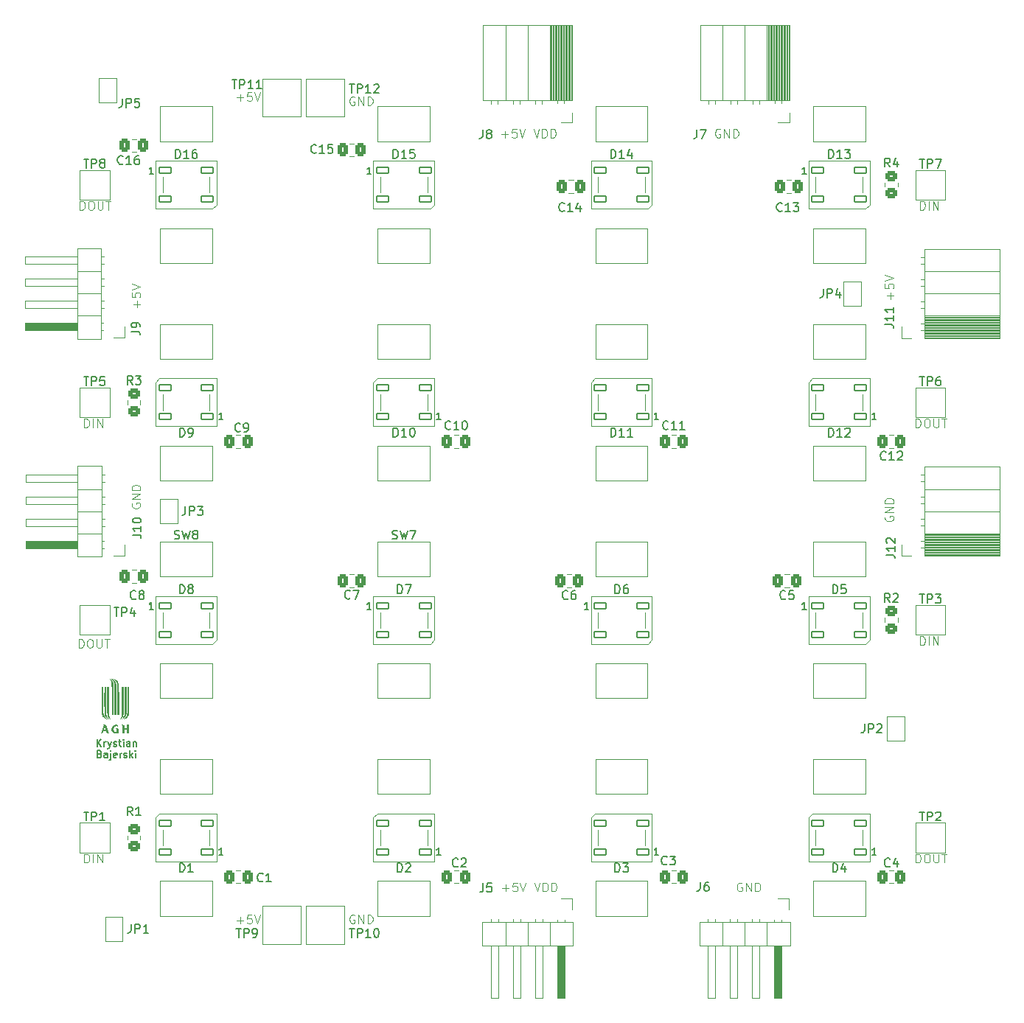
<source format=gto>
%TF.GenerationSoftware,KiCad,Pcbnew,9.0.6*%
%TF.CreationDate,2025-11-15T09:42:16+01:00*%
%TF.ProjectId,mux_led_reed,6d75785f-6c65-4645-9f72-6565642e6b69,1*%
%TF.SameCoordinates,Original*%
%TF.FileFunction,Legend,Top*%
%TF.FilePolarity,Positive*%
%FSLAX46Y46*%
G04 Gerber Fmt 4.6, Leading zero omitted, Abs format (unit mm)*
G04 Created by KiCad (PCBNEW 9.0.6) date 2025-11-15 09:42:16*
%MOMM*%
%LPD*%
G01*
G04 APERTURE LIST*
G04 Aperture macros list*
%AMRoundRect*
0 Rectangle with rounded corners*
0 $1 Rounding radius*
0 $2 $3 $4 $5 $6 $7 $8 $9 X,Y pos of 4 corners*
0 Add a 4 corners polygon primitive as box body*
4,1,4,$2,$3,$4,$5,$6,$7,$8,$9,$2,$3,0*
0 Add four circle primitives for the rounded corners*
1,1,$1+$1,$2,$3*
1,1,$1+$1,$4,$5*
1,1,$1+$1,$6,$7*
1,1,$1+$1,$8,$9*
0 Add four rect primitives between the rounded corners*
20,1,$1+$1,$2,$3,$4,$5,0*
20,1,$1+$1,$4,$5,$6,$7,0*
20,1,$1+$1,$6,$7,$8,$9,0*
20,1,$1+$1,$8,$9,$2,$3,0*%
G04 Aperture macros list end*
%ADD10C,0.100000*%
%ADD11C,0.200000*%
%ADD12C,0.150000*%
%ADD13C,0.120000*%
%ADD14C,0.000000*%
%ADD15RoundRect,0.090000X0.660000X0.360000X-0.660000X0.360000X-0.660000X-0.360000X0.660000X-0.360000X0*%
%ADD16C,1.800000*%
%ADD17R,1.500000X1.000000*%
%ADD18RoundRect,0.250000X-0.337500X-0.475000X0.337500X-0.475000X0.337500X0.475000X-0.337500X0.475000X0*%
%ADD19R,1.700000X1.700000*%
%ADD20C,1.700000*%
%ADD21R,3.000000X3.000000*%
%ADD22R,4.000000X4.000000*%
%ADD23RoundRect,0.250000X0.450000X-0.350000X0.450000X0.350000X-0.450000X0.350000X-0.450000X-0.350000X0*%
%ADD24RoundRect,0.090000X-0.660000X-0.360000X0.660000X-0.360000X0.660000X0.360000X-0.660000X0.360000X0*%
%ADD25RoundRect,0.250000X0.337500X0.475000X-0.337500X0.475000X-0.337500X-0.475000X0.337500X-0.475000X0*%
G04 APERTURE END LIST*
D10*
X176923884Y-84952419D02*
X176923884Y-83952419D01*
X176923884Y-83952419D02*
X177161979Y-83952419D01*
X177161979Y-83952419D02*
X177304836Y-84000038D01*
X177304836Y-84000038D02*
X177400074Y-84095276D01*
X177400074Y-84095276D02*
X177447693Y-84190514D01*
X177447693Y-84190514D02*
X177495312Y-84380990D01*
X177495312Y-84380990D02*
X177495312Y-84523847D01*
X177495312Y-84523847D02*
X177447693Y-84714323D01*
X177447693Y-84714323D02*
X177400074Y-84809561D01*
X177400074Y-84809561D02*
X177304836Y-84904800D01*
X177304836Y-84904800D02*
X177161979Y-84952419D01*
X177161979Y-84952419D02*
X176923884Y-84952419D01*
X178114360Y-83952419D02*
X178304836Y-83952419D01*
X178304836Y-83952419D02*
X178400074Y-84000038D01*
X178400074Y-84000038D02*
X178495312Y-84095276D01*
X178495312Y-84095276D02*
X178542931Y-84285752D01*
X178542931Y-84285752D02*
X178542931Y-84619085D01*
X178542931Y-84619085D02*
X178495312Y-84809561D01*
X178495312Y-84809561D02*
X178400074Y-84904800D01*
X178400074Y-84904800D02*
X178304836Y-84952419D01*
X178304836Y-84952419D02*
X178114360Y-84952419D01*
X178114360Y-84952419D02*
X178019122Y-84904800D01*
X178019122Y-84904800D02*
X177923884Y-84809561D01*
X177923884Y-84809561D02*
X177876265Y-84619085D01*
X177876265Y-84619085D02*
X177876265Y-84285752D01*
X177876265Y-84285752D02*
X177923884Y-84095276D01*
X177923884Y-84095276D02*
X178019122Y-84000038D01*
X178019122Y-84000038D02*
X178114360Y-83952419D01*
X178971503Y-83952419D02*
X178971503Y-84761942D01*
X178971503Y-84761942D02*
X179019122Y-84857180D01*
X179019122Y-84857180D02*
X179066741Y-84904800D01*
X179066741Y-84904800D02*
X179161979Y-84952419D01*
X179161979Y-84952419D02*
X179352455Y-84952419D01*
X179352455Y-84952419D02*
X179447693Y-84904800D01*
X179447693Y-84904800D02*
X179495312Y-84857180D01*
X179495312Y-84857180D02*
X179542931Y-84761942D01*
X179542931Y-84761942D02*
X179542931Y-83952419D01*
X179876265Y-83952419D02*
X180447693Y-83952419D01*
X180161979Y-84952419D02*
X180161979Y-83952419D01*
X112447693Y-47000038D02*
X112352455Y-46952419D01*
X112352455Y-46952419D02*
X112209598Y-46952419D01*
X112209598Y-46952419D02*
X112066741Y-47000038D01*
X112066741Y-47000038D02*
X111971503Y-47095276D01*
X111971503Y-47095276D02*
X111923884Y-47190514D01*
X111923884Y-47190514D02*
X111876265Y-47380990D01*
X111876265Y-47380990D02*
X111876265Y-47523847D01*
X111876265Y-47523847D02*
X111923884Y-47714323D01*
X111923884Y-47714323D02*
X111971503Y-47809561D01*
X111971503Y-47809561D02*
X112066741Y-47904800D01*
X112066741Y-47904800D02*
X112209598Y-47952419D01*
X112209598Y-47952419D02*
X112304836Y-47952419D01*
X112304836Y-47952419D02*
X112447693Y-47904800D01*
X112447693Y-47904800D02*
X112495312Y-47857180D01*
X112495312Y-47857180D02*
X112495312Y-47523847D01*
X112495312Y-47523847D02*
X112304836Y-47523847D01*
X112923884Y-47952419D02*
X112923884Y-46952419D01*
X112923884Y-46952419D02*
X113495312Y-47952419D01*
X113495312Y-47952419D02*
X113495312Y-46952419D01*
X113971503Y-47952419D02*
X113971503Y-46952419D01*
X113971503Y-46952419D02*
X114209598Y-46952419D01*
X114209598Y-46952419D02*
X114352455Y-47000038D01*
X114352455Y-47000038D02*
X114447693Y-47095276D01*
X114447693Y-47095276D02*
X114495312Y-47190514D01*
X114495312Y-47190514D02*
X114542931Y-47380990D01*
X114542931Y-47380990D02*
X114542931Y-47523847D01*
X114542931Y-47523847D02*
X114495312Y-47714323D01*
X114495312Y-47714323D02*
X114447693Y-47809561D01*
X114447693Y-47809561D02*
X114352455Y-47904800D01*
X114352455Y-47904800D02*
X114209598Y-47952419D01*
X114209598Y-47952419D02*
X113971503Y-47952419D01*
X176923884Y-134952419D02*
X176923884Y-133952419D01*
X176923884Y-133952419D02*
X177161979Y-133952419D01*
X177161979Y-133952419D02*
X177304836Y-134000038D01*
X177304836Y-134000038D02*
X177400074Y-134095276D01*
X177400074Y-134095276D02*
X177447693Y-134190514D01*
X177447693Y-134190514D02*
X177495312Y-134380990D01*
X177495312Y-134380990D02*
X177495312Y-134523847D01*
X177495312Y-134523847D02*
X177447693Y-134714323D01*
X177447693Y-134714323D02*
X177400074Y-134809561D01*
X177400074Y-134809561D02*
X177304836Y-134904800D01*
X177304836Y-134904800D02*
X177161979Y-134952419D01*
X177161979Y-134952419D02*
X176923884Y-134952419D01*
X178114360Y-133952419D02*
X178304836Y-133952419D01*
X178304836Y-133952419D02*
X178400074Y-134000038D01*
X178400074Y-134000038D02*
X178495312Y-134095276D01*
X178495312Y-134095276D02*
X178542931Y-134285752D01*
X178542931Y-134285752D02*
X178542931Y-134619085D01*
X178542931Y-134619085D02*
X178495312Y-134809561D01*
X178495312Y-134809561D02*
X178400074Y-134904800D01*
X178400074Y-134904800D02*
X178304836Y-134952419D01*
X178304836Y-134952419D02*
X178114360Y-134952419D01*
X178114360Y-134952419D02*
X178019122Y-134904800D01*
X178019122Y-134904800D02*
X177923884Y-134809561D01*
X177923884Y-134809561D02*
X177876265Y-134619085D01*
X177876265Y-134619085D02*
X177876265Y-134285752D01*
X177876265Y-134285752D02*
X177923884Y-134095276D01*
X177923884Y-134095276D02*
X178019122Y-134000038D01*
X178019122Y-134000038D02*
X178114360Y-133952419D01*
X178971503Y-133952419D02*
X178971503Y-134761942D01*
X178971503Y-134761942D02*
X179019122Y-134857180D01*
X179019122Y-134857180D02*
X179066741Y-134904800D01*
X179066741Y-134904800D02*
X179161979Y-134952419D01*
X179161979Y-134952419D02*
X179352455Y-134952419D01*
X179352455Y-134952419D02*
X179447693Y-134904800D01*
X179447693Y-134904800D02*
X179495312Y-134857180D01*
X179495312Y-134857180D02*
X179542931Y-134761942D01*
X179542931Y-134761942D02*
X179542931Y-133952419D01*
X179876265Y-133952419D02*
X180447693Y-133952419D01*
X180161979Y-134952419D02*
X180161979Y-133952419D01*
X80803884Y-110272419D02*
X80803884Y-109272419D01*
X80803884Y-109272419D02*
X81041979Y-109272419D01*
X81041979Y-109272419D02*
X81184836Y-109320038D01*
X81184836Y-109320038D02*
X81280074Y-109415276D01*
X81280074Y-109415276D02*
X81327693Y-109510514D01*
X81327693Y-109510514D02*
X81375312Y-109700990D01*
X81375312Y-109700990D02*
X81375312Y-109843847D01*
X81375312Y-109843847D02*
X81327693Y-110034323D01*
X81327693Y-110034323D02*
X81280074Y-110129561D01*
X81280074Y-110129561D02*
X81184836Y-110224800D01*
X81184836Y-110224800D02*
X81041979Y-110272419D01*
X81041979Y-110272419D02*
X80803884Y-110272419D01*
X81994360Y-109272419D02*
X82184836Y-109272419D01*
X82184836Y-109272419D02*
X82280074Y-109320038D01*
X82280074Y-109320038D02*
X82375312Y-109415276D01*
X82375312Y-109415276D02*
X82422931Y-109605752D01*
X82422931Y-109605752D02*
X82422931Y-109939085D01*
X82422931Y-109939085D02*
X82375312Y-110129561D01*
X82375312Y-110129561D02*
X82280074Y-110224800D01*
X82280074Y-110224800D02*
X82184836Y-110272419D01*
X82184836Y-110272419D02*
X81994360Y-110272419D01*
X81994360Y-110272419D02*
X81899122Y-110224800D01*
X81899122Y-110224800D02*
X81803884Y-110129561D01*
X81803884Y-110129561D02*
X81756265Y-109939085D01*
X81756265Y-109939085D02*
X81756265Y-109605752D01*
X81756265Y-109605752D02*
X81803884Y-109415276D01*
X81803884Y-109415276D02*
X81899122Y-109320038D01*
X81899122Y-109320038D02*
X81994360Y-109272419D01*
X82851503Y-109272419D02*
X82851503Y-110081942D01*
X82851503Y-110081942D02*
X82899122Y-110177180D01*
X82899122Y-110177180D02*
X82946741Y-110224800D01*
X82946741Y-110224800D02*
X83041979Y-110272419D01*
X83041979Y-110272419D02*
X83232455Y-110272419D01*
X83232455Y-110272419D02*
X83327693Y-110224800D01*
X83327693Y-110224800D02*
X83375312Y-110177180D01*
X83375312Y-110177180D02*
X83422931Y-110081942D01*
X83422931Y-110081942D02*
X83422931Y-109272419D01*
X83756265Y-109272419D02*
X84327693Y-109272419D01*
X84041979Y-110272419D02*
X84041979Y-109272419D01*
X81423884Y-84952419D02*
X81423884Y-83952419D01*
X81423884Y-83952419D02*
X81661979Y-83952419D01*
X81661979Y-83952419D02*
X81804836Y-84000038D01*
X81804836Y-84000038D02*
X81900074Y-84095276D01*
X81900074Y-84095276D02*
X81947693Y-84190514D01*
X81947693Y-84190514D02*
X81995312Y-84380990D01*
X81995312Y-84380990D02*
X81995312Y-84523847D01*
X81995312Y-84523847D02*
X81947693Y-84714323D01*
X81947693Y-84714323D02*
X81900074Y-84809561D01*
X81900074Y-84809561D02*
X81804836Y-84904800D01*
X81804836Y-84904800D02*
X81661979Y-84952419D01*
X81661979Y-84952419D02*
X81423884Y-84952419D01*
X82423884Y-84952419D02*
X82423884Y-83952419D01*
X82900074Y-84952419D02*
X82900074Y-83952419D01*
X82900074Y-83952419D02*
X83471502Y-84952419D01*
X83471502Y-84952419D02*
X83471502Y-83952419D01*
X177423884Y-109952419D02*
X177423884Y-108952419D01*
X177423884Y-108952419D02*
X177661979Y-108952419D01*
X177661979Y-108952419D02*
X177804836Y-109000038D01*
X177804836Y-109000038D02*
X177900074Y-109095276D01*
X177900074Y-109095276D02*
X177947693Y-109190514D01*
X177947693Y-109190514D02*
X177995312Y-109380990D01*
X177995312Y-109380990D02*
X177995312Y-109523847D01*
X177995312Y-109523847D02*
X177947693Y-109714323D01*
X177947693Y-109714323D02*
X177900074Y-109809561D01*
X177900074Y-109809561D02*
X177804836Y-109904800D01*
X177804836Y-109904800D02*
X177661979Y-109952419D01*
X177661979Y-109952419D02*
X177423884Y-109952419D01*
X178423884Y-109952419D02*
X178423884Y-108952419D01*
X178900074Y-109952419D02*
X178900074Y-108952419D01*
X178900074Y-108952419D02*
X179471502Y-109952419D01*
X179471502Y-109952419D02*
X179471502Y-108952419D01*
X177423884Y-59952419D02*
X177423884Y-58952419D01*
X177423884Y-58952419D02*
X177661979Y-58952419D01*
X177661979Y-58952419D02*
X177804836Y-59000038D01*
X177804836Y-59000038D02*
X177900074Y-59095276D01*
X177900074Y-59095276D02*
X177947693Y-59190514D01*
X177947693Y-59190514D02*
X177995312Y-59380990D01*
X177995312Y-59380990D02*
X177995312Y-59523847D01*
X177995312Y-59523847D02*
X177947693Y-59714323D01*
X177947693Y-59714323D02*
X177900074Y-59809561D01*
X177900074Y-59809561D02*
X177804836Y-59904800D01*
X177804836Y-59904800D02*
X177661979Y-59952419D01*
X177661979Y-59952419D02*
X177423884Y-59952419D01*
X178423884Y-59952419D02*
X178423884Y-58952419D01*
X178900074Y-59952419D02*
X178900074Y-58952419D01*
X178900074Y-58952419D02*
X179471502Y-59952419D01*
X179471502Y-59952419D02*
X179471502Y-58952419D01*
X80923884Y-59952419D02*
X80923884Y-58952419D01*
X80923884Y-58952419D02*
X81161979Y-58952419D01*
X81161979Y-58952419D02*
X81304836Y-59000038D01*
X81304836Y-59000038D02*
X81400074Y-59095276D01*
X81400074Y-59095276D02*
X81447693Y-59190514D01*
X81447693Y-59190514D02*
X81495312Y-59380990D01*
X81495312Y-59380990D02*
X81495312Y-59523847D01*
X81495312Y-59523847D02*
X81447693Y-59714323D01*
X81447693Y-59714323D02*
X81400074Y-59809561D01*
X81400074Y-59809561D02*
X81304836Y-59904800D01*
X81304836Y-59904800D02*
X81161979Y-59952419D01*
X81161979Y-59952419D02*
X80923884Y-59952419D01*
X82114360Y-58952419D02*
X82304836Y-58952419D01*
X82304836Y-58952419D02*
X82400074Y-59000038D01*
X82400074Y-59000038D02*
X82495312Y-59095276D01*
X82495312Y-59095276D02*
X82542931Y-59285752D01*
X82542931Y-59285752D02*
X82542931Y-59619085D01*
X82542931Y-59619085D02*
X82495312Y-59809561D01*
X82495312Y-59809561D02*
X82400074Y-59904800D01*
X82400074Y-59904800D02*
X82304836Y-59952419D01*
X82304836Y-59952419D02*
X82114360Y-59952419D01*
X82114360Y-59952419D02*
X82019122Y-59904800D01*
X82019122Y-59904800D02*
X81923884Y-59809561D01*
X81923884Y-59809561D02*
X81876265Y-59619085D01*
X81876265Y-59619085D02*
X81876265Y-59285752D01*
X81876265Y-59285752D02*
X81923884Y-59095276D01*
X81923884Y-59095276D02*
X82019122Y-59000038D01*
X82019122Y-59000038D02*
X82114360Y-58952419D01*
X82971503Y-58952419D02*
X82971503Y-59761942D01*
X82971503Y-59761942D02*
X83019122Y-59857180D01*
X83019122Y-59857180D02*
X83066741Y-59904800D01*
X83066741Y-59904800D02*
X83161979Y-59952419D01*
X83161979Y-59952419D02*
X83352455Y-59952419D01*
X83352455Y-59952419D02*
X83447693Y-59904800D01*
X83447693Y-59904800D02*
X83495312Y-59857180D01*
X83495312Y-59857180D02*
X83542931Y-59761942D01*
X83542931Y-59761942D02*
X83542931Y-58952419D01*
X83876265Y-58952419D02*
X84447693Y-58952419D01*
X84161979Y-59952419D02*
X84161979Y-58952419D01*
X129343884Y-51281466D02*
X130105789Y-51281466D01*
X129724836Y-51662419D02*
X129724836Y-50900514D01*
X131058169Y-50662419D02*
X130581979Y-50662419D01*
X130581979Y-50662419D02*
X130534360Y-51138609D01*
X130534360Y-51138609D02*
X130581979Y-51090990D01*
X130581979Y-51090990D02*
X130677217Y-51043371D01*
X130677217Y-51043371D02*
X130915312Y-51043371D01*
X130915312Y-51043371D02*
X131010550Y-51090990D01*
X131010550Y-51090990D02*
X131058169Y-51138609D01*
X131058169Y-51138609D02*
X131105788Y-51233847D01*
X131105788Y-51233847D02*
X131105788Y-51471942D01*
X131105788Y-51471942D02*
X131058169Y-51567180D01*
X131058169Y-51567180D02*
X131010550Y-51614800D01*
X131010550Y-51614800D02*
X130915312Y-51662419D01*
X130915312Y-51662419D02*
X130677217Y-51662419D01*
X130677217Y-51662419D02*
X130581979Y-51614800D01*
X130581979Y-51614800D02*
X130534360Y-51567180D01*
X131391503Y-50662419D02*
X131724836Y-51662419D01*
X131724836Y-51662419D02*
X132058169Y-50662419D01*
X133010551Y-50662419D02*
X133343884Y-51662419D01*
X133343884Y-51662419D02*
X133677217Y-50662419D01*
X134010551Y-51662419D02*
X134010551Y-50662419D01*
X134010551Y-50662419D02*
X134248646Y-50662419D01*
X134248646Y-50662419D02*
X134391503Y-50710038D01*
X134391503Y-50710038D02*
X134486741Y-50805276D01*
X134486741Y-50805276D02*
X134534360Y-50900514D01*
X134534360Y-50900514D02*
X134581979Y-51090990D01*
X134581979Y-51090990D02*
X134581979Y-51233847D01*
X134581979Y-51233847D02*
X134534360Y-51424323D01*
X134534360Y-51424323D02*
X134486741Y-51519561D01*
X134486741Y-51519561D02*
X134391503Y-51614800D01*
X134391503Y-51614800D02*
X134248646Y-51662419D01*
X134248646Y-51662419D02*
X134010551Y-51662419D01*
X135010551Y-51662419D02*
X135010551Y-50662419D01*
X135010551Y-50662419D02*
X135248646Y-50662419D01*
X135248646Y-50662419D02*
X135391503Y-50710038D01*
X135391503Y-50710038D02*
X135486741Y-50805276D01*
X135486741Y-50805276D02*
X135534360Y-50900514D01*
X135534360Y-50900514D02*
X135581979Y-51090990D01*
X135581979Y-51090990D02*
X135581979Y-51233847D01*
X135581979Y-51233847D02*
X135534360Y-51424323D01*
X135534360Y-51424323D02*
X135486741Y-51519561D01*
X135486741Y-51519561D02*
X135391503Y-51614800D01*
X135391503Y-51614800D02*
X135248646Y-51662419D01*
X135248646Y-51662419D02*
X135010551Y-51662419D01*
X156947693Y-137300038D02*
X156852455Y-137252419D01*
X156852455Y-137252419D02*
X156709598Y-137252419D01*
X156709598Y-137252419D02*
X156566741Y-137300038D01*
X156566741Y-137300038D02*
X156471503Y-137395276D01*
X156471503Y-137395276D02*
X156423884Y-137490514D01*
X156423884Y-137490514D02*
X156376265Y-137680990D01*
X156376265Y-137680990D02*
X156376265Y-137823847D01*
X156376265Y-137823847D02*
X156423884Y-138014323D01*
X156423884Y-138014323D02*
X156471503Y-138109561D01*
X156471503Y-138109561D02*
X156566741Y-138204800D01*
X156566741Y-138204800D02*
X156709598Y-138252419D01*
X156709598Y-138252419D02*
X156804836Y-138252419D01*
X156804836Y-138252419D02*
X156947693Y-138204800D01*
X156947693Y-138204800D02*
X156995312Y-138157180D01*
X156995312Y-138157180D02*
X156995312Y-137823847D01*
X156995312Y-137823847D02*
X156804836Y-137823847D01*
X157423884Y-138252419D02*
X157423884Y-137252419D01*
X157423884Y-137252419D02*
X157995312Y-138252419D01*
X157995312Y-138252419D02*
X157995312Y-137252419D01*
X158471503Y-138252419D02*
X158471503Y-137252419D01*
X158471503Y-137252419D02*
X158709598Y-137252419D01*
X158709598Y-137252419D02*
X158852455Y-137300038D01*
X158852455Y-137300038D02*
X158947693Y-137395276D01*
X158947693Y-137395276D02*
X158995312Y-137490514D01*
X158995312Y-137490514D02*
X159042931Y-137680990D01*
X159042931Y-137680990D02*
X159042931Y-137823847D01*
X159042931Y-137823847D02*
X158995312Y-138014323D01*
X158995312Y-138014323D02*
X158947693Y-138109561D01*
X158947693Y-138109561D02*
X158852455Y-138204800D01*
X158852455Y-138204800D02*
X158709598Y-138252419D01*
X158709598Y-138252419D02*
X158471503Y-138252419D01*
X81423884Y-134952419D02*
X81423884Y-133952419D01*
X81423884Y-133952419D02*
X81661979Y-133952419D01*
X81661979Y-133952419D02*
X81804836Y-134000038D01*
X81804836Y-134000038D02*
X81900074Y-134095276D01*
X81900074Y-134095276D02*
X81947693Y-134190514D01*
X81947693Y-134190514D02*
X81995312Y-134380990D01*
X81995312Y-134380990D02*
X81995312Y-134523847D01*
X81995312Y-134523847D02*
X81947693Y-134714323D01*
X81947693Y-134714323D02*
X81900074Y-134809561D01*
X81900074Y-134809561D02*
X81804836Y-134904800D01*
X81804836Y-134904800D02*
X81661979Y-134952419D01*
X81661979Y-134952419D02*
X81423884Y-134952419D01*
X82423884Y-134952419D02*
X82423884Y-133952419D01*
X82900074Y-134952419D02*
X82900074Y-133952419D01*
X82900074Y-133952419D02*
X83471502Y-134952419D01*
X83471502Y-134952419D02*
X83471502Y-133952419D01*
X154447693Y-50720038D02*
X154352455Y-50672419D01*
X154352455Y-50672419D02*
X154209598Y-50672419D01*
X154209598Y-50672419D02*
X154066741Y-50720038D01*
X154066741Y-50720038D02*
X153971503Y-50815276D01*
X153971503Y-50815276D02*
X153923884Y-50910514D01*
X153923884Y-50910514D02*
X153876265Y-51100990D01*
X153876265Y-51100990D02*
X153876265Y-51243847D01*
X153876265Y-51243847D02*
X153923884Y-51434323D01*
X153923884Y-51434323D02*
X153971503Y-51529561D01*
X153971503Y-51529561D02*
X154066741Y-51624800D01*
X154066741Y-51624800D02*
X154209598Y-51672419D01*
X154209598Y-51672419D02*
X154304836Y-51672419D01*
X154304836Y-51672419D02*
X154447693Y-51624800D01*
X154447693Y-51624800D02*
X154495312Y-51577180D01*
X154495312Y-51577180D02*
X154495312Y-51243847D01*
X154495312Y-51243847D02*
X154304836Y-51243847D01*
X154923884Y-51672419D02*
X154923884Y-50672419D01*
X154923884Y-50672419D02*
X155495312Y-51672419D01*
X155495312Y-51672419D02*
X155495312Y-50672419D01*
X155971503Y-51672419D02*
X155971503Y-50672419D01*
X155971503Y-50672419D02*
X156209598Y-50672419D01*
X156209598Y-50672419D02*
X156352455Y-50720038D01*
X156352455Y-50720038D02*
X156447693Y-50815276D01*
X156447693Y-50815276D02*
X156495312Y-50910514D01*
X156495312Y-50910514D02*
X156542931Y-51100990D01*
X156542931Y-51100990D02*
X156542931Y-51243847D01*
X156542931Y-51243847D02*
X156495312Y-51434323D01*
X156495312Y-51434323D02*
X156447693Y-51529561D01*
X156447693Y-51529561D02*
X156352455Y-51624800D01*
X156352455Y-51624800D02*
X156209598Y-51672419D01*
X156209598Y-51672419D02*
X155971503Y-51672419D01*
X173991466Y-70196115D02*
X173991466Y-69434211D01*
X174372419Y-69815163D02*
X173610514Y-69815163D01*
X173372419Y-68481830D02*
X173372419Y-68958020D01*
X173372419Y-68958020D02*
X173848609Y-69005639D01*
X173848609Y-69005639D02*
X173800990Y-68958020D01*
X173800990Y-68958020D02*
X173753371Y-68862782D01*
X173753371Y-68862782D02*
X173753371Y-68624687D01*
X173753371Y-68624687D02*
X173800990Y-68529449D01*
X173800990Y-68529449D02*
X173848609Y-68481830D01*
X173848609Y-68481830D02*
X173943847Y-68434211D01*
X173943847Y-68434211D02*
X174181942Y-68434211D01*
X174181942Y-68434211D02*
X174277180Y-68481830D01*
X174277180Y-68481830D02*
X174324800Y-68529449D01*
X174324800Y-68529449D02*
X174372419Y-68624687D01*
X174372419Y-68624687D02*
X174372419Y-68862782D01*
X174372419Y-68862782D02*
X174324800Y-68958020D01*
X174324800Y-68958020D02*
X174277180Y-69005639D01*
X173372419Y-68148496D02*
X174372419Y-67815163D01*
X174372419Y-67815163D02*
X173372419Y-67481830D01*
X129423884Y-137871466D02*
X130185789Y-137871466D01*
X129804836Y-138252419D02*
X129804836Y-137490514D01*
X131138169Y-137252419D02*
X130661979Y-137252419D01*
X130661979Y-137252419D02*
X130614360Y-137728609D01*
X130614360Y-137728609D02*
X130661979Y-137680990D01*
X130661979Y-137680990D02*
X130757217Y-137633371D01*
X130757217Y-137633371D02*
X130995312Y-137633371D01*
X130995312Y-137633371D02*
X131090550Y-137680990D01*
X131090550Y-137680990D02*
X131138169Y-137728609D01*
X131138169Y-137728609D02*
X131185788Y-137823847D01*
X131185788Y-137823847D02*
X131185788Y-138061942D01*
X131185788Y-138061942D02*
X131138169Y-138157180D01*
X131138169Y-138157180D02*
X131090550Y-138204800D01*
X131090550Y-138204800D02*
X130995312Y-138252419D01*
X130995312Y-138252419D02*
X130757217Y-138252419D01*
X130757217Y-138252419D02*
X130661979Y-138204800D01*
X130661979Y-138204800D02*
X130614360Y-138157180D01*
X131471503Y-137252419D02*
X131804836Y-138252419D01*
X131804836Y-138252419D02*
X132138169Y-137252419D01*
X133090551Y-137252419D02*
X133423884Y-138252419D01*
X133423884Y-138252419D02*
X133757217Y-137252419D01*
X134090551Y-138252419D02*
X134090551Y-137252419D01*
X134090551Y-137252419D02*
X134328646Y-137252419D01*
X134328646Y-137252419D02*
X134471503Y-137300038D01*
X134471503Y-137300038D02*
X134566741Y-137395276D01*
X134566741Y-137395276D02*
X134614360Y-137490514D01*
X134614360Y-137490514D02*
X134661979Y-137680990D01*
X134661979Y-137680990D02*
X134661979Y-137823847D01*
X134661979Y-137823847D02*
X134614360Y-138014323D01*
X134614360Y-138014323D02*
X134566741Y-138109561D01*
X134566741Y-138109561D02*
X134471503Y-138204800D01*
X134471503Y-138204800D02*
X134328646Y-138252419D01*
X134328646Y-138252419D02*
X134090551Y-138252419D01*
X135090551Y-138252419D02*
X135090551Y-137252419D01*
X135090551Y-137252419D02*
X135328646Y-137252419D01*
X135328646Y-137252419D02*
X135471503Y-137300038D01*
X135471503Y-137300038D02*
X135566741Y-137395276D01*
X135566741Y-137395276D02*
X135614360Y-137490514D01*
X135614360Y-137490514D02*
X135661979Y-137680990D01*
X135661979Y-137680990D02*
X135661979Y-137823847D01*
X135661979Y-137823847D02*
X135614360Y-138014323D01*
X135614360Y-138014323D02*
X135566741Y-138109561D01*
X135566741Y-138109561D02*
X135471503Y-138204800D01*
X135471503Y-138204800D02*
X135328646Y-138252419D01*
X135328646Y-138252419D02*
X135090551Y-138252419D01*
X86920038Y-93672306D02*
X86872419Y-93767544D01*
X86872419Y-93767544D02*
X86872419Y-93910401D01*
X86872419Y-93910401D02*
X86920038Y-94053258D01*
X86920038Y-94053258D02*
X87015276Y-94148496D01*
X87015276Y-94148496D02*
X87110514Y-94196115D01*
X87110514Y-94196115D02*
X87300990Y-94243734D01*
X87300990Y-94243734D02*
X87443847Y-94243734D01*
X87443847Y-94243734D02*
X87634323Y-94196115D01*
X87634323Y-94196115D02*
X87729561Y-94148496D01*
X87729561Y-94148496D02*
X87824800Y-94053258D01*
X87824800Y-94053258D02*
X87872419Y-93910401D01*
X87872419Y-93910401D02*
X87872419Y-93815163D01*
X87872419Y-93815163D02*
X87824800Y-93672306D01*
X87824800Y-93672306D02*
X87777180Y-93624687D01*
X87777180Y-93624687D02*
X87443847Y-93624687D01*
X87443847Y-93624687D02*
X87443847Y-93815163D01*
X87872419Y-93196115D02*
X86872419Y-93196115D01*
X86872419Y-93196115D02*
X87872419Y-92624687D01*
X87872419Y-92624687D02*
X86872419Y-92624687D01*
X87872419Y-92148496D02*
X86872419Y-92148496D01*
X86872419Y-92148496D02*
X86872419Y-91910401D01*
X86872419Y-91910401D02*
X86920038Y-91767544D01*
X86920038Y-91767544D02*
X87015276Y-91672306D01*
X87015276Y-91672306D02*
X87110514Y-91624687D01*
X87110514Y-91624687D02*
X87300990Y-91577068D01*
X87300990Y-91577068D02*
X87443847Y-91577068D01*
X87443847Y-91577068D02*
X87634323Y-91624687D01*
X87634323Y-91624687D02*
X87729561Y-91672306D01*
X87729561Y-91672306D02*
X87824800Y-91767544D01*
X87824800Y-91767544D02*
X87872419Y-91910401D01*
X87872419Y-91910401D02*
X87872419Y-92148496D01*
X112447693Y-141000038D02*
X112352455Y-140952419D01*
X112352455Y-140952419D02*
X112209598Y-140952419D01*
X112209598Y-140952419D02*
X112066741Y-141000038D01*
X112066741Y-141000038D02*
X111971503Y-141095276D01*
X111971503Y-141095276D02*
X111923884Y-141190514D01*
X111923884Y-141190514D02*
X111876265Y-141380990D01*
X111876265Y-141380990D02*
X111876265Y-141523847D01*
X111876265Y-141523847D02*
X111923884Y-141714323D01*
X111923884Y-141714323D02*
X111971503Y-141809561D01*
X111971503Y-141809561D02*
X112066741Y-141904800D01*
X112066741Y-141904800D02*
X112209598Y-141952419D01*
X112209598Y-141952419D02*
X112304836Y-141952419D01*
X112304836Y-141952419D02*
X112447693Y-141904800D01*
X112447693Y-141904800D02*
X112495312Y-141857180D01*
X112495312Y-141857180D02*
X112495312Y-141523847D01*
X112495312Y-141523847D02*
X112304836Y-141523847D01*
X112923884Y-141952419D02*
X112923884Y-140952419D01*
X112923884Y-140952419D02*
X113495312Y-141952419D01*
X113495312Y-141952419D02*
X113495312Y-140952419D01*
X113971503Y-141952419D02*
X113971503Y-140952419D01*
X113971503Y-140952419D02*
X114209598Y-140952419D01*
X114209598Y-140952419D02*
X114352455Y-141000038D01*
X114352455Y-141000038D02*
X114447693Y-141095276D01*
X114447693Y-141095276D02*
X114495312Y-141190514D01*
X114495312Y-141190514D02*
X114542931Y-141380990D01*
X114542931Y-141380990D02*
X114542931Y-141523847D01*
X114542931Y-141523847D02*
X114495312Y-141714323D01*
X114495312Y-141714323D02*
X114447693Y-141809561D01*
X114447693Y-141809561D02*
X114352455Y-141904800D01*
X114352455Y-141904800D02*
X114209598Y-141952419D01*
X114209598Y-141952419D02*
X113971503Y-141952419D01*
X87491466Y-71196115D02*
X87491466Y-70434211D01*
X87872419Y-70815163D02*
X87110514Y-70815163D01*
X86872419Y-69481830D02*
X86872419Y-69958020D01*
X86872419Y-69958020D02*
X87348609Y-70005639D01*
X87348609Y-70005639D02*
X87300990Y-69958020D01*
X87300990Y-69958020D02*
X87253371Y-69862782D01*
X87253371Y-69862782D02*
X87253371Y-69624687D01*
X87253371Y-69624687D02*
X87300990Y-69529449D01*
X87300990Y-69529449D02*
X87348609Y-69481830D01*
X87348609Y-69481830D02*
X87443847Y-69434211D01*
X87443847Y-69434211D02*
X87681942Y-69434211D01*
X87681942Y-69434211D02*
X87777180Y-69481830D01*
X87777180Y-69481830D02*
X87824800Y-69529449D01*
X87824800Y-69529449D02*
X87872419Y-69624687D01*
X87872419Y-69624687D02*
X87872419Y-69862782D01*
X87872419Y-69862782D02*
X87824800Y-69958020D01*
X87824800Y-69958020D02*
X87777180Y-70005639D01*
X86872419Y-69148496D02*
X87872419Y-68815163D01*
X87872419Y-68815163D02*
X86872419Y-68481830D01*
D11*
X82922054Y-121603740D02*
X82922054Y-120803740D01*
X83379197Y-121603740D02*
X83036339Y-121146597D01*
X83379197Y-120803740D02*
X82922054Y-121260883D01*
X83722054Y-121603740D02*
X83722054Y-121070406D01*
X83722054Y-121222787D02*
X83760149Y-121146597D01*
X83760149Y-121146597D02*
X83798244Y-121108502D01*
X83798244Y-121108502D02*
X83874435Y-121070406D01*
X83874435Y-121070406D02*
X83950625Y-121070406D01*
X84141101Y-121070406D02*
X84331577Y-121603740D01*
X84522054Y-121070406D02*
X84331577Y-121603740D01*
X84331577Y-121603740D02*
X84255387Y-121794216D01*
X84255387Y-121794216D02*
X84217292Y-121832311D01*
X84217292Y-121832311D02*
X84141101Y-121870406D01*
X84788720Y-121565645D02*
X84864911Y-121603740D01*
X84864911Y-121603740D02*
X85017292Y-121603740D01*
X85017292Y-121603740D02*
X85093482Y-121565645D01*
X85093482Y-121565645D02*
X85131578Y-121489454D01*
X85131578Y-121489454D02*
X85131578Y-121451359D01*
X85131578Y-121451359D02*
X85093482Y-121375168D01*
X85093482Y-121375168D02*
X85017292Y-121337073D01*
X85017292Y-121337073D02*
X84903006Y-121337073D01*
X84903006Y-121337073D02*
X84826816Y-121298978D01*
X84826816Y-121298978D02*
X84788720Y-121222787D01*
X84788720Y-121222787D02*
X84788720Y-121184692D01*
X84788720Y-121184692D02*
X84826816Y-121108502D01*
X84826816Y-121108502D02*
X84903006Y-121070406D01*
X84903006Y-121070406D02*
X85017292Y-121070406D01*
X85017292Y-121070406D02*
X85093482Y-121108502D01*
X85360149Y-121070406D02*
X85664911Y-121070406D01*
X85474435Y-120803740D02*
X85474435Y-121489454D01*
X85474435Y-121489454D02*
X85512530Y-121565645D01*
X85512530Y-121565645D02*
X85588720Y-121603740D01*
X85588720Y-121603740D02*
X85664911Y-121603740D01*
X85931578Y-121603740D02*
X85931578Y-121070406D01*
X85931578Y-120803740D02*
X85893482Y-120841835D01*
X85893482Y-120841835D02*
X85931578Y-120879930D01*
X85931578Y-120879930D02*
X85969673Y-120841835D01*
X85969673Y-120841835D02*
X85931578Y-120803740D01*
X85931578Y-120803740D02*
X85931578Y-120879930D01*
X86655387Y-121603740D02*
X86655387Y-121184692D01*
X86655387Y-121184692D02*
X86617292Y-121108502D01*
X86617292Y-121108502D02*
X86541101Y-121070406D01*
X86541101Y-121070406D02*
X86388720Y-121070406D01*
X86388720Y-121070406D02*
X86312530Y-121108502D01*
X86655387Y-121565645D02*
X86579196Y-121603740D01*
X86579196Y-121603740D02*
X86388720Y-121603740D01*
X86388720Y-121603740D02*
X86312530Y-121565645D01*
X86312530Y-121565645D02*
X86274434Y-121489454D01*
X86274434Y-121489454D02*
X86274434Y-121413264D01*
X86274434Y-121413264D02*
X86312530Y-121337073D01*
X86312530Y-121337073D02*
X86388720Y-121298978D01*
X86388720Y-121298978D02*
X86579196Y-121298978D01*
X86579196Y-121298978D02*
X86655387Y-121260883D01*
X87036340Y-121070406D02*
X87036340Y-121603740D01*
X87036340Y-121146597D02*
X87074435Y-121108502D01*
X87074435Y-121108502D02*
X87150625Y-121070406D01*
X87150625Y-121070406D02*
X87264911Y-121070406D01*
X87264911Y-121070406D02*
X87341102Y-121108502D01*
X87341102Y-121108502D02*
X87379197Y-121184692D01*
X87379197Y-121184692D02*
X87379197Y-121603740D01*
X83188720Y-122472647D02*
X83303006Y-122510742D01*
X83303006Y-122510742D02*
X83341101Y-122548838D01*
X83341101Y-122548838D02*
X83379197Y-122625028D01*
X83379197Y-122625028D02*
X83379197Y-122739314D01*
X83379197Y-122739314D02*
X83341101Y-122815504D01*
X83341101Y-122815504D02*
X83303006Y-122853600D01*
X83303006Y-122853600D02*
X83226816Y-122891695D01*
X83226816Y-122891695D02*
X82922054Y-122891695D01*
X82922054Y-122891695D02*
X82922054Y-122091695D01*
X82922054Y-122091695D02*
X83188720Y-122091695D01*
X83188720Y-122091695D02*
X83264911Y-122129790D01*
X83264911Y-122129790D02*
X83303006Y-122167885D01*
X83303006Y-122167885D02*
X83341101Y-122244076D01*
X83341101Y-122244076D02*
X83341101Y-122320266D01*
X83341101Y-122320266D02*
X83303006Y-122396457D01*
X83303006Y-122396457D02*
X83264911Y-122434552D01*
X83264911Y-122434552D02*
X83188720Y-122472647D01*
X83188720Y-122472647D02*
X82922054Y-122472647D01*
X84064911Y-122891695D02*
X84064911Y-122472647D01*
X84064911Y-122472647D02*
X84026816Y-122396457D01*
X84026816Y-122396457D02*
X83950625Y-122358361D01*
X83950625Y-122358361D02*
X83798244Y-122358361D01*
X83798244Y-122358361D02*
X83722054Y-122396457D01*
X84064911Y-122853600D02*
X83988720Y-122891695D01*
X83988720Y-122891695D02*
X83798244Y-122891695D01*
X83798244Y-122891695D02*
X83722054Y-122853600D01*
X83722054Y-122853600D02*
X83683958Y-122777409D01*
X83683958Y-122777409D02*
X83683958Y-122701219D01*
X83683958Y-122701219D02*
X83722054Y-122625028D01*
X83722054Y-122625028D02*
X83798244Y-122586933D01*
X83798244Y-122586933D02*
X83988720Y-122586933D01*
X83988720Y-122586933D02*
X84064911Y-122548838D01*
X84445864Y-122358361D02*
X84445864Y-123044076D01*
X84445864Y-123044076D02*
X84407768Y-123120266D01*
X84407768Y-123120266D02*
X84331578Y-123158361D01*
X84331578Y-123158361D02*
X84293483Y-123158361D01*
X84445864Y-122091695D02*
X84407768Y-122129790D01*
X84407768Y-122129790D02*
X84445864Y-122167885D01*
X84445864Y-122167885D02*
X84483959Y-122129790D01*
X84483959Y-122129790D02*
X84445864Y-122091695D01*
X84445864Y-122091695D02*
X84445864Y-122167885D01*
X85131578Y-122853600D02*
X85055387Y-122891695D01*
X85055387Y-122891695D02*
X84903006Y-122891695D01*
X84903006Y-122891695D02*
X84826816Y-122853600D01*
X84826816Y-122853600D02*
X84788720Y-122777409D01*
X84788720Y-122777409D02*
X84788720Y-122472647D01*
X84788720Y-122472647D02*
X84826816Y-122396457D01*
X84826816Y-122396457D02*
X84903006Y-122358361D01*
X84903006Y-122358361D02*
X85055387Y-122358361D01*
X85055387Y-122358361D02*
X85131578Y-122396457D01*
X85131578Y-122396457D02*
X85169673Y-122472647D01*
X85169673Y-122472647D02*
X85169673Y-122548838D01*
X85169673Y-122548838D02*
X84788720Y-122625028D01*
X85512530Y-122891695D02*
X85512530Y-122358361D01*
X85512530Y-122510742D02*
X85550625Y-122434552D01*
X85550625Y-122434552D02*
X85588720Y-122396457D01*
X85588720Y-122396457D02*
X85664911Y-122358361D01*
X85664911Y-122358361D02*
X85741101Y-122358361D01*
X85969672Y-122853600D02*
X86045863Y-122891695D01*
X86045863Y-122891695D02*
X86198244Y-122891695D01*
X86198244Y-122891695D02*
X86274434Y-122853600D01*
X86274434Y-122853600D02*
X86312530Y-122777409D01*
X86312530Y-122777409D02*
X86312530Y-122739314D01*
X86312530Y-122739314D02*
X86274434Y-122663123D01*
X86274434Y-122663123D02*
X86198244Y-122625028D01*
X86198244Y-122625028D02*
X86083958Y-122625028D01*
X86083958Y-122625028D02*
X86007768Y-122586933D01*
X86007768Y-122586933D02*
X85969672Y-122510742D01*
X85969672Y-122510742D02*
X85969672Y-122472647D01*
X85969672Y-122472647D02*
X86007768Y-122396457D01*
X86007768Y-122396457D02*
X86083958Y-122358361D01*
X86083958Y-122358361D02*
X86198244Y-122358361D01*
X86198244Y-122358361D02*
X86274434Y-122396457D01*
X86655387Y-122891695D02*
X86655387Y-122091695D01*
X86731577Y-122586933D02*
X86960149Y-122891695D01*
X86960149Y-122358361D02*
X86655387Y-122663123D01*
X87303006Y-122891695D02*
X87303006Y-122358361D01*
X87303006Y-122091695D02*
X87264910Y-122129790D01*
X87264910Y-122129790D02*
X87303006Y-122167885D01*
X87303006Y-122167885D02*
X87341101Y-122129790D01*
X87341101Y-122129790D02*
X87303006Y-122091695D01*
X87303006Y-122091695D02*
X87303006Y-122167885D01*
D10*
X98923884Y-47071466D02*
X99685789Y-47071466D01*
X99304836Y-47452419D02*
X99304836Y-46690514D01*
X100638169Y-46452419D02*
X100161979Y-46452419D01*
X100161979Y-46452419D02*
X100114360Y-46928609D01*
X100114360Y-46928609D02*
X100161979Y-46880990D01*
X100161979Y-46880990D02*
X100257217Y-46833371D01*
X100257217Y-46833371D02*
X100495312Y-46833371D01*
X100495312Y-46833371D02*
X100590550Y-46880990D01*
X100590550Y-46880990D02*
X100638169Y-46928609D01*
X100638169Y-46928609D02*
X100685788Y-47023847D01*
X100685788Y-47023847D02*
X100685788Y-47261942D01*
X100685788Y-47261942D02*
X100638169Y-47357180D01*
X100638169Y-47357180D02*
X100590550Y-47404800D01*
X100590550Y-47404800D02*
X100495312Y-47452419D01*
X100495312Y-47452419D02*
X100257217Y-47452419D01*
X100257217Y-47452419D02*
X100161979Y-47404800D01*
X100161979Y-47404800D02*
X100114360Y-47357180D01*
X100971503Y-46452419D02*
X101304836Y-47452419D01*
X101304836Y-47452419D02*
X101638169Y-46452419D01*
X98923884Y-141571466D02*
X99685789Y-141571466D01*
X99304836Y-141952419D02*
X99304836Y-141190514D01*
X100638169Y-140952419D02*
X100161979Y-140952419D01*
X100161979Y-140952419D02*
X100114360Y-141428609D01*
X100114360Y-141428609D02*
X100161979Y-141380990D01*
X100161979Y-141380990D02*
X100257217Y-141333371D01*
X100257217Y-141333371D02*
X100495312Y-141333371D01*
X100495312Y-141333371D02*
X100590550Y-141380990D01*
X100590550Y-141380990D02*
X100638169Y-141428609D01*
X100638169Y-141428609D02*
X100685788Y-141523847D01*
X100685788Y-141523847D02*
X100685788Y-141761942D01*
X100685788Y-141761942D02*
X100638169Y-141857180D01*
X100638169Y-141857180D02*
X100590550Y-141904800D01*
X100590550Y-141904800D02*
X100495312Y-141952419D01*
X100495312Y-141952419D02*
X100257217Y-141952419D01*
X100257217Y-141952419D02*
X100161979Y-141904800D01*
X100161979Y-141904800D02*
X100114360Y-141857180D01*
X100971503Y-140952419D02*
X101304836Y-141952419D01*
X101304836Y-141952419D02*
X101638169Y-140952419D01*
X173420038Y-95172306D02*
X173372419Y-95267544D01*
X173372419Y-95267544D02*
X173372419Y-95410401D01*
X173372419Y-95410401D02*
X173420038Y-95553258D01*
X173420038Y-95553258D02*
X173515276Y-95648496D01*
X173515276Y-95648496D02*
X173610514Y-95696115D01*
X173610514Y-95696115D02*
X173800990Y-95743734D01*
X173800990Y-95743734D02*
X173943847Y-95743734D01*
X173943847Y-95743734D02*
X174134323Y-95696115D01*
X174134323Y-95696115D02*
X174229561Y-95648496D01*
X174229561Y-95648496D02*
X174324800Y-95553258D01*
X174324800Y-95553258D02*
X174372419Y-95410401D01*
X174372419Y-95410401D02*
X174372419Y-95315163D01*
X174372419Y-95315163D02*
X174324800Y-95172306D01*
X174324800Y-95172306D02*
X174277180Y-95124687D01*
X174277180Y-95124687D02*
X173943847Y-95124687D01*
X173943847Y-95124687D02*
X173943847Y-95315163D01*
X174372419Y-94696115D02*
X173372419Y-94696115D01*
X173372419Y-94696115D02*
X174372419Y-94124687D01*
X174372419Y-94124687D02*
X173372419Y-94124687D01*
X174372419Y-93648496D02*
X173372419Y-93648496D01*
X173372419Y-93648496D02*
X173372419Y-93410401D01*
X173372419Y-93410401D02*
X173420038Y-93267544D01*
X173420038Y-93267544D02*
X173515276Y-93172306D01*
X173515276Y-93172306D02*
X173610514Y-93124687D01*
X173610514Y-93124687D02*
X173800990Y-93077068D01*
X173800990Y-93077068D02*
X173943847Y-93077068D01*
X173943847Y-93077068D02*
X174134323Y-93124687D01*
X174134323Y-93124687D02*
X174229561Y-93172306D01*
X174229561Y-93172306D02*
X174324800Y-93267544D01*
X174324800Y-93267544D02*
X174372419Y-93410401D01*
X174372419Y-93410401D02*
X174372419Y-93648496D01*
D12*
X141905714Y-86034819D02*
X141905714Y-85034819D01*
X141905714Y-85034819D02*
X142143809Y-85034819D01*
X142143809Y-85034819D02*
X142286666Y-85082438D01*
X142286666Y-85082438D02*
X142381904Y-85177676D01*
X142381904Y-85177676D02*
X142429523Y-85272914D01*
X142429523Y-85272914D02*
X142477142Y-85463390D01*
X142477142Y-85463390D02*
X142477142Y-85606247D01*
X142477142Y-85606247D02*
X142429523Y-85796723D01*
X142429523Y-85796723D02*
X142381904Y-85891961D01*
X142381904Y-85891961D02*
X142286666Y-85987200D01*
X142286666Y-85987200D02*
X142143809Y-86034819D01*
X142143809Y-86034819D02*
X141905714Y-86034819D01*
X143429523Y-86034819D02*
X142858095Y-86034819D01*
X143143809Y-86034819D02*
X143143809Y-85034819D01*
X143143809Y-85034819D02*
X143048571Y-85177676D01*
X143048571Y-85177676D02*
X142953333Y-85272914D01*
X142953333Y-85272914D02*
X142858095Y-85320533D01*
X144381904Y-86034819D02*
X143810476Y-86034819D01*
X144096190Y-86034819D02*
X144096190Y-85034819D01*
X144096190Y-85034819D02*
X144000952Y-85177676D01*
X144000952Y-85177676D02*
X143905714Y-85272914D01*
X143905714Y-85272914D02*
X143810476Y-85320533D01*
X147348571Y-84042295D02*
X146891428Y-84042295D01*
X147120000Y-84042295D02*
X147120000Y-83242295D01*
X147120000Y-83242295D02*
X147043809Y-83356580D01*
X147043809Y-83356580D02*
X146967619Y-83432771D01*
X146967619Y-83432771D02*
X146891428Y-83470866D01*
X171036666Y-119034819D02*
X171036666Y-119749104D01*
X171036666Y-119749104D02*
X170989047Y-119891961D01*
X170989047Y-119891961D02*
X170893809Y-119987200D01*
X170893809Y-119987200D02*
X170750952Y-120034819D01*
X170750952Y-120034819D02*
X170655714Y-120034819D01*
X171512857Y-120034819D02*
X171512857Y-119034819D01*
X171512857Y-119034819D02*
X171893809Y-119034819D01*
X171893809Y-119034819D02*
X171989047Y-119082438D01*
X171989047Y-119082438D02*
X172036666Y-119130057D01*
X172036666Y-119130057D02*
X172084285Y-119225295D01*
X172084285Y-119225295D02*
X172084285Y-119368152D01*
X172084285Y-119368152D02*
X172036666Y-119463390D01*
X172036666Y-119463390D02*
X171989047Y-119511009D01*
X171989047Y-119511009D02*
X171893809Y-119558628D01*
X171893809Y-119558628D02*
X171512857Y-119558628D01*
X172465238Y-119130057D02*
X172512857Y-119082438D01*
X172512857Y-119082438D02*
X172608095Y-119034819D01*
X172608095Y-119034819D02*
X172846190Y-119034819D01*
X172846190Y-119034819D02*
X172941428Y-119082438D01*
X172941428Y-119082438D02*
X172989047Y-119130057D01*
X172989047Y-119130057D02*
X173036666Y-119225295D01*
X173036666Y-119225295D02*
X173036666Y-119320533D01*
X173036666Y-119320533D02*
X172989047Y-119463390D01*
X172989047Y-119463390D02*
X172417619Y-120034819D01*
X172417619Y-120034819D02*
X173036666Y-120034819D01*
X93036666Y-94034819D02*
X93036666Y-94749104D01*
X93036666Y-94749104D02*
X92989047Y-94891961D01*
X92989047Y-94891961D02*
X92893809Y-94987200D01*
X92893809Y-94987200D02*
X92750952Y-95034819D01*
X92750952Y-95034819D02*
X92655714Y-95034819D01*
X93512857Y-95034819D02*
X93512857Y-94034819D01*
X93512857Y-94034819D02*
X93893809Y-94034819D01*
X93893809Y-94034819D02*
X93989047Y-94082438D01*
X93989047Y-94082438D02*
X94036666Y-94130057D01*
X94036666Y-94130057D02*
X94084285Y-94225295D01*
X94084285Y-94225295D02*
X94084285Y-94368152D01*
X94084285Y-94368152D02*
X94036666Y-94463390D01*
X94036666Y-94463390D02*
X93989047Y-94511009D01*
X93989047Y-94511009D02*
X93893809Y-94558628D01*
X93893809Y-94558628D02*
X93512857Y-94558628D01*
X94417619Y-94034819D02*
X95036666Y-94034819D01*
X95036666Y-94034819D02*
X94703333Y-94415771D01*
X94703333Y-94415771D02*
X94846190Y-94415771D01*
X94846190Y-94415771D02*
X94941428Y-94463390D01*
X94941428Y-94463390D02*
X94989047Y-94511009D01*
X94989047Y-94511009D02*
X95036666Y-94606247D01*
X95036666Y-94606247D02*
X95036666Y-94844342D01*
X95036666Y-94844342D02*
X94989047Y-94939580D01*
X94989047Y-94939580D02*
X94941428Y-94987200D01*
X94941428Y-94987200D02*
X94846190Y-95034819D01*
X94846190Y-95034819D02*
X94560476Y-95034819D01*
X94560476Y-95034819D02*
X94465238Y-94987200D01*
X94465238Y-94987200D02*
X94417619Y-94939580D01*
X161557142Y-60059580D02*
X161509523Y-60107200D01*
X161509523Y-60107200D02*
X161366666Y-60154819D01*
X161366666Y-60154819D02*
X161271428Y-60154819D01*
X161271428Y-60154819D02*
X161128571Y-60107200D01*
X161128571Y-60107200D02*
X161033333Y-60011961D01*
X161033333Y-60011961D02*
X160985714Y-59916723D01*
X160985714Y-59916723D02*
X160938095Y-59726247D01*
X160938095Y-59726247D02*
X160938095Y-59583390D01*
X160938095Y-59583390D02*
X160985714Y-59392914D01*
X160985714Y-59392914D02*
X161033333Y-59297676D01*
X161033333Y-59297676D02*
X161128571Y-59202438D01*
X161128571Y-59202438D02*
X161271428Y-59154819D01*
X161271428Y-59154819D02*
X161366666Y-59154819D01*
X161366666Y-59154819D02*
X161509523Y-59202438D01*
X161509523Y-59202438D02*
X161557142Y-59250057D01*
X162509523Y-60154819D02*
X161938095Y-60154819D01*
X162223809Y-60154819D02*
X162223809Y-59154819D01*
X162223809Y-59154819D02*
X162128571Y-59297676D01*
X162128571Y-59297676D02*
X162033333Y-59392914D01*
X162033333Y-59392914D02*
X161938095Y-59440533D01*
X162842857Y-59154819D02*
X163461904Y-59154819D01*
X163461904Y-59154819D02*
X163128571Y-59535771D01*
X163128571Y-59535771D02*
X163271428Y-59535771D01*
X163271428Y-59535771D02*
X163366666Y-59583390D01*
X163366666Y-59583390D02*
X163414285Y-59631009D01*
X163414285Y-59631009D02*
X163461904Y-59726247D01*
X163461904Y-59726247D02*
X163461904Y-59964342D01*
X163461904Y-59964342D02*
X163414285Y-60059580D01*
X163414285Y-60059580D02*
X163366666Y-60107200D01*
X163366666Y-60107200D02*
X163271428Y-60154819D01*
X163271428Y-60154819D02*
X162985714Y-60154819D01*
X162985714Y-60154819D02*
X162890476Y-60107200D01*
X162890476Y-60107200D02*
X162842857Y-60059580D01*
X152166666Y-137204819D02*
X152166666Y-137919104D01*
X152166666Y-137919104D02*
X152119047Y-138061961D01*
X152119047Y-138061961D02*
X152023809Y-138157200D01*
X152023809Y-138157200D02*
X151880952Y-138204819D01*
X151880952Y-138204819D02*
X151785714Y-138204819D01*
X153071428Y-137204819D02*
X152880952Y-137204819D01*
X152880952Y-137204819D02*
X152785714Y-137252438D01*
X152785714Y-137252438D02*
X152738095Y-137300057D01*
X152738095Y-137300057D02*
X152642857Y-137442914D01*
X152642857Y-137442914D02*
X152595238Y-137633390D01*
X152595238Y-137633390D02*
X152595238Y-138014342D01*
X152595238Y-138014342D02*
X152642857Y-138109580D01*
X152642857Y-138109580D02*
X152690476Y-138157200D01*
X152690476Y-138157200D02*
X152785714Y-138204819D01*
X152785714Y-138204819D02*
X152976190Y-138204819D01*
X152976190Y-138204819D02*
X153071428Y-138157200D01*
X153071428Y-138157200D02*
X153119047Y-138109580D01*
X153119047Y-138109580D02*
X153166666Y-138014342D01*
X153166666Y-138014342D02*
X153166666Y-137776247D01*
X153166666Y-137776247D02*
X153119047Y-137681009D01*
X153119047Y-137681009D02*
X153071428Y-137633390D01*
X153071428Y-137633390D02*
X152976190Y-137585771D01*
X152976190Y-137585771D02*
X152785714Y-137585771D01*
X152785714Y-137585771D02*
X152690476Y-137633390D01*
X152690476Y-137633390D02*
X152642857Y-137681009D01*
X152642857Y-137681009D02*
X152595238Y-137776247D01*
X92381905Y-136034819D02*
X92381905Y-135034819D01*
X92381905Y-135034819D02*
X92620000Y-135034819D01*
X92620000Y-135034819D02*
X92762857Y-135082438D01*
X92762857Y-135082438D02*
X92858095Y-135177676D01*
X92858095Y-135177676D02*
X92905714Y-135272914D01*
X92905714Y-135272914D02*
X92953333Y-135463390D01*
X92953333Y-135463390D02*
X92953333Y-135606247D01*
X92953333Y-135606247D02*
X92905714Y-135796723D01*
X92905714Y-135796723D02*
X92858095Y-135891961D01*
X92858095Y-135891961D02*
X92762857Y-135987200D01*
X92762857Y-135987200D02*
X92620000Y-136034819D01*
X92620000Y-136034819D02*
X92381905Y-136034819D01*
X93905714Y-136034819D02*
X93334286Y-136034819D01*
X93620000Y-136034819D02*
X93620000Y-135034819D01*
X93620000Y-135034819D02*
X93524762Y-135177676D01*
X93524762Y-135177676D02*
X93429524Y-135272914D01*
X93429524Y-135272914D02*
X93334286Y-135320533D01*
X97348571Y-134042295D02*
X96891428Y-134042295D01*
X97120000Y-134042295D02*
X97120000Y-133242295D01*
X97120000Y-133242295D02*
X97043809Y-133356580D01*
X97043809Y-133356580D02*
X96967619Y-133432771D01*
X96967619Y-133432771D02*
X96891428Y-133470866D01*
X116905714Y-86034819D02*
X116905714Y-85034819D01*
X116905714Y-85034819D02*
X117143809Y-85034819D01*
X117143809Y-85034819D02*
X117286666Y-85082438D01*
X117286666Y-85082438D02*
X117381904Y-85177676D01*
X117381904Y-85177676D02*
X117429523Y-85272914D01*
X117429523Y-85272914D02*
X117477142Y-85463390D01*
X117477142Y-85463390D02*
X117477142Y-85606247D01*
X117477142Y-85606247D02*
X117429523Y-85796723D01*
X117429523Y-85796723D02*
X117381904Y-85891961D01*
X117381904Y-85891961D02*
X117286666Y-85987200D01*
X117286666Y-85987200D02*
X117143809Y-86034819D01*
X117143809Y-86034819D02*
X116905714Y-86034819D01*
X118429523Y-86034819D02*
X117858095Y-86034819D01*
X118143809Y-86034819D02*
X118143809Y-85034819D01*
X118143809Y-85034819D02*
X118048571Y-85177676D01*
X118048571Y-85177676D02*
X117953333Y-85272914D01*
X117953333Y-85272914D02*
X117858095Y-85320533D01*
X119048571Y-85034819D02*
X119143809Y-85034819D01*
X119143809Y-85034819D02*
X119239047Y-85082438D01*
X119239047Y-85082438D02*
X119286666Y-85130057D01*
X119286666Y-85130057D02*
X119334285Y-85225295D01*
X119334285Y-85225295D02*
X119381904Y-85415771D01*
X119381904Y-85415771D02*
X119381904Y-85653866D01*
X119381904Y-85653866D02*
X119334285Y-85844342D01*
X119334285Y-85844342D02*
X119286666Y-85939580D01*
X119286666Y-85939580D02*
X119239047Y-85987200D01*
X119239047Y-85987200D02*
X119143809Y-86034819D01*
X119143809Y-86034819D02*
X119048571Y-86034819D01*
X119048571Y-86034819D02*
X118953333Y-85987200D01*
X118953333Y-85987200D02*
X118905714Y-85939580D01*
X118905714Y-85939580D02*
X118858095Y-85844342D01*
X118858095Y-85844342D02*
X118810476Y-85653866D01*
X118810476Y-85653866D02*
X118810476Y-85415771D01*
X118810476Y-85415771D02*
X118858095Y-85225295D01*
X118858095Y-85225295D02*
X118905714Y-85130057D01*
X118905714Y-85130057D02*
X118953333Y-85082438D01*
X118953333Y-85082438D02*
X119048571Y-85034819D01*
X122348571Y-84042295D02*
X121891428Y-84042295D01*
X122120000Y-84042295D02*
X122120000Y-83242295D01*
X122120000Y-83242295D02*
X122043809Y-83356580D01*
X122043809Y-83356580D02*
X121967619Y-83432771D01*
X121967619Y-83432771D02*
X121891428Y-83470866D01*
X166905714Y-86034819D02*
X166905714Y-85034819D01*
X166905714Y-85034819D02*
X167143809Y-85034819D01*
X167143809Y-85034819D02*
X167286666Y-85082438D01*
X167286666Y-85082438D02*
X167381904Y-85177676D01*
X167381904Y-85177676D02*
X167429523Y-85272914D01*
X167429523Y-85272914D02*
X167477142Y-85463390D01*
X167477142Y-85463390D02*
X167477142Y-85606247D01*
X167477142Y-85606247D02*
X167429523Y-85796723D01*
X167429523Y-85796723D02*
X167381904Y-85891961D01*
X167381904Y-85891961D02*
X167286666Y-85987200D01*
X167286666Y-85987200D02*
X167143809Y-86034819D01*
X167143809Y-86034819D02*
X166905714Y-86034819D01*
X168429523Y-86034819D02*
X167858095Y-86034819D01*
X168143809Y-86034819D02*
X168143809Y-85034819D01*
X168143809Y-85034819D02*
X168048571Y-85177676D01*
X168048571Y-85177676D02*
X167953333Y-85272914D01*
X167953333Y-85272914D02*
X167858095Y-85320533D01*
X168810476Y-85130057D02*
X168858095Y-85082438D01*
X168858095Y-85082438D02*
X168953333Y-85034819D01*
X168953333Y-85034819D02*
X169191428Y-85034819D01*
X169191428Y-85034819D02*
X169286666Y-85082438D01*
X169286666Y-85082438D02*
X169334285Y-85130057D01*
X169334285Y-85130057D02*
X169381904Y-85225295D01*
X169381904Y-85225295D02*
X169381904Y-85320533D01*
X169381904Y-85320533D02*
X169334285Y-85463390D01*
X169334285Y-85463390D02*
X168762857Y-86034819D01*
X168762857Y-86034819D02*
X169381904Y-86034819D01*
X172348571Y-84042295D02*
X171891428Y-84042295D01*
X172120000Y-84042295D02*
X172120000Y-83242295D01*
X172120000Y-83242295D02*
X172043809Y-83356580D01*
X172043809Y-83356580D02*
X171967619Y-83432771D01*
X171967619Y-83432771D02*
X171891428Y-83470866D01*
X85857142Y-54659580D02*
X85809523Y-54707200D01*
X85809523Y-54707200D02*
X85666666Y-54754819D01*
X85666666Y-54754819D02*
X85571428Y-54754819D01*
X85571428Y-54754819D02*
X85428571Y-54707200D01*
X85428571Y-54707200D02*
X85333333Y-54611961D01*
X85333333Y-54611961D02*
X85285714Y-54516723D01*
X85285714Y-54516723D02*
X85238095Y-54326247D01*
X85238095Y-54326247D02*
X85238095Y-54183390D01*
X85238095Y-54183390D02*
X85285714Y-53992914D01*
X85285714Y-53992914D02*
X85333333Y-53897676D01*
X85333333Y-53897676D02*
X85428571Y-53802438D01*
X85428571Y-53802438D02*
X85571428Y-53754819D01*
X85571428Y-53754819D02*
X85666666Y-53754819D01*
X85666666Y-53754819D02*
X85809523Y-53802438D01*
X85809523Y-53802438D02*
X85857142Y-53850057D01*
X86809523Y-54754819D02*
X86238095Y-54754819D01*
X86523809Y-54754819D02*
X86523809Y-53754819D01*
X86523809Y-53754819D02*
X86428571Y-53897676D01*
X86428571Y-53897676D02*
X86333333Y-53992914D01*
X86333333Y-53992914D02*
X86238095Y-54040533D01*
X87666666Y-53754819D02*
X87476190Y-53754819D01*
X87476190Y-53754819D02*
X87380952Y-53802438D01*
X87380952Y-53802438D02*
X87333333Y-53850057D01*
X87333333Y-53850057D02*
X87238095Y-53992914D01*
X87238095Y-53992914D02*
X87190476Y-54183390D01*
X87190476Y-54183390D02*
X87190476Y-54564342D01*
X87190476Y-54564342D02*
X87238095Y-54659580D01*
X87238095Y-54659580D02*
X87285714Y-54707200D01*
X87285714Y-54707200D02*
X87380952Y-54754819D01*
X87380952Y-54754819D02*
X87571428Y-54754819D01*
X87571428Y-54754819D02*
X87666666Y-54707200D01*
X87666666Y-54707200D02*
X87714285Y-54659580D01*
X87714285Y-54659580D02*
X87761904Y-54564342D01*
X87761904Y-54564342D02*
X87761904Y-54326247D01*
X87761904Y-54326247D02*
X87714285Y-54231009D01*
X87714285Y-54231009D02*
X87666666Y-54183390D01*
X87666666Y-54183390D02*
X87571428Y-54135771D01*
X87571428Y-54135771D02*
X87380952Y-54135771D01*
X87380952Y-54135771D02*
X87285714Y-54183390D01*
X87285714Y-54183390D02*
X87238095Y-54231009D01*
X87238095Y-54231009D02*
X87190476Y-54326247D01*
X111953333Y-104559580D02*
X111905714Y-104607200D01*
X111905714Y-104607200D02*
X111762857Y-104654819D01*
X111762857Y-104654819D02*
X111667619Y-104654819D01*
X111667619Y-104654819D02*
X111524762Y-104607200D01*
X111524762Y-104607200D02*
X111429524Y-104511961D01*
X111429524Y-104511961D02*
X111381905Y-104416723D01*
X111381905Y-104416723D02*
X111334286Y-104226247D01*
X111334286Y-104226247D02*
X111334286Y-104083390D01*
X111334286Y-104083390D02*
X111381905Y-103892914D01*
X111381905Y-103892914D02*
X111429524Y-103797676D01*
X111429524Y-103797676D02*
X111524762Y-103702438D01*
X111524762Y-103702438D02*
X111667619Y-103654819D01*
X111667619Y-103654819D02*
X111762857Y-103654819D01*
X111762857Y-103654819D02*
X111905714Y-103702438D01*
X111905714Y-103702438D02*
X111953333Y-103750057D01*
X112286667Y-103654819D02*
X112953333Y-103654819D01*
X112953333Y-103654819D02*
X112524762Y-104654819D01*
X81358095Y-129136819D02*
X81929523Y-129136819D01*
X81643809Y-130136819D02*
X81643809Y-129136819D01*
X82262857Y-130136819D02*
X82262857Y-129136819D01*
X82262857Y-129136819D02*
X82643809Y-129136819D01*
X82643809Y-129136819D02*
X82739047Y-129184438D01*
X82739047Y-129184438D02*
X82786666Y-129232057D01*
X82786666Y-129232057D02*
X82834285Y-129327295D01*
X82834285Y-129327295D02*
X82834285Y-129470152D01*
X82834285Y-129470152D02*
X82786666Y-129565390D01*
X82786666Y-129565390D02*
X82739047Y-129613009D01*
X82739047Y-129613009D02*
X82643809Y-129660628D01*
X82643809Y-129660628D02*
X82262857Y-129660628D01*
X83786666Y-130136819D02*
X83215238Y-130136819D01*
X83500952Y-130136819D02*
X83500952Y-129136819D01*
X83500952Y-129136819D02*
X83405714Y-129279676D01*
X83405714Y-129279676D02*
X83310476Y-129374914D01*
X83310476Y-129374914D02*
X83215238Y-129422533D01*
X127186666Y-50774819D02*
X127186666Y-51489104D01*
X127186666Y-51489104D02*
X127139047Y-51631961D01*
X127139047Y-51631961D02*
X127043809Y-51727200D01*
X127043809Y-51727200D02*
X126900952Y-51774819D01*
X126900952Y-51774819D02*
X126805714Y-51774819D01*
X127805714Y-51203390D02*
X127710476Y-51155771D01*
X127710476Y-51155771D02*
X127662857Y-51108152D01*
X127662857Y-51108152D02*
X127615238Y-51012914D01*
X127615238Y-51012914D02*
X127615238Y-50965295D01*
X127615238Y-50965295D02*
X127662857Y-50870057D01*
X127662857Y-50870057D02*
X127710476Y-50822438D01*
X127710476Y-50822438D02*
X127805714Y-50774819D01*
X127805714Y-50774819D02*
X127996190Y-50774819D01*
X127996190Y-50774819D02*
X128091428Y-50822438D01*
X128091428Y-50822438D02*
X128139047Y-50870057D01*
X128139047Y-50870057D02*
X128186666Y-50965295D01*
X128186666Y-50965295D02*
X128186666Y-51012914D01*
X128186666Y-51012914D02*
X128139047Y-51108152D01*
X128139047Y-51108152D02*
X128091428Y-51155771D01*
X128091428Y-51155771D02*
X127996190Y-51203390D01*
X127996190Y-51203390D02*
X127805714Y-51203390D01*
X127805714Y-51203390D02*
X127710476Y-51251009D01*
X127710476Y-51251009D02*
X127662857Y-51298628D01*
X127662857Y-51298628D02*
X127615238Y-51393866D01*
X127615238Y-51393866D02*
X127615238Y-51584342D01*
X127615238Y-51584342D02*
X127662857Y-51679580D01*
X127662857Y-51679580D02*
X127710476Y-51727200D01*
X127710476Y-51727200D02*
X127805714Y-51774819D01*
X127805714Y-51774819D02*
X127996190Y-51774819D01*
X127996190Y-51774819D02*
X128091428Y-51727200D01*
X128091428Y-51727200D02*
X128139047Y-51679580D01*
X128139047Y-51679580D02*
X128186666Y-51584342D01*
X128186666Y-51584342D02*
X128186666Y-51393866D01*
X128186666Y-51393866D02*
X128139047Y-51298628D01*
X128139047Y-51298628D02*
X128091428Y-51251009D01*
X128091428Y-51251009D02*
X127996190Y-51203390D01*
X98858095Y-142534819D02*
X99429523Y-142534819D01*
X99143809Y-143534819D02*
X99143809Y-142534819D01*
X99762857Y-143534819D02*
X99762857Y-142534819D01*
X99762857Y-142534819D02*
X100143809Y-142534819D01*
X100143809Y-142534819D02*
X100239047Y-142582438D01*
X100239047Y-142582438D02*
X100286666Y-142630057D01*
X100286666Y-142630057D02*
X100334285Y-142725295D01*
X100334285Y-142725295D02*
X100334285Y-142868152D01*
X100334285Y-142868152D02*
X100286666Y-142963390D01*
X100286666Y-142963390D02*
X100239047Y-143011009D01*
X100239047Y-143011009D02*
X100143809Y-143058628D01*
X100143809Y-143058628D02*
X99762857Y-143058628D01*
X100810476Y-143534819D02*
X101000952Y-143534819D01*
X101000952Y-143534819D02*
X101096190Y-143487200D01*
X101096190Y-143487200D02*
X101143809Y-143439580D01*
X101143809Y-143439580D02*
X101239047Y-143296723D01*
X101239047Y-143296723D02*
X101286666Y-143106247D01*
X101286666Y-143106247D02*
X101286666Y-142725295D01*
X101286666Y-142725295D02*
X101239047Y-142630057D01*
X101239047Y-142630057D02*
X101191428Y-142582438D01*
X101191428Y-142582438D02*
X101096190Y-142534819D01*
X101096190Y-142534819D02*
X100905714Y-142534819D01*
X100905714Y-142534819D02*
X100810476Y-142582438D01*
X100810476Y-142582438D02*
X100762857Y-142630057D01*
X100762857Y-142630057D02*
X100715238Y-142725295D01*
X100715238Y-142725295D02*
X100715238Y-142963390D01*
X100715238Y-142963390D02*
X100762857Y-143058628D01*
X100762857Y-143058628D02*
X100810476Y-143106247D01*
X100810476Y-143106247D02*
X100905714Y-143153866D01*
X100905714Y-143153866D02*
X101096190Y-143153866D01*
X101096190Y-143153866D02*
X101191428Y-143106247D01*
X101191428Y-143106247D02*
X101239047Y-143058628D01*
X101239047Y-143058628D02*
X101286666Y-142963390D01*
X98381905Y-45034819D02*
X98953333Y-45034819D01*
X98667619Y-46034819D02*
X98667619Y-45034819D01*
X99286667Y-46034819D02*
X99286667Y-45034819D01*
X99286667Y-45034819D02*
X99667619Y-45034819D01*
X99667619Y-45034819D02*
X99762857Y-45082438D01*
X99762857Y-45082438D02*
X99810476Y-45130057D01*
X99810476Y-45130057D02*
X99858095Y-45225295D01*
X99858095Y-45225295D02*
X99858095Y-45368152D01*
X99858095Y-45368152D02*
X99810476Y-45463390D01*
X99810476Y-45463390D02*
X99762857Y-45511009D01*
X99762857Y-45511009D02*
X99667619Y-45558628D01*
X99667619Y-45558628D02*
X99286667Y-45558628D01*
X100810476Y-46034819D02*
X100239048Y-46034819D01*
X100524762Y-46034819D02*
X100524762Y-45034819D01*
X100524762Y-45034819D02*
X100429524Y-45177676D01*
X100429524Y-45177676D02*
X100334286Y-45272914D01*
X100334286Y-45272914D02*
X100239048Y-45320533D01*
X101762857Y-46034819D02*
X101191429Y-46034819D01*
X101477143Y-46034819D02*
X101477143Y-45034819D01*
X101477143Y-45034819D02*
X101381905Y-45177676D01*
X101381905Y-45177676D02*
X101286667Y-45272914D01*
X101286667Y-45272914D02*
X101191429Y-45320533D01*
X173953333Y-55034819D02*
X173620000Y-54558628D01*
X173381905Y-55034819D02*
X173381905Y-54034819D01*
X173381905Y-54034819D02*
X173762857Y-54034819D01*
X173762857Y-54034819D02*
X173858095Y-54082438D01*
X173858095Y-54082438D02*
X173905714Y-54130057D01*
X173905714Y-54130057D02*
X173953333Y-54225295D01*
X173953333Y-54225295D02*
X173953333Y-54368152D01*
X173953333Y-54368152D02*
X173905714Y-54463390D01*
X173905714Y-54463390D02*
X173858095Y-54511009D01*
X173858095Y-54511009D02*
X173762857Y-54558628D01*
X173762857Y-54558628D02*
X173381905Y-54558628D01*
X174810476Y-54368152D02*
X174810476Y-55034819D01*
X174572381Y-53987200D02*
X174334286Y-54701485D01*
X174334286Y-54701485D02*
X174953333Y-54701485D01*
X173953333Y-105034819D02*
X173620000Y-104558628D01*
X173381905Y-105034819D02*
X173381905Y-104034819D01*
X173381905Y-104034819D02*
X173762857Y-104034819D01*
X173762857Y-104034819D02*
X173858095Y-104082438D01*
X173858095Y-104082438D02*
X173905714Y-104130057D01*
X173905714Y-104130057D02*
X173953333Y-104225295D01*
X173953333Y-104225295D02*
X173953333Y-104368152D01*
X173953333Y-104368152D02*
X173905714Y-104463390D01*
X173905714Y-104463390D02*
X173858095Y-104511009D01*
X173858095Y-104511009D02*
X173762857Y-104558628D01*
X173762857Y-104558628D02*
X173381905Y-104558628D01*
X174334286Y-104130057D02*
X174381905Y-104082438D01*
X174381905Y-104082438D02*
X174477143Y-104034819D01*
X174477143Y-104034819D02*
X174715238Y-104034819D01*
X174715238Y-104034819D02*
X174810476Y-104082438D01*
X174810476Y-104082438D02*
X174858095Y-104130057D01*
X174858095Y-104130057D02*
X174905714Y-104225295D01*
X174905714Y-104225295D02*
X174905714Y-104320533D01*
X174905714Y-104320533D02*
X174858095Y-104463390D01*
X174858095Y-104463390D02*
X174286667Y-105034819D01*
X174286667Y-105034819D02*
X174905714Y-105034819D01*
X136557142Y-60059580D02*
X136509523Y-60107200D01*
X136509523Y-60107200D02*
X136366666Y-60154819D01*
X136366666Y-60154819D02*
X136271428Y-60154819D01*
X136271428Y-60154819D02*
X136128571Y-60107200D01*
X136128571Y-60107200D02*
X136033333Y-60011961D01*
X136033333Y-60011961D02*
X135985714Y-59916723D01*
X135985714Y-59916723D02*
X135938095Y-59726247D01*
X135938095Y-59726247D02*
X135938095Y-59583390D01*
X135938095Y-59583390D02*
X135985714Y-59392914D01*
X135985714Y-59392914D02*
X136033333Y-59297676D01*
X136033333Y-59297676D02*
X136128571Y-59202438D01*
X136128571Y-59202438D02*
X136271428Y-59154819D01*
X136271428Y-59154819D02*
X136366666Y-59154819D01*
X136366666Y-59154819D02*
X136509523Y-59202438D01*
X136509523Y-59202438D02*
X136557142Y-59250057D01*
X137509523Y-60154819D02*
X136938095Y-60154819D01*
X137223809Y-60154819D02*
X137223809Y-59154819D01*
X137223809Y-59154819D02*
X137128571Y-59297676D01*
X137128571Y-59297676D02*
X137033333Y-59392914D01*
X137033333Y-59392914D02*
X136938095Y-59440533D01*
X138366666Y-59488152D02*
X138366666Y-60154819D01*
X138128571Y-59107200D02*
X137890476Y-59821485D01*
X137890476Y-59821485D02*
X138509523Y-59821485D01*
X91905714Y-54034819D02*
X91905714Y-53034819D01*
X91905714Y-53034819D02*
X92143809Y-53034819D01*
X92143809Y-53034819D02*
X92286666Y-53082438D01*
X92286666Y-53082438D02*
X92381904Y-53177676D01*
X92381904Y-53177676D02*
X92429523Y-53272914D01*
X92429523Y-53272914D02*
X92477142Y-53463390D01*
X92477142Y-53463390D02*
X92477142Y-53606247D01*
X92477142Y-53606247D02*
X92429523Y-53796723D01*
X92429523Y-53796723D02*
X92381904Y-53891961D01*
X92381904Y-53891961D02*
X92286666Y-53987200D01*
X92286666Y-53987200D02*
X92143809Y-54034819D01*
X92143809Y-54034819D02*
X91905714Y-54034819D01*
X93429523Y-54034819D02*
X92858095Y-54034819D01*
X93143809Y-54034819D02*
X93143809Y-53034819D01*
X93143809Y-53034819D02*
X93048571Y-53177676D01*
X93048571Y-53177676D02*
X92953333Y-53272914D01*
X92953333Y-53272914D02*
X92858095Y-53320533D01*
X94286666Y-53034819D02*
X94096190Y-53034819D01*
X94096190Y-53034819D02*
X94000952Y-53082438D01*
X94000952Y-53082438D02*
X93953333Y-53130057D01*
X93953333Y-53130057D02*
X93858095Y-53272914D01*
X93858095Y-53272914D02*
X93810476Y-53463390D01*
X93810476Y-53463390D02*
X93810476Y-53844342D01*
X93810476Y-53844342D02*
X93858095Y-53939580D01*
X93858095Y-53939580D02*
X93905714Y-53987200D01*
X93905714Y-53987200D02*
X94000952Y-54034819D01*
X94000952Y-54034819D02*
X94191428Y-54034819D01*
X94191428Y-54034819D02*
X94286666Y-53987200D01*
X94286666Y-53987200D02*
X94334285Y-53939580D01*
X94334285Y-53939580D02*
X94381904Y-53844342D01*
X94381904Y-53844342D02*
X94381904Y-53606247D01*
X94381904Y-53606247D02*
X94334285Y-53511009D01*
X94334285Y-53511009D02*
X94286666Y-53463390D01*
X94286666Y-53463390D02*
X94191428Y-53415771D01*
X94191428Y-53415771D02*
X94000952Y-53415771D01*
X94000952Y-53415771D02*
X93905714Y-53463390D01*
X93905714Y-53463390D02*
X93858095Y-53511009D01*
X93858095Y-53511009D02*
X93810476Y-53606247D01*
X89348571Y-55842295D02*
X88891428Y-55842295D01*
X89120000Y-55842295D02*
X89120000Y-55042295D01*
X89120000Y-55042295D02*
X89043809Y-55156580D01*
X89043809Y-55156580D02*
X88967619Y-55232771D01*
X88967619Y-55232771D02*
X88891428Y-55270866D01*
X87333333Y-104609580D02*
X87285714Y-104657200D01*
X87285714Y-104657200D02*
X87142857Y-104704819D01*
X87142857Y-104704819D02*
X87047619Y-104704819D01*
X87047619Y-104704819D02*
X86904762Y-104657200D01*
X86904762Y-104657200D02*
X86809524Y-104561961D01*
X86809524Y-104561961D02*
X86761905Y-104466723D01*
X86761905Y-104466723D02*
X86714286Y-104276247D01*
X86714286Y-104276247D02*
X86714286Y-104133390D01*
X86714286Y-104133390D02*
X86761905Y-103942914D01*
X86761905Y-103942914D02*
X86809524Y-103847676D01*
X86809524Y-103847676D02*
X86904762Y-103752438D01*
X86904762Y-103752438D02*
X87047619Y-103704819D01*
X87047619Y-103704819D02*
X87142857Y-103704819D01*
X87142857Y-103704819D02*
X87285714Y-103752438D01*
X87285714Y-103752438D02*
X87333333Y-103800057D01*
X87904762Y-104133390D02*
X87809524Y-104085771D01*
X87809524Y-104085771D02*
X87761905Y-104038152D01*
X87761905Y-104038152D02*
X87714286Y-103942914D01*
X87714286Y-103942914D02*
X87714286Y-103895295D01*
X87714286Y-103895295D02*
X87761905Y-103800057D01*
X87761905Y-103800057D02*
X87809524Y-103752438D01*
X87809524Y-103752438D02*
X87904762Y-103704819D01*
X87904762Y-103704819D02*
X88095238Y-103704819D01*
X88095238Y-103704819D02*
X88190476Y-103752438D01*
X88190476Y-103752438D02*
X88238095Y-103800057D01*
X88238095Y-103800057D02*
X88285714Y-103895295D01*
X88285714Y-103895295D02*
X88285714Y-103942914D01*
X88285714Y-103942914D02*
X88238095Y-104038152D01*
X88238095Y-104038152D02*
X88190476Y-104085771D01*
X88190476Y-104085771D02*
X88095238Y-104133390D01*
X88095238Y-104133390D02*
X87904762Y-104133390D01*
X87904762Y-104133390D02*
X87809524Y-104181009D01*
X87809524Y-104181009D02*
X87761905Y-104228628D01*
X87761905Y-104228628D02*
X87714286Y-104323866D01*
X87714286Y-104323866D02*
X87714286Y-104514342D01*
X87714286Y-104514342D02*
X87761905Y-104609580D01*
X87761905Y-104609580D02*
X87809524Y-104657200D01*
X87809524Y-104657200D02*
X87904762Y-104704819D01*
X87904762Y-104704819D02*
X88095238Y-104704819D01*
X88095238Y-104704819D02*
X88190476Y-104657200D01*
X88190476Y-104657200D02*
X88238095Y-104609580D01*
X88238095Y-104609580D02*
X88285714Y-104514342D01*
X88285714Y-104514342D02*
X88285714Y-104323866D01*
X88285714Y-104323866D02*
X88238095Y-104228628D01*
X88238095Y-104228628D02*
X88190476Y-104181009D01*
X88190476Y-104181009D02*
X88095238Y-104133390D01*
X92381905Y-104034819D02*
X92381905Y-103034819D01*
X92381905Y-103034819D02*
X92620000Y-103034819D01*
X92620000Y-103034819D02*
X92762857Y-103082438D01*
X92762857Y-103082438D02*
X92858095Y-103177676D01*
X92858095Y-103177676D02*
X92905714Y-103272914D01*
X92905714Y-103272914D02*
X92953333Y-103463390D01*
X92953333Y-103463390D02*
X92953333Y-103606247D01*
X92953333Y-103606247D02*
X92905714Y-103796723D01*
X92905714Y-103796723D02*
X92858095Y-103891961D01*
X92858095Y-103891961D02*
X92762857Y-103987200D01*
X92762857Y-103987200D02*
X92620000Y-104034819D01*
X92620000Y-104034819D02*
X92381905Y-104034819D01*
X93524762Y-103463390D02*
X93429524Y-103415771D01*
X93429524Y-103415771D02*
X93381905Y-103368152D01*
X93381905Y-103368152D02*
X93334286Y-103272914D01*
X93334286Y-103272914D02*
X93334286Y-103225295D01*
X93334286Y-103225295D02*
X93381905Y-103130057D01*
X93381905Y-103130057D02*
X93429524Y-103082438D01*
X93429524Y-103082438D02*
X93524762Y-103034819D01*
X93524762Y-103034819D02*
X93715238Y-103034819D01*
X93715238Y-103034819D02*
X93810476Y-103082438D01*
X93810476Y-103082438D02*
X93858095Y-103130057D01*
X93858095Y-103130057D02*
X93905714Y-103225295D01*
X93905714Y-103225295D02*
X93905714Y-103272914D01*
X93905714Y-103272914D02*
X93858095Y-103368152D01*
X93858095Y-103368152D02*
X93810476Y-103415771D01*
X93810476Y-103415771D02*
X93715238Y-103463390D01*
X93715238Y-103463390D02*
X93524762Y-103463390D01*
X93524762Y-103463390D02*
X93429524Y-103511009D01*
X93429524Y-103511009D02*
X93381905Y-103558628D01*
X93381905Y-103558628D02*
X93334286Y-103653866D01*
X93334286Y-103653866D02*
X93334286Y-103844342D01*
X93334286Y-103844342D02*
X93381905Y-103939580D01*
X93381905Y-103939580D02*
X93429524Y-103987200D01*
X93429524Y-103987200D02*
X93524762Y-104034819D01*
X93524762Y-104034819D02*
X93715238Y-104034819D01*
X93715238Y-104034819D02*
X93810476Y-103987200D01*
X93810476Y-103987200D02*
X93858095Y-103939580D01*
X93858095Y-103939580D02*
X93905714Y-103844342D01*
X93905714Y-103844342D02*
X93905714Y-103653866D01*
X93905714Y-103653866D02*
X93858095Y-103558628D01*
X93858095Y-103558628D02*
X93810476Y-103511009D01*
X93810476Y-103511009D02*
X93715238Y-103463390D01*
X89348571Y-105842295D02*
X88891428Y-105842295D01*
X89120000Y-105842295D02*
X89120000Y-105042295D01*
X89120000Y-105042295D02*
X89043809Y-105156580D01*
X89043809Y-105156580D02*
X88967619Y-105232771D01*
X88967619Y-105232771D02*
X88891428Y-105270866D01*
X124333333Y-135359580D02*
X124285714Y-135407200D01*
X124285714Y-135407200D02*
X124142857Y-135454819D01*
X124142857Y-135454819D02*
X124047619Y-135454819D01*
X124047619Y-135454819D02*
X123904762Y-135407200D01*
X123904762Y-135407200D02*
X123809524Y-135311961D01*
X123809524Y-135311961D02*
X123761905Y-135216723D01*
X123761905Y-135216723D02*
X123714286Y-135026247D01*
X123714286Y-135026247D02*
X123714286Y-134883390D01*
X123714286Y-134883390D02*
X123761905Y-134692914D01*
X123761905Y-134692914D02*
X123809524Y-134597676D01*
X123809524Y-134597676D02*
X123904762Y-134502438D01*
X123904762Y-134502438D02*
X124047619Y-134454819D01*
X124047619Y-134454819D02*
X124142857Y-134454819D01*
X124142857Y-134454819D02*
X124285714Y-134502438D01*
X124285714Y-134502438D02*
X124333333Y-134550057D01*
X124714286Y-134550057D02*
X124761905Y-134502438D01*
X124761905Y-134502438D02*
X124857143Y-134454819D01*
X124857143Y-134454819D02*
X125095238Y-134454819D01*
X125095238Y-134454819D02*
X125190476Y-134502438D01*
X125190476Y-134502438D02*
X125238095Y-134550057D01*
X125238095Y-134550057D02*
X125285714Y-134645295D01*
X125285714Y-134645295D02*
X125285714Y-134740533D01*
X125285714Y-134740533D02*
X125238095Y-134883390D01*
X125238095Y-134883390D02*
X124666667Y-135454819D01*
X124666667Y-135454819D02*
X125285714Y-135454819D01*
X142381905Y-136034819D02*
X142381905Y-135034819D01*
X142381905Y-135034819D02*
X142620000Y-135034819D01*
X142620000Y-135034819D02*
X142762857Y-135082438D01*
X142762857Y-135082438D02*
X142858095Y-135177676D01*
X142858095Y-135177676D02*
X142905714Y-135272914D01*
X142905714Y-135272914D02*
X142953333Y-135463390D01*
X142953333Y-135463390D02*
X142953333Y-135606247D01*
X142953333Y-135606247D02*
X142905714Y-135796723D01*
X142905714Y-135796723D02*
X142858095Y-135891961D01*
X142858095Y-135891961D02*
X142762857Y-135987200D01*
X142762857Y-135987200D02*
X142620000Y-136034819D01*
X142620000Y-136034819D02*
X142381905Y-136034819D01*
X143286667Y-135034819D02*
X143905714Y-135034819D01*
X143905714Y-135034819D02*
X143572381Y-135415771D01*
X143572381Y-135415771D02*
X143715238Y-135415771D01*
X143715238Y-135415771D02*
X143810476Y-135463390D01*
X143810476Y-135463390D02*
X143858095Y-135511009D01*
X143858095Y-135511009D02*
X143905714Y-135606247D01*
X143905714Y-135606247D02*
X143905714Y-135844342D01*
X143905714Y-135844342D02*
X143858095Y-135939580D01*
X143858095Y-135939580D02*
X143810476Y-135987200D01*
X143810476Y-135987200D02*
X143715238Y-136034819D01*
X143715238Y-136034819D02*
X143429524Y-136034819D01*
X143429524Y-136034819D02*
X143334286Y-135987200D01*
X143334286Y-135987200D02*
X143286667Y-135939580D01*
X147348571Y-134042295D02*
X146891428Y-134042295D01*
X147120000Y-134042295D02*
X147120000Y-133242295D01*
X147120000Y-133242295D02*
X147043809Y-133356580D01*
X147043809Y-133356580D02*
X146967619Y-133432771D01*
X146967619Y-133432771D02*
X146891428Y-133470866D01*
X142381905Y-104034819D02*
X142381905Y-103034819D01*
X142381905Y-103034819D02*
X142620000Y-103034819D01*
X142620000Y-103034819D02*
X142762857Y-103082438D01*
X142762857Y-103082438D02*
X142858095Y-103177676D01*
X142858095Y-103177676D02*
X142905714Y-103272914D01*
X142905714Y-103272914D02*
X142953333Y-103463390D01*
X142953333Y-103463390D02*
X142953333Y-103606247D01*
X142953333Y-103606247D02*
X142905714Y-103796723D01*
X142905714Y-103796723D02*
X142858095Y-103891961D01*
X142858095Y-103891961D02*
X142762857Y-103987200D01*
X142762857Y-103987200D02*
X142620000Y-104034819D01*
X142620000Y-104034819D02*
X142381905Y-104034819D01*
X143810476Y-103034819D02*
X143620000Y-103034819D01*
X143620000Y-103034819D02*
X143524762Y-103082438D01*
X143524762Y-103082438D02*
X143477143Y-103130057D01*
X143477143Y-103130057D02*
X143381905Y-103272914D01*
X143381905Y-103272914D02*
X143334286Y-103463390D01*
X143334286Y-103463390D02*
X143334286Y-103844342D01*
X143334286Y-103844342D02*
X143381905Y-103939580D01*
X143381905Y-103939580D02*
X143429524Y-103987200D01*
X143429524Y-103987200D02*
X143524762Y-104034819D01*
X143524762Y-104034819D02*
X143715238Y-104034819D01*
X143715238Y-104034819D02*
X143810476Y-103987200D01*
X143810476Y-103987200D02*
X143858095Y-103939580D01*
X143858095Y-103939580D02*
X143905714Y-103844342D01*
X143905714Y-103844342D02*
X143905714Y-103606247D01*
X143905714Y-103606247D02*
X143858095Y-103511009D01*
X143858095Y-103511009D02*
X143810476Y-103463390D01*
X143810476Y-103463390D02*
X143715238Y-103415771D01*
X143715238Y-103415771D02*
X143524762Y-103415771D01*
X143524762Y-103415771D02*
X143429524Y-103463390D01*
X143429524Y-103463390D02*
X143381905Y-103511009D01*
X143381905Y-103511009D02*
X143334286Y-103606247D01*
X139348571Y-105842295D02*
X138891428Y-105842295D01*
X139120000Y-105842295D02*
X139120000Y-105042295D01*
X139120000Y-105042295D02*
X139043809Y-105156580D01*
X139043809Y-105156580D02*
X138967619Y-105232771D01*
X138967619Y-105232771D02*
X138891428Y-105270866D01*
X117381905Y-136034819D02*
X117381905Y-135034819D01*
X117381905Y-135034819D02*
X117620000Y-135034819D01*
X117620000Y-135034819D02*
X117762857Y-135082438D01*
X117762857Y-135082438D02*
X117858095Y-135177676D01*
X117858095Y-135177676D02*
X117905714Y-135272914D01*
X117905714Y-135272914D02*
X117953333Y-135463390D01*
X117953333Y-135463390D02*
X117953333Y-135606247D01*
X117953333Y-135606247D02*
X117905714Y-135796723D01*
X117905714Y-135796723D02*
X117858095Y-135891961D01*
X117858095Y-135891961D02*
X117762857Y-135987200D01*
X117762857Y-135987200D02*
X117620000Y-136034819D01*
X117620000Y-136034819D02*
X117381905Y-136034819D01*
X118334286Y-135130057D02*
X118381905Y-135082438D01*
X118381905Y-135082438D02*
X118477143Y-135034819D01*
X118477143Y-135034819D02*
X118715238Y-135034819D01*
X118715238Y-135034819D02*
X118810476Y-135082438D01*
X118810476Y-135082438D02*
X118858095Y-135130057D01*
X118858095Y-135130057D02*
X118905714Y-135225295D01*
X118905714Y-135225295D02*
X118905714Y-135320533D01*
X118905714Y-135320533D02*
X118858095Y-135463390D01*
X118858095Y-135463390D02*
X118286667Y-136034819D01*
X118286667Y-136034819D02*
X118905714Y-136034819D01*
X122348571Y-134042295D02*
X121891428Y-134042295D01*
X122120000Y-134042295D02*
X122120000Y-133242295D01*
X122120000Y-133242295D02*
X122043809Y-133356580D01*
X122043809Y-133356580D02*
X121967619Y-133432771D01*
X121967619Y-133432771D02*
X121891428Y-133470866D01*
X173374819Y-73129523D02*
X174089104Y-73129523D01*
X174089104Y-73129523D02*
X174231961Y-73177142D01*
X174231961Y-73177142D02*
X174327200Y-73272380D01*
X174327200Y-73272380D02*
X174374819Y-73415237D01*
X174374819Y-73415237D02*
X174374819Y-73510475D01*
X174374819Y-72129523D02*
X174374819Y-72700951D01*
X174374819Y-72415237D02*
X173374819Y-72415237D01*
X173374819Y-72415237D02*
X173517676Y-72510475D01*
X173517676Y-72510475D02*
X173612914Y-72605713D01*
X173612914Y-72605713D02*
X173660533Y-72700951D01*
X174374819Y-71177142D02*
X174374819Y-71748570D01*
X174374819Y-71462856D02*
X173374819Y-71462856D01*
X173374819Y-71462856D02*
X173517676Y-71558094D01*
X173517676Y-71558094D02*
X173612914Y-71653332D01*
X173612914Y-71653332D02*
X173660533Y-71748570D01*
X148477142Y-85109580D02*
X148429523Y-85157200D01*
X148429523Y-85157200D02*
X148286666Y-85204819D01*
X148286666Y-85204819D02*
X148191428Y-85204819D01*
X148191428Y-85204819D02*
X148048571Y-85157200D01*
X148048571Y-85157200D02*
X147953333Y-85061961D01*
X147953333Y-85061961D02*
X147905714Y-84966723D01*
X147905714Y-84966723D02*
X147858095Y-84776247D01*
X147858095Y-84776247D02*
X147858095Y-84633390D01*
X147858095Y-84633390D02*
X147905714Y-84442914D01*
X147905714Y-84442914D02*
X147953333Y-84347676D01*
X147953333Y-84347676D02*
X148048571Y-84252438D01*
X148048571Y-84252438D02*
X148191428Y-84204819D01*
X148191428Y-84204819D02*
X148286666Y-84204819D01*
X148286666Y-84204819D02*
X148429523Y-84252438D01*
X148429523Y-84252438D02*
X148477142Y-84300057D01*
X149429523Y-85204819D02*
X148858095Y-85204819D01*
X149143809Y-85204819D02*
X149143809Y-84204819D01*
X149143809Y-84204819D02*
X149048571Y-84347676D01*
X149048571Y-84347676D02*
X148953333Y-84442914D01*
X148953333Y-84442914D02*
X148858095Y-84490533D01*
X150381904Y-85204819D02*
X149810476Y-85204819D01*
X150096190Y-85204819D02*
X150096190Y-84204819D01*
X150096190Y-84204819D02*
X150000952Y-84347676D01*
X150000952Y-84347676D02*
X149905714Y-84442914D01*
X149905714Y-84442914D02*
X149810476Y-84490533D01*
X177358095Y-79136819D02*
X177929523Y-79136819D01*
X177643809Y-80136819D02*
X177643809Y-79136819D01*
X178262857Y-80136819D02*
X178262857Y-79136819D01*
X178262857Y-79136819D02*
X178643809Y-79136819D01*
X178643809Y-79136819D02*
X178739047Y-79184438D01*
X178739047Y-79184438D02*
X178786666Y-79232057D01*
X178786666Y-79232057D02*
X178834285Y-79327295D01*
X178834285Y-79327295D02*
X178834285Y-79470152D01*
X178834285Y-79470152D02*
X178786666Y-79565390D01*
X178786666Y-79565390D02*
X178739047Y-79613009D01*
X178739047Y-79613009D02*
X178643809Y-79660628D01*
X178643809Y-79660628D02*
X178262857Y-79660628D01*
X179691428Y-79136819D02*
X179500952Y-79136819D01*
X179500952Y-79136819D02*
X179405714Y-79184438D01*
X179405714Y-79184438D02*
X179358095Y-79232057D01*
X179358095Y-79232057D02*
X179262857Y-79374914D01*
X179262857Y-79374914D02*
X179215238Y-79565390D01*
X179215238Y-79565390D02*
X179215238Y-79946342D01*
X179215238Y-79946342D02*
X179262857Y-80041580D01*
X179262857Y-80041580D02*
X179310476Y-80089200D01*
X179310476Y-80089200D02*
X179405714Y-80136819D01*
X179405714Y-80136819D02*
X179596190Y-80136819D01*
X179596190Y-80136819D02*
X179691428Y-80089200D01*
X179691428Y-80089200D02*
X179739047Y-80041580D01*
X179739047Y-80041580D02*
X179786666Y-79946342D01*
X179786666Y-79946342D02*
X179786666Y-79708247D01*
X179786666Y-79708247D02*
X179739047Y-79613009D01*
X179739047Y-79613009D02*
X179691428Y-79565390D01*
X179691428Y-79565390D02*
X179596190Y-79517771D01*
X179596190Y-79517771D02*
X179405714Y-79517771D01*
X179405714Y-79517771D02*
X179310476Y-79565390D01*
X179310476Y-79565390D02*
X179262857Y-79613009D01*
X179262857Y-79613009D02*
X179215238Y-79708247D01*
X116905714Y-54034819D02*
X116905714Y-53034819D01*
X116905714Y-53034819D02*
X117143809Y-53034819D01*
X117143809Y-53034819D02*
X117286666Y-53082438D01*
X117286666Y-53082438D02*
X117381904Y-53177676D01*
X117381904Y-53177676D02*
X117429523Y-53272914D01*
X117429523Y-53272914D02*
X117477142Y-53463390D01*
X117477142Y-53463390D02*
X117477142Y-53606247D01*
X117477142Y-53606247D02*
X117429523Y-53796723D01*
X117429523Y-53796723D02*
X117381904Y-53891961D01*
X117381904Y-53891961D02*
X117286666Y-53987200D01*
X117286666Y-53987200D02*
X117143809Y-54034819D01*
X117143809Y-54034819D02*
X116905714Y-54034819D01*
X118429523Y-54034819D02*
X117858095Y-54034819D01*
X118143809Y-54034819D02*
X118143809Y-53034819D01*
X118143809Y-53034819D02*
X118048571Y-53177676D01*
X118048571Y-53177676D02*
X117953333Y-53272914D01*
X117953333Y-53272914D02*
X117858095Y-53320533D01*
X119334285Y-53034819D02*
X118858095Y-53034819D01*
X118858095Y-53034819D02*
X118810476Y-53511009D01*
X118810476Y-53511009D02*
X118858095Y-53463390D01*
X118858095Y-53463390D02*
X118953333Y-53415771D01*
X118953333Y-53415771D02*
X119191428Y-53415771D01*
X119191428Y-53415771D02*
X119286666Y-53463390D01*
X119286666Y-53463390D02*
X119334285Y-53511009D01*
X119334285Y-53511009D02*
X119381904Y-53606247D01*
X119381904Y-53606247D02*
X119381904Y-53844342D01*
X119381904Y-53844342D02*
X119334285Y-53939580D01*
X119334285Y-53939580D02*
X119286666Y-53987200D01*
X119286666Y-53987200D02*
X119191428Y-54034819D01*
X119191428Y-54034819D02*
X118953333Y-54034819D01*
X118953333Y-54034819D02*
X118858095Y-53987200D01*
X118858095Y-53987200D02*
X118810476Y-53939580D01*
X114348571Y-55842295D02*
X113891428Y-55842295D01*
X114120000Y-55842295D02*
X114120000Y-55042295D01*
X114120000Y-55042295D02*
X114043809Y-55156580D01*
X114043809Y-55156580D02*
X113967619Y-55232771D01*
X113967619Y-55232771D02*
X113891428Y-55270866D01*
X86954819Y-97309523D02*
X87669104Y-97309523D01*
X87669104Y-97309523D02*
X87811961Y-97357142D01*
X87811961Y-97357142D02*
X87907200Y-97452380D01*
X87907200Y-97452380D02*
X87954819Y-97595237D01*
X87954819Y-97595237D02*
X87954819Y-97690475D01*
X87954819Y-96309523D02*
X87954819Y-96880951D01*
X87954819Y-96595237D02*
X86954819Y-96595237D01*
X86954819Y-96595237D02*
X87097676Y-96690475D01*
X87097676Y-96690475D02*
X87192914Y-96785713D01*
X87192914Y-96785713D02*
X87240533Y-96880951D01*
X86954819Y-95690475D02*
X86954819Y-95595237D01*
X86954819Y-95595237D02*
X87002438Y-95499999D01*
X87002438Y-95499999D02*
X87050057Y-95452380D01*
X87050057Y-95452380D02*
X87145295Y-95404761D01*
X87145295Y-95404761D02*
X87335771Y-95357142D01*
X87335771Y-95357142D02*
X87573866Y-95357142D01*
X87573866Y-95357142D02*
X87764342Y-95404761D01*
X87764342Y-95404761D02*
X87859580Y-95452380D01*
X87859580Y-95452380D02*
X87907200Y-95499999D01*
X87907200Y-95499999D02*
X87954819Y-95595237D01*
X87954819Y-95595237D02*
X87954819Y-95690475D01*
X87954819Y-95690475D02*
X87907200Y-95785713D01*
X87907200Y-95785713D02*
X87859580Y-95833332D01*
X87859580Y-95833332D02*
X87764342Y-95880951D01*
X87764342Y-95880951D02*
X87573866Y-95928570D01*
X87573866Y-95928570D02*
X87335771Y-95928570D01*
X87335771Y-95928570D02*
X87145295Y-95880951D01*
X87145295Y-95880951D02*
X87050057Y-95833332D01*
X87050057Y-95833332D02*
X87002438Y-95785713D01*
X87002438Y-95785713D02*
X86954819Y-95690475D01*
X117381905Y-104034819D02*
X117381905Y-103034819D01*
X117381905Y-103034819D02*
X117620000Y-103034819D01*
X117620000Y-103034819D02*
X117762857Y-103082438D01*
X117762857Y-103082438D02*
X117858095Y-103177676D01*
X117858095Y-103177676D02*
X117905714Y-103272914D01*
X117905714Y-103272914D02*
X117953333Y-103463390D01*
X117953333Y-103463390D02*
X117953333Y-103606247D01*
X117953333Y-103606247D02*
X117905714Y-103796723D01*
X117905714Y-103796723D02*
X117858095Y-103891961D01*
X117858095Y-103891961D02*
X117762857Y-103987200D01*
X117762857Y-103987200D02*
X117620000Y-104034819D01*
X117620000Y-104034819D02*
X117381905Y-104034819D01*
X118286667Y-103034819D02*
X118953333Y-103034819D01*
X118953333Y-103034819D02*
X118524762Y-104034819D01*
X114348571Y-105842295D02*
X113891428Y-105842295D01*
X114120000Y-105842295D02*
X114120000Y-105042295D01*
X114120000Y-105042295D02*
X114043809Y-105156580D01*
X114043809Y-105156580D02*
X113967619Y-105232771D01*
X113967619Y-105232771D02*
X113891428Y-105270866D01*
X101933333Y-137059580D02*
X101885714Y-137107200D01*
X101885714Y-137107200D02*
X101742857Y-137154819D01*
X101742857Y-137154819D02*
X101647619Y-137154819D01*
X101647619Y-137154819D02*
X101504762Y-137107200D01*
X101504762Y-137107200D02*
X101409524Y-137011961D01*
X101409524Y-137011961D02*
X101361905Y-136916723D01*
X101361905Y-136916723D02*
X101314286Y-136726247D01*
X101314286Y-136726247D02*
X101314286Y-136583390D01*
X101314286Y-136583390D02*
X101361905Y-136392914D01*
X101361905Y-136392914D02*
X101409524Y-136297676D01*
X101409524Y-136297676D02*
X101504762Y-136202438D01*
X101504762Y-136202438D02*
X101647619Y-136154819D01*
X101647619Y-136154819D02*
X101742857Y-136154819D01*
X101742857Y-136154819D02*
X101885714Y-136202438D01*
X101885714Y-136202438D02*
X101933333Y-136250057D01*
X102885714Y-137154819D02*
X102314286Y-137154819D01*
X102600000Y-137154819D02*
X102600000Y-136154819D01*
X102600000Y-136154819D02*
X102504762Y-136297676D01*
X102504762Y-136297676D02*
X102409524Y-136392914D01*
X102409524Y-136392914D02*
X102314286Y-136440533D01*
X86786666Y-142034819D02*
X86786666Y-142749104D01*
X86786666Y-142749104D02*
X86739047Y-142891961D01*
X86739047Y-142891961D02*
X86643809Y-142987200D01*
X86643809Y-142987200D02*
X86500952Y-143034819D01*
X86500952Y-143034819D02*
X86405714Y-143034819D01*
X87262857Y-143034819D02*
X87262857Y-142034819D01*
X87262857Y-142034819D02*
X87643809Y-142034819D01*
X87643809Y-142034819D02*
X87739047Y-142082438D01*
X87739047Y-142082438D02*
X87786666Y-142130057D01*
X87786666Y-142130057D02*
X87834285Y-142225295D01*
X87834285Y-142225295D02*
X87834285Y-142368152D01*
X87834285Y-142368152D02*
X87786666Y-142463390D01*
X87786666Y-142463390D02*
X87739047Y-142511009D01*
X87739047Y-142511009D02*
X87643809Y-142558628D01*
X87643809Y-142558628D02*
X87262857Y-142558628D01*
X88786666Y-143034819D02*
X88215238Y-143034819D01*
X88500952Y-143034819D02*
X88500952Y-142034819D01*
X88500952Y-142034819D02*
X88405714Y-142177676D01*
X88405714Y-142177676D02*
X88310476Y-142272914D01*
X88310476Y-142272914D02*
X88215238Y-142320533D01*
X166905714Y-54034819D02*
X166905714Y-53034819D01*
X166905714Y-53034819D02*
X167143809Y-53034819D01*
X167143809Y-53034819D02*
X167286666Y-53082438D01*
X167286666Y-53082438D02*
X167381904Y-53177676D01*
X167381904Y-53177676D02*
X167429523Y-53272914D01*
X167429523Y-53272914D02*
X167477142Y-53463390D01*
X167477142Y-53463390D02*
X167477142Y-53606247D01*
X167477142Y-53606247D02*
X167429523Y-53796723D01*
X167429523Y-53796723D02*
X167381904Y-53891961D01*
X167381904Y-53891961D02*
X167286666Y-53987200D01*
X167286666Y-53987200D02*
X167143809Y-54034819D01*
X167143809Y-54034819D02*
X166905714Y-54034819D01*
X168429523Y-54034819D02*
X167858095Y-54034819D01*
X168143809Y-54034819D02*
X168143809Y-53034819D01*
X168143809Y-53034819D02*
X168048571Y-53177676D01*
X168048571Y-53177676D02*
X167953333Y-53272914D01*
X167953333Y-53272914D02*
X167858095Y-53320533D01*
X168762857Y-53034819D02*
X169381904Y-53034819D01*
X169381904Y-53034819D02*
X169048571Y-53415771D01*
X169048571Y-53415771D02*
X169191428Y-53415771D01*
X169191428Y-53415771D02*
X169286666Y-53463390D01*
X169286666Y-53463390D02*
X169334285Y-53511009D01*
X169334285Y-53511009D02*
X169381904Y-53606247D01*
X169381904Y-53606247D02*
X169381904Y-53844342D01*
X169381904Y-53844342D02*
X169334285Y-53939580D01*
X169334285Y-53939580D02*
X169286666Y-53987200D01*
X169286666Y-53987200D02*
X169191428Y-54034819D01*
X169191428Y-54034819D02*
X168905714Y-54034819D01*
X168905714Y-54034819D02*
X168810476Y-53987200D01*
X168810476Y-53987200D02*
X168762857Y-53939580D01*
X164348571Y-55842295D02*
X163891428Y-55842295D01*
X164120000Y-55842295D02*
X164120000Y-55042295D01*
X164120000Y-55042295D02*
X164043809Y-55156580D01*
X164043809Y-55156580D02*
X163967619Y-55232771D01*
X163967619Y-55232771D02*
X163891428Y-55270866D01*
X177358095Y-54136819D02*
X177929523Y-54136819D01*
X177643809Y-55136819D02*
X177643809Y-54136819D01*
X178262857Y-55136819D02*
X178262857Y-54136819D01*
X178262857Y-54136819D02*
X178643809Y-54136819D01*
X178643809Y-54136819D02*
X178739047Y-54184438D01*
X178739047Y-54184438D02*
X178786666Y-54232057D01*
X178786666Y-54232057D02*
X178834285Y-54327295D01*
X178834285Y-54327295D02*
X178834285Y-54470152D01*
X178834285Y-54470152D02*
X178786666Y-54565390D01*
X178786666Y-54565390D02*
X178739047Y-54613009D01*
X178739047Y-54613009D02*
X178643809Y-54660628D01*
X178643809Y-54660628D02*
X178262857Y-54660628D01*
X179167619Y-54136819D02*
X179834285Y-54136819D01*
X179834285Y-54136819D02*
X179405714Y-55136819D01*
X86953333Y-129534819D02*
X86620000Y-129058628D01*
X86381905Y-129534819D02*
X86381905Y-128534819D01*
X86381905Y-128534819D02*
X86762857Y-128534819D01*
X86762857Y-128534819D02*
X86858095Y-128582438D01*
X86858095Y-128582438D02*
X86905714Y-128630057D01*
X86905714Y-128630057D02*
X86953333Y-128725295D01*
X86953333Y-128725295D02*
X86953333Y-128868152D01*
X86953333Y-128868152D02*
X86905714Y-128963390D01*
X86905714Y-128963390D02*
X86858095Y-129011009D01*
X86858095Y-129011009D02*
X86762857Y-129058628D01*
X86762857Y-129058628D02*
X86381905Y-129058628D01*
X87905714Y-129534819D02*
X87334286Y-129534819D01*
X87620000Y-129534819D02*
X87620000Y-128534819D01*
X87620000Y-128534819D02*
X87524762Y-128677676D01*
X87524762Y-128677676D02*
X87429524Y-128772914D01*
X87429524Y-128772914D02*
X87334286Y-128820533D01*
X127226666Y-137324819D02*
X127226666Y-138039104D01*
X127226666Y-138039104D02*
X127179047Y-138181961D01*
X127179047Y-138181961D02*
X127083809Y-138277200D01*
X127083809Y-138277200D02*
X126940952Y-138324819D01*
X126940952Y-138324819D02*
X126845714Y-138324819D01*
X128179047Y-137324819D02*
X127702857Y-137324819D01*
X127702857Y-137324819D02*
X127655238Y-137801009D01*
X127655238Y-137801009D02*
X127702857Y-137753390D01*
X127702857Y-137753390D02*
X127798095Y-137705771D01*
X127798095Y-137705771D02*
X128036190Y-137705771D01*
X128036190Y-137705771D02*
X128131428Y-137753390D01*
X128131428Y-137753390D02*
X128179047Y-137801009D01*
X128179047Y-137801009D02*
X128226666Y-137896247D01*
X128226666Y-137896247D02*
X128226666Y-138134342D01*
X128226666Y-138134342D02*
X128179047Y-138229580D01*
X128179047Y-138229580D02*
X128131428Y-138277200D01*
X128131428Y-138277200D02*
X128036190Y-138324819D01*
X128036190Y-138324819D02*
X127798095Y-138324819D01*
X127798095Y-138324819D02*
X127702857Y-138277200D01*
X127702857Y-138277200D02*
X127655238Y-138229580D01*
X85787373Y-47184112D02*
X85787373Y-47898397D01*
X85787373Y-47898397D02*
X85739754Y-48041254D01*
X85739754Y-48041254D02*
X85644516Y-48136493D01*
X85644516Y-48136493D02*
X85501659Y-48184112D01*
X85501659Y-48184112D02*
X85406421Y-48184112D01*
X86263564Y-48184112D02*
X86263564Y-47184112D01*
X86263564Y-47184112D02*
X86644516Y-47184112D01*
X86644516Y-47184112D02*
X86739754Y-47231731D01*
X86739754Y-47231731D02*
X86787373Y-47279350D01*
X86787373Y-47279350D02*
X86834992Y-47374588D01*
X86834992Y-47374588D02*
X86834992Y-47517445D01*
X86834992Y-47517445D02*
X86787373Y-47612683D01*
X86787373Y-47612683D02*
X86739754Y-47660302D01*
X86739754Y-47660302D02*
X86644516Y-47707921D01*
X86644516Y-47707921D02*
X86263564Y-47707921D01*
X87739754Y-47184112D02*
X87263564Y-47184112D01*
X87263564Y-47184112D02*
X87215945Y-47660302D01*
X87215945Y-47660302D02*
X87263564Y-47612683D01*
X87263564Y-47612683D02*
X87358802Y-47565064D01*
X87358802Y-47565064D02*
X87596897Y-47565064D01*
X87596897Y-47565064D02*
X87692135Y-47612683D01*
X87692135Y-47612683D02*
X87739754Y-47660302D01*
X87739754Y-47660302D02*
X87787373Y-47755540D01*
X87787373Y-47755540D02*
X87787373Y-47993635D01*
X87787373Y-47993635D02*
X87739754Y-48088873D01*
X87739754Y-48088873D02*
X87692135Y-48136493D01*
X87692135Y-48136493D02*
X87596897Y-48184112D01*
X87596897Y-48184112D02*
X87358802Y-48184112D01*
X87358802Y-48184112D02*
X87263564Y-48136493D01*
X87263564Y-48136493D02*
X87215945Y-48088873D01*
X123477142Y-85109580D02*
X123429523Y-85157200D01*
X123429523Y-85157200D02*
X123286666Y-85204819D01*
X123286666Y-85204819D02*
X123191428Y-85204819D01*
X123191428Y-85204819D02*
X123048571Y-85157200D01*
X123048571Y-85157200D02*
X122953333Y-85061961D01*
X122953333Y-85061961D02*
X122905714Y-84966723D01*
X122905714Y-84966723D02*
X122858095Y-84776247D01*
X122858095Y-84776247D02*
X122858095Y-84633390D01*
X122858095Y-84633390D02*
X122905714Y-84442914D01*
X122905714Y-84442914D02*
X122953333Y-84347676D01*
X122953333Y-84347676D02*
X123048571Y-84252438D01*
X123048571Y-84252438D02*
X123191428Y-84204819D01*
X123191428Y-84204819D02*
X123286666Y-84204819D01*
X123286666Y-84204819D02*
X123429523Y-84252438D01*
X123429523Y-84252438D02*
X123477142Y-84300057D01*
X124429523Y-85204819D02*
X123858095Y-85204819D01*
X124143809Y-85204819D02*
X124143809Y-84204819D01*
X124143809Y-84204819D02*
X124048571Y-84347676D01*
X124048571Y-84347676D02*
X123953333Y-84442914D01*
X123953333Y-84442914D02*
X123858095Y-84490533D01*
X125048571Y-84204819D02*
X125143809Y-84204819D01*
X125143809Y-84204819D02*
X125239047Y-84252438D01*
X125239047Y-84252438D02*
X125286666Y-84300057D01*
X125286666Y-84300057D02*
X125334285Y-84395295D01*
X125334285Y-84395295D02*
X125381904Y-84585771D01*
X125381904Y-84585771D02*
X125381904Y-84823866D01*
X125381904Y-84823866D02*
X125334285Y-85014342D01*
X125334285Y-85014342D02*
X125286666Y-85109580D01*
X125286666Y-85109580D02*
X125239047Y-85157200D01*
X125239047Y-85157200D02*
X125143809Y-85204819D01*
X125143809Y-85204819D02*
X125048571Y-85204819D01*
X125048571Y-85204819D02*
X124953333Y-85157200D01*
X124953333Y-85157200D02*
X124905714Y-85109580D01*
X124905714Y-85109580D02*
X124858095Y-85014342D01*
X124858095Y-85014342D02*
X124810476Y-84823866D01*
X124810476Y-84823866D02*
X124810476Y-84585771D01*
X124810476Y-84585771D02*
X124858095Y-84395295D01*
X124858095Y-84395295D02*
X124905714Y-84300057D01*
X124905714Y-84300057D02*
X124953333Y-84252438D01*
X124953333Y-84252438D02*
X125048571Y-84204819D01*
X111881905Y-142534819D02*
X112453333Y-142534819D01*
X112167619Y-143534819D02*
X112167619Y-142534819D01*
X112786667Y-143534819D02*
X112786667Y-142534819D01*
X112786667Y-142534819D02*
X113167619Y-142534819D01*
X113167619Y-142534819D02*
X113262857Y-142582438D01*
X113262857Y-142582438D02*
X113310476Y-142630057D01*
X113310476Y-142630057D02*
X113358095Y-142725295D01*
X113358095Y-142725295D02*
X113358095Y-142868152D01*
X113358095Y-142868152D02*
X113310476Y-142963390D01*
X113310476Y-142963390D02*
X113262857Y-143011009D01*
X113262857Y-143011009D02*
X113167619Y-143058628D01*
X113167619Y-143058628D02*
X112786667Y-143058628D01*
X114310476Y-143534819D02*
X113739048Y-143534819D01*
X114024762Y-143534819D02*
X114024762Y-142534819D01*
X114024762Y-142534819D02*
X113929524Y-142677676D01*
X113929524Y-142677676D02*
X113834286Y-142772914D01*
X113834286Y-142772914D02*
X113739048Y-142820533D01*
X114929524Y-142534819D02*
X115024762Y-142534819D01*
X115024762Y-142534819D02*
X115120000Y-142582438D01*
X115120000Y-142582438D02*
X115167619Y-142630057D01*
X115167619Y-142630057D02*
X115215238Y-142725295D01*
X115215238Y-142725295D02*
X115262857Y-142915771D01*
X115262857Y-142915771D02*
X115262857Y-143153866D01*
X115262857Y-143153866D02*
X115215238Y-143344342D01*
X115215238Y-143344342D02*
X115167619Y-143439580D01*
X115167619Y-143439580D02*
X115120000Y-143487200D01*
X115120000Y-143487200D02*
X115024762Y-143534819D01*
X115024762Y-143534819D02*
X114929524Y-143534819D01*
X114929524Y-143534819D02*
X114834286Y-143487200D01*
X114834286Y-143487200D02*
X114786667Y-143439580D01*
X114786667Y-143439580D02*
X114739048Y-143344342D01*
X114739048Y-143344342D02*
X114691429Y-143153866D01*
X114691429Y-143153866D02*
X114691429Y-142915771D01*
X114691429Y-142915771D02*
X114739048Y-142725295D01*
X114739048Y-142725295D02*
X114786667Y-142630057D01*
X114786667Y-142630057D02*
X114834286Y-142582438D01*
X114834286Y-142582438D02*
X114929524Y-142534819D01*
X81358095Y-79136819D02*
X81929523Y-79136819D01*
X81643809Y-80136819D02*
X81643809Y-79136819D01*
X82262857Y-80136819D02*
X82262857Y-79136819D01*
X82262857Y-79136819D02*
X82643809Y-79136819D01*
X82643809Y-79136819D02*
X82739047Y-79184438D01*
X82739047Y-79184438D02*
X82786666Y-79232057D01*
X82786666Y-79232057D02*
X82834285Y-79327295D01*
X82834285Y-79327295D02*
X82834285Y-79470152D01*
X82834285Y-79470152D02*
X82786666Y-79565390D01*
X82786666Y-79565390D02*
X82739047Y-79613009D01*
X82739047Y-79613009D02*
X82643809Y-79660628D01*
X82643809Y-79660628D02*
X82262857Y-79660628D01*
X83739047Y-79136819D02*
X83262857Y-79136819D01*
X83262857Y-79136819D02*
X83215238Y-79613009D01*
X83215238Y-79613009D02*
X83262857Y-79565390D01*
X83262857Y-79565390D02*
X83358095Y-79517771D01*
X83358095Y-79517771D02*
X83596190Y-79517771D01*
X83596190Y-79517771D02*
X83691428Y-79565390D01*
X83691428Y-79565390D02*
X83739047Y-79613009D01*
X83739047Y-79613009D02*
X83786666Y-79708247D01*
X83786666Y-79708247D02*
X83786666Y-79946342D01*
X83786666Y-79946342D02*
X83739047Y-80041580D01*
X83739047Y-80041580D02*
X83691428Y-80089200D01*
X83691428Y-80089200D02*
X83596190Y-80136819D01*
X83596190Y-80136819D02*
X83358095Y-80136819D01*
X83358095Y-80136819D02*
X83262857Y-80089200D01*
X83262857Y-80089200D02*
X83215238Y-80041580D01*
X116786667Y-97737200D02*
X116929524Y-97784819D01*
X116929524Y-97784819D02*
X117167619Y-97784819D01*
X117167619Y-97784819D02*
X117262857Y-97737200D01*
X117262857Y-97737200D02*
X117310476Y-97689580D01*
X117310476Y-97689580D02*
X117358095Y-97594342D01*
X117358095Y-97594342D02*
X117358095Y-97499104D01*
X117358095Y-97499104D02*
X117310476Y-97403866D01*
X117310476Y-97403866D02*
X117262857Y-97356247D01*
X117262857Y-97356247D02*
X117167619Y-97308628D01*
X117167619Y-97308628D02*
X116977143Y-97261009D01*
X116977143Y-97261009D02*
X116881905Y-97213390D01*
X116881905Y-97213390D02*
X116834286Y-97165771D01*
X116834286Y-97165771D02*
X116786667Y-97070533D01*
X116786667Y-97070533D02*
X116786667Y-96975295D01*
X116786667Y-96975295D02*
X116834286Y-96880057D01*
X116834286Y-96880057D02*
X116881905Y-96832438D01*
X116881905Y-96832438D02*
X116977143Y-96784819D01*
X116977143Y-96784819D02*
X117215238Y-96784819D01*
X117215238Y-96784819D02*
X117358095Y-96832438D01*
X117691429Y-96784819D02*
X117929524Y-97784819D01*
X117929524Y-97784819D02*
X118120000Y-97070533D01*
X118120000Y-97070533D02*
X118310476Y-97784819D01*
X118310476Y-97784819D02*
X118548572Y-96784819D01*
X118834286Y-96784819D02*
X119500952Y-96784819D01*
X119500952Y-96784819D02*
X119072381Y-97784819D01*
X173953333Y-135359580D02*
X173905714Y-135407200D01*
X173905714Y-135407200D02*
X173762857Y-135454819D01*
X173762857Y-135454819D02*
X173667619Y-135454819D01*
X173667619Y-135454819D02*
X173524762Y-135407200D01*
X173524762Y-135407200D02*
X173429524Y-135311961D01*
X173429524Y-135311961D02*
X173381905Y-135216723D01*
X173381905Y-135216723D02*
X173334286Y-135026247D01*
X173334286Y-135026247D02*
X173334286Y-134883390D01*
X173334286Y-134883390D02*
X173381905Y-134692914D01*
X173381905Y-134692914D02*
X173429524Y-134597676D01*
X173429524Y-134597676D02*
X173524762Y-134502438D01*
X173524762Y-134502438D02*
X173667619Y-134454819D01*
X173667619Y-134454819D02*
X173762857Y-134454819D01*
X173762857Y-134454819D02*
X173905714Y-134502438D01*
X173905714Y-134502438D02*
X173953333Y-134550057D01*
X174810476Y-134788152D02*
X174810476Y-135454819D01*
X174572381Y-134407200D02*
X174334286Y-135121485D01*
X174334286Y-135121485D02*
X174953333Y-135121485D01*
X161953333Y-104609580D02*
X161905714Y-104657200D01*
X161905714Y-104657200D02*
X161762857Y-104704819D01*
X161762857Y-104704819D02*
X161667619Y-104704819D01*
X161667619Y-104704819D02*
X161524762Y-104657200D01*
X161524762Y-104657200D02*
X161429524Y-104561961D01*
X161429524Y-104561961D02*
X161381905Y-104466723D01*
X161381905Y-104466723D02*
X161334286Y-104276247D01*
X161334286Y-104276247D02*
X161334286Y-104133390D01*
X161334286Y-104133390D02*
X161381905Y-103942914D01*
X161381905Y-103942914D02*
X161429524Y-103847676D01*
X161429524Y-103847676D02*
X161524762Y-103752438D01*
X161524762Y-103752438D02*
X161667619Y-103704819D01*
X161667619Y-103704819D02*
X161762857Y-103704819D01*
X161762857Y-103704819D02*
X161905714Y-103752438D01*
X161905714Y-103752438D02*
X161953333Y-103800057D01*
X162858095Y-103704819D02*
X162381905Y-103704819D01*
X162381905Y-103704819D02*
X162334286Y-104181009D01*
X162334286Y-104181009D02*
X162381905Y-104133390D01*
X162381905Y-104133390D02*
X162477143Y-104085771D01*
X162477143Y-104085771D02*
X162715238Y-104085771D01*
X162715238Y-104085771D02*
X162810476Y-104133390D01*
X162810476Y-104133390D02*
X162858095Y-104181009D01*
X162858095Y-104181009D02*
X162905714Y-104276247D01*
X162905714Y-104276247D02*
X162905714Y-104514342D01*
X162905714Y-104514342D02*
X162858095Y-104609580D01*
X162858095Y-104609580D02*
X162810476Y-104657200D01*
X162810476Y-104657200D02*
X162715238Y-104704819D01*
X162715238Y-104704819D02*
X162477143Y-104704819D01*
X162477143Y-104704819D02*
X162381905Y-104657200D01*
X162381905Y-104657200D02*
X162334286Y-104609580D01*
X86953333Y-80034819D02*
X86620000Y-79558628D01*
X86381905Y-80034819D02*
X86381905Y-79034819D01*
X86381905Y-79034819D02*
X86762857Y-79034819D01*
X86762857Y-79034819D02*
X86858095Y-79082438D01*
X86858095Y-79082438D02*
X86905714Y-79130057D01*
X86905714Y-79130057D02*
X86953333Y-79225295D01*
X86953333Y-79225295D02*
X86953333Y-79368152D01*
X86953333Y-79368152D02*
X86905714Y-79463390D01*
X86905714Y-79463390D02*
X86858095Y-79511009D01*
X86858095Y-79511009D02*
X86762857Y-79558628D01*
X86762857Y-79558628D02*
X86381905Y-79558628D01*
X87286667Y-79034819D02*
X87905714Y-79034819D01*
X87905714Y-79034819D02*
X87572381Y-79415771D01*
X87572381Y-79415771D02*
X87715238Y-79415771D01*
X87715238Y-79415771D02*
X87810476Y-79463390D01*
X87810476Y-79463390D02*
X87858095Y-79511009D01*
X87858095Y-79511009D02*
X87905714Y-79606247D01*
X87905714Y-79606247D02*
X87905714Y-79844342D01*
X87905714Y-79844342D02*
X87858095Y-79939580D01*
X87858095Y-79939580D02*
X87810476Y-79987200D01*
X87810476Y-79987200D02*
X87715238Y-80034819D01*
X87715238Y-80034819D02*
X87429524Y-80034819D01*
X87429524Y-80034819D02*
X87334286Y-79987200D01*
X87334286Y-79987200D02*
X87286667Y-79939580D01*
X173477142Y-88619580D02*
X173429523Y-88667200D01*
X173429523Y-88667200D02*
X173286666Y-88714819D01*
X173286666Y-88714819D02*
X173191428Y-88714819D01*
X173191428Y-88714819D02*
X173048571Y-88667200D01*
X173048571Y-88667200D02*
X172953333Y-88571961D01*
X172953333Y-88571961D02*
X172905714Y-88476723D01*
X172905714Y-88476723D02*
X172858095Y-88286247D01*
X172858095Y-88286247D02*
X172858095Y-88143390D01*
X172858095Y-88143390D02*
X172905714Y-87952914D01*
X172905714Y-87952914D02*
X172953333Y-87857676D01*
X172953333Y-87857676D02*
X173048571Y-87762438D01*
X173048571Y-87762438D02*
X173191428Y-87714819D01*
X173191428Y-87714819D02*
X173286666Y-87714819D01*
X173286666Y-87714819D02*
X173429523Y-87762438D01*
X173429523Y-87762438D02*
X173477142Y-87810057D01*
X174429523Y-88714819D02*
X173858095Y-88714819D01*
X174143809Y-88714819D02*
X174143809Y-87714819D01*
X174143809Y-87714819D02*
X174048571Y-87857676D01*
X174048571Y-87857676D02*
X173953333Y-87952914D01*
X173953333Y-87952914D02*
X173858095Y-88000533D01*
X174810476Y-87810057D02*
X174858095Y-87762438D01*
X174858095Y-87762438D02*
X174953333Y-87714819D01*
X174953333Y-87714819D02*
X175191428Y-87714819D01*
X175191428Y-87714819D02*
X175286666Y-87762438D01*
X175286666Y-87762438D02*
X175334285Y-87810057D01*
X175334285Y-87810057D02*
X175381904Y-87905295D01*
X175381904Y-87905295D02*
X175381904Y-88000533D01*
X175381904Y-88000533D02*
X175334285Y-88143390D01*
X175334285Y-88143390D02*
X174762857Y-88714819D01*
X174762857Y-88714819D02*
X175381904Y-88714819D01*
X148333333Y-135109580D02*
X148285714Y-135157200D01*
X148285714Y-135157200D02*
X148142857Y-135204819D01*
X148142857Y-135204819D02*
X148047619Y-135204819D01*
X148047619Y-135204819D02*
X147904762Y-135157200D01*
X147904762Y-135157200D02*
X147809524Y-135061961D01*
X147809524Y-135061961D02*
X147761905Y-134966723D01*
X147761905Y-134966723D02*
X147714286Y-134776247D01*
X147714286Y-134776247D02*
X147714286Y-134633390D01*
X147714286Y-134633390D02*
X147761905Y-134442914D01*
X147761905Y-134442914D02*
X147809524Y-134347676D01*
X147809524Y-134347676D02*
X147904762Y-134252438D01*
X147904762Y-134252438D02*
X148047619Y-134204819D01*
X148047619Y-134204819D02*
X148142857Y-134204819D01*
X148142857Y-134204819D02*
X148285714Y-134252438D01*
X148285714Y-134252438D02*
X148333333Y-134300057D01*
X148666667Y-134204819D02*
X149285714Y-134204819D01*
X149285714Y-134204819D02*
X148952381Y-134585771D01*
X148952381Y-134585771D02*
X149095238Y-134585771D01*
X149095238Y-134585771D02*
X149190476Y-134633390D01*
X149190476Y-134633390D02*
X149238095Y-134681009D01*
X149238095Y-134681009D02*
X149285714Y-134776247D01*
X149285714Y-134776247D02*
X149285714Y-135014342D01*
X149285714Y-135014342D02*
X149238095Y-135109580D01*
X149238095Y-135109580D02*
X149190476Y-135157200D01*
X149190476Y-135157200D02*
X149095238Y-135204819D01*
X149095238Y-135204819D02*
X148809524Y-135204819D01*
X148809524Y-135204819D02*
X148714286Y-135157200D01*
X148714286Y-135157200D02*
X148666667Y-135109580D01*
X86824819Y-73923333D02*
X87539104Y-73923333D01*
X87539104Y-73923333D02*
X87681961Y-73970952D01*
X87681961Y-73970952D02*
X87777200Y-74066190D01*
X87777200Y-74066190D02*
X87824819Y-74209047D01*
X87824819Y-74209047D02*
X87824819Y-74304285D01*
X87824819Y-73399523D02*
X87824819Y-73209047D01*
X87824819Y-73209047D02*
X87777200Y-73113809D01*
X87777200Y-73113809D02*
X87729580Y-73066190D01*
X87729580Y-73066190D02*
X87586723Y-72970952D01*
X87586723Y-72970952D02*
X87396247Y-72923333D01*
X87396247Y-72923333D02*
X87015295Y-72923333D01*
X87015295Y-72923333D02*
X86920057Y-72970952D01*
X86920057Y-72970952D02*
X86872438Y-73018571D01*
X86872438Y-73018571D02*
X86824819Y-73113809D01*
X86824819Y-73113809D02*
X86824819Y-73304285D01*
X86824819Y-73304285D02*
X86872438Y-73399523D01*
X86872438Y-73399523D02*
X86920057Y-73447142D01*
X86920057Y-73447142D02*
X87015295Y-73494761D01*
X87015295Y-73494761D02*
X87253390Y-73494761D01*
X87253390Y-73494761D02*
X87348628Y-73447142D01*
X87348628Y-73447142D02*
X87396247Y-73399523D01*
X87396247Y-73399523D02*
X87443866Y-73304285D01*
X87443866Y-73304285D02*
X87443866Y-73113809D01*
X87443866Y-73113809D02*
X87396247Y-73018571D01*
X87396247Y-73018571D02*
X87348628Y-72970952D01*
X87348628Y-72970952D02*
X87253390Y-72923333D01*
X151766666Y-50774819D02*
X151766666Y-51489104D01*
X151766666Y-51489104D02*
X151719047Y-51631961D01*
X151719047Y-51631961D02*
X151623809Y-51727200D01*
X151623809Y-51727200D02*
X151480952Y-51774819D01*
X151480952Y-51774819D02*
X151385714Y-51774819D01*
X152147619Y-50774819D02*
X152814285Y-50774819D01*
X152814285Y-50774819D02*
X152385714Y-51774819D01*
X92381905Y-86034819D02*
X92381905Y-85034819D01*
X92381905Y-85034819D02*
X92620000Y-85034819D01*
X92620000Y-85034819D02*
X92762857Y-85082438D01*
X92762857Y-85082438D02*
X92858095Y-85177676D01*
X92858095Y-85177676D02*
X92905714Y-85272914D01*
X92905714Y-85272914D02*
X92953333Y-85463390D01*
X92953333Y-85463390D02*
X92953333Y-85606247D01*
X92953333Y-85606247D02*
X92905714Y-85796723D01*
X92905714Y-85796723D02*
X92858095Y-85891961D01*
X92858095Y-85891961D02*
X92762857Y-85987200D01*
X92762857Y-85987200D02*
X92620000Y-86034819D01*
X92620000Y-86034819D02*
X92381905Y-86034819D01*
X93429524Y-86034819D02*
X93620000Y-86034819D01*
X93620000Y-86034819D02*
X93715238Y-85987200D01*
X93715238Y-85987200D02*
X93762857Y-85939580D01*
X93762857Y-85939580D02*
X93858095Y-85796723D01*
X93858095Y-85796723D02*
X93905714Y-85606247D01*
X93905714Y-85606247D02*
X93905714Y-85225295D01*
X93905714Y-85225295D02*
X93858095Y-85130057D01*
X93858095Y-85130057D02*
X93810476Y-85082438D01*
X93810476Y-85082438D02*
X93715238Y-85034819D01*
X93715238Y-85034819D02*
X93524762Y-85034819D01*
X93524762Y-85034819D02*
X93429524Y-85082438D01*
X93429524Y-85082438D02*
X93381905Y-85130057D01*
X93381905Y-85130057D02*
X93334286Y-85225295D01*
X93334286Y-85225295D02*
X93334286Y-85463390D01*
X93334286Y-85463390D02*
X93381905Y-85558628D01*
X93381905Y-85558628D02*
X93429524Y-85606247D01*
X93429524Y-85606247D02*
X93524762Y-85653866D01*
X93524762Y-85653866D02*
X93715238Y-85653866D01*
X93715238Y-85653866D02*
X93810476Y-85606247D01*
X93810476Y-85606247D02*
X93858095Y-85558628D01*
X93858095Y-85558628D02*
X93905714Y-85463390D01*
X97348571Y-84042295D02*
X96891428Y-84042295D01*
X97120000Y-84042295D02*
X97120000Y-83242295D01*
X97120000Y-83242295D02*
X97043809Y-83356580D01*
X97043809Y-83356580D02*
X96967619Y-83432771D01*
X96967619Y-83432771D02*
X96891428Y-83470866D01*
X177358095Y-129136819D02*
X177929523Y-129136819D01*
X177643809Y-130136819D02*
X177643809Y-129136819D01*
X178262857Y-130136819D02*
X178262857Y-129136819D01*
X178262857Y-129136819D02*
X178643809Y-129136819D01*
X178643809Y-129136819D02*
X178739047Y-129184438D01*
X178739047Y-129184438D02*
X178786666Y-129232057D01*
X178786666Y-129232057D02*
X178834285Y-129327295D01*
X178834285Y-129327295D02*
X178834285Y-129470152D01*
X178834285Y-129470152D02*
X178786666Y-129565390D01*
X178786666Y-129565390D02*
X178739047Y-129613009D01*
X178739047Y-129613009D02*
X178643809Y-129660628D01*
X178643809Y-129660628D02*
X178262857Y-129660628D01*
X179215238Y-129232057D02*
X179262857Y-129184438D01*
X179262857Y-129184438D02*
X179358095Y-129136819D01*
X179358095Y-129136819D02*
X179596190Y-129136819D01*
X179596190Y-129136819D02*
X179691428Y-129184438D01*
X179691428Y-129184438D02*
X179739047Y-129232057D01*
X179739047Y-129232057D02*
X179786666Y-129327295D01*
X179786666Y-129327295D02*
X179786666Y-129422533D01*
X179786666Y-129422533D02*
X179739047Y-129565390D01*
X179739047Y-129565390D02*
X179167619Y-130136819D01*
X179167619Y-130136819D02*
X179786666Y-130136819D01*
X141905714Y-54034819D02*
X141905714Y-53034819D01*
X141905714Y-53034819D02*
X142143809Y-53034819D01*
X142143809Y-53034819D02*
X142286666Y-53082438D01*
X142286666Y-53082438D02*
X142381904Y-53177676D01*
X142381904Y-53177676D02*
X142429523Y-53272914D01*
X142429523Y-53272914D02*
X142477142Y-53463390D01*
X142477142Y-53463390D02*
X142477142Y-53606247D01*
X142477142Y-53606247D02*
X142429523Y-53796723D01*
X142429523Y-53796723D02*
X142381904Y-53891961D01*
X142381904Y-53891961D02*
X142286666Y-53987200D01*
X142286666Y-53987200D02*
X142143809Y-54034819D01*
X142143809Y-54034819D02*
X141905714Y-54034819D01*
X143429523Y-54034819D02*
X142858095Y-54034819D01*
X143143809Y-54034819D02*
X143143809Y-53034819D01*
X143143809Y-53034819D02*
X143048571Y-53177676D01*
X143048571Y-53177676D02*
X142953333Y-53272914D01*
X142953333Y-53272914D02*
X142858095Y-53320533D01*
X144286666Y-53368152D02*
X144286666Y-54034819D01*
X144048571Y-52987200D02*
X143810476Y-53701485D01*
X143810476Y-53701485D02*
X144429523Y-53701485D01*
X111881905Y-45534819D02*
X112453333Y-45534819D01*
X112167619Y-46534819D02*
X112167619Y-45534819D01*
X112786667Y-46534819D02*
X112786667Y-45534819D01*
X112786667Y-45534819D02*
X113167619Y-45534819D01*
X113167619Y-45534819D02*
X113262857Y-45582438D01*
X113262857Y-45582438D02*
X113310476Y-45630057D01*
X113310476Y-45630057D02*
X113358095Y-45725295D01*
X113358095Y-45725295D02*
X113358095Y-45868152D01*
X113358095Y-45868152D02*
X113310476Y-45963390D01*
X113310476Y-45963390D02*
X113262857Y-46011009D01*
X113262857Y-46011009D02*
X113167619Y-46058628D01*
X113167619Y-46058628D02*
X112786667Y-46058628D01*
X114310476Y-46534819D02*
X113739048Y-46534819D01*
X114024762Y-46534819D02*
X114024762Y-45534819D01*
X114024762Y-45534819D02*
X113929524Y-45677676D01*
X113929524Y-45677676D02*
X113834286Y-45772914D01*
X113834286Y-45772914D02*
X113739048Y-45820533D01*
X114691429Y-45630057D02*
X114739048Y-45582438D01*
X114739048Y-45582438D02*
X114834286Y-45534819D01*
X114834286Y-45534819D02*
X115072381Y-45534819D01*
X115072381Y-45534819D02*
X115167619Y-45582438D01*
X115167619Y-45582438D02*
X115215238Y-45630057D01*
X115215238Y-45630057D02*
X115262857Y-45725295D01*
X115262857Y-45725295D02*
X115262857Y-45820533D01*
X115262857Y-45820533D02*
X115215238Y-45963390D01*
X115215238Y-45963390D02*
X114643810Y-46534819D01*
X114643810Y-46534819D02*
X115262857Y-46534819D01*
X177358095Y-104136819D02*
X177929523Y-104136819D01*
X177643809Y-105136819D02*
X177643809Y-104136819D01*
X178262857Y-105136819D02*
X178262857Y-104136819D01*
X178262857Y-104136819D02*
X178643809Y-104136819D01*
X178643809Y-104136819D02*
X178739047Y-104184438D01*
X178739047Y-104184438D02*
X178786666Y-104232057D01*
X178786666Y-104232057D02*
X178834285Y-104327295D01*
X178834285Y-104327295D02*
X178834285Y-104470152D01*
X178834285Y-104470152D02*
X178786666Y-104565390D01*
X178786666Y-104565390D02*
X178739047Y-104613009D01*
X178739047Y-104613009D02*
X178643809Y-104660628D01*
X178643809Y-104660628D02*
X178262857Y-104660628D01*
X179167619Y-104136819D02*
X179786666Y-104136819D01*
X179786666Y-104136819D02*
X179453333Y-104517771D01*
X179453333Y-104517771D02*
X179596190Y-104517771D01*
X179596190Y-104517771D02*
X179691428Y-104565390D01*
X179691428Y-104565390D02*
X179739047Y-104613009D01*
X179739047Y-104613009D02*
X179786666Y-104708247D01*
X179786666Y-104708247D02*
X179786666Y-104946342D01*
X179786666Y-104946342D02*
X179739047Y-105041580D01*
X179739047Y-105041580D02*
X179691428Y-105089200D01*
X179691428Y-105089200D02*
X179596190Y-105136819D01*
X179596190Y-105136819D02*
X179310476Y-105136819D01*
X179310476Y-105136819D02*
X179215238Y-105089200D01*
X179215238Y-105089200D02*
X179167619Y-105041580D01*
X166286666Y-69034819D02*
X166286666Y-69749104D01*
X166286666Y-69749104D02*
X166239047Y-69891961D01*
X166239047Y-69891961D02*
X166143809Y-69987200D01*
X166143809Y-69987200D02*
X166000952Y-70034819D01*
X166000952Y-70034819D02*
X165905714Y-70034819D01*
X166762857Y-70034819D02*
X166762857Y-69034819D01*
X166762857Y-69034819D02*
X167143809Y-69034819D01*
X167143809Y-69034819D02*
X167239047Y-69082438D01*
X167239047Y-69082438D02*
X167286666Y-69130057D01*
X167286666Y-69130057D02*
X167334285Y-69225295D01*
X167334285Y-69225295D02*
X167334285Y-69368152D01*
X167334285Y-69368152D02*
X167286666Y-69463390D01*
X167286666Y-69463390D02*
X167239047Y-69511009D01*
X167239047Y-69511009D02*
X167143809Y-69558628D01*
X167143809Y-69558628D02*
X166762857Y-69558628D01*
X168191428Y-69368152D02*
X168191428Y-70034819D01*
X167953333Y-68987200D02*
X167715238Y-69701485D01*
X167715238Y-69701485D02*
X168334285Y-69701485D01*
X136953333Y-104609580D02*
X136905714Y-104657200D01*
X136905714Y-104657200D02*
X136762857Y-104704819D01*
X136762857Y-104704819D02*
X136667619Y-104704819D01*
X136667619Y-104704819D02*
X136524762Y-104657200D01*
X136524762Y-104657200D02*
X136429524Y-104561961D01*
X136429524Y-104561961D02*
X136381905Y-104466723D01*
X136381905Y-104466723D02*
X136334286Y-104276247D01*
X136334286Y-104276247D02*
X136334286Y-104133390D01*
X136334286Y-104133390D02*
X136381905Y-103942914D01*
X136381905Y-103942914D02*
X136429524Y-103847676D01*
X136429524Y-103847676D02*
X136524762Y-103752438D01*
X136524762Y-103752438D02*
X136667619Y-103704819D01*
X136667619Y-103704819D02*
X136762857Y-103704819D01*
X136762857Y-103704819D02*
X136905714Y-103752438D01*
X136905714Y-103752438D02*
X136953333Y-103800057D01*
X137810476Y-103704819D02*
X137620000Y-103704819D01*
X137620000Y-103704819D02*
X137524762Y-103752438D01*
X137524762Y-103752438D02*
X137477143Y-103800057D01*
X137477143Y-103800057D02*
X137381905Y-103942914D01*
X137381905Y-103942914D02*
X137334286Y-104133390D01*
X137334286Y-104133390D02*
X137334286Y-104514342D01*
X137334286Y-104514342D02*
X137381905Y-104609580D01*
X137381905Y-104609580D02*
X137429524Y-104657200D01*
X137429524Y-104657200D02*
X137524762Y-104704819D01*
X137524762Y-104704819D02*
X137715238Y-104704819D01*
X137715238Y-104704819D02*
X137810476Y-104657200D01*
X137810476Y-104657200D02*
X137858095Y-104609580D01*
X137858095Y-104609580D02*
X137905714Y-104514342D01*
X137905714Y-104514342D02*
X137905714Y-104276247D01*
X137905714Y-104276247D02*
X137858095Y-104181009D01*
X137858095Y-104181009D02*
X137810476Y-104133390D01*
X137810476Y-104133390D02*
X137715238Y-104085771D01*
X137715238Y-104085771D02*
X137524762Y-104085771D01*
X137524762Y-104085771D02*
X137429524Y-104133390D01*
X137429524Y-104133390D02*
X137381905Y-104181009D01*
X137381905Y-104181009D02*
X137334286Y-104276247D01*
X81358095Y-54136819D02*
X81929523Y-54136819D01*
X81643809Y-55136819D02*
X81643809Y-54136819D01*
X82262857Y-55136819D02*
X82262857Y-54136819D01*
X82262857Y-54136819D02*
X82643809Y-54136819D01*
X82643809Y-54136819D02*
X82739047Y-54184438D01*
X82739047Y-54184438D02*
X82786666Y-54232057D01*
X82786666Y-54232057D02*
X82834285Y-54327295D01*
X82834285Y-54327295D02*
X82834285Y-54470152D01*
X82834285Y-54470152D02*
X82786666Y-54565390D01*
X82786666Y-54565390D02*
X82739047Y-54613009D01*
X82739047Y-54613009D02*
X82643809Y-54660628D01*
X82643809Y-54660628D02*
X82262857Y-54660628D01*
X83405714Y-54565390D02*
X83310476Y-54517771D01*
X83310476Y-54517771D02*
X83262857Y-54470152D01*
X83262857Y-54470152D02*
X83215238Y-54374914D01*
X83215238Y-54374914D02*
X83215238Y-54327295D01*
X83215238Y-54327295D02*
X83262857Y-54232057D01*
X83262857Y-54232057D02*
X83310476Y-54184438D01*
X83310476Y-54184438D02*
X83405714Y-54136819D01*
X83405714Y-54136819D02*
X83596190Y-54136819D01*
X83596190Y-54136819D02*
X83691428Y-54184438D01*
X83691428Y-54184438D02*
X83739047Y-54232057D01*
X83739047Y-54232057D02*
X83786666Y-54327295D01*
X83786666Y-54327295D02*
X83786666Y-54374914D01*
X83786666Y-54374914D02*
X83739047Y-54470152D01*
X83739047Y-54470152D02*
X83691428Y-54517771D01*
X83691428Y-54517771D02*
X83596190Y-54565390D01*
X83596190Y-54565390D02*
X83405714Y-54565390D01*
X83405714Y-54565390D02*
X83310476Y-54613009D01*
X83310476Y-54613009D02*
X83262857Y-54660628D01*
X83262857Y-54660628D02*
X83215238Y-54755866D01*
X83215238Y-54755866D02*
X83215238Y-54946342D01*
X83215238Y-54946342D02*
X83262857Y-55041580D01*
X83262857Y-55041580D02*
X83310476Y-55089200D01*
X83310476Y-55089200D02*
X83405714Y-55136819D01*
X83405714Y-55136819D02*
X83596190Y-55136819D01*
X83596190Y-55136819D02*
X83691428Y-55089200D01*
X83691428Y-55089200D02*
X83739047Y-55041580D01*
X83739047Y-55041580D02*
X83786666Y-54946342D01*
X83786666Y-54946342D02*
X83786666Y-54755866D01*
X83786666Y-54755866D02*
X83739047Y-54660628D01*
X83739047Y-54660628D02*
X83691428Y-54613009D01*
X83691428Y-54613009D02*
X83596190Y-54565390D01*
X91786667Y-97737200D02*
X91929524Y-97784819D01*
X91929524Y-97784819D02*
X92167619Y-97784819D01*
X92167619Y-97784819D02*
X92262857Y-97737200D01*
X92262857Y-97737200D02*
X92310476Y-97689580D01*
X92310476Y-97689580D02*
X92358095Y-97594342D01*
X92358095Y-97594342D02*
X92358095Y-97499104D01*
X92358095Y-97499104D02*
X92310476Y-97403866D01*
X92310476Y-97403866D02*
X92262857Y-97356247D01*
X92262857Y-97356247D02*
X92167619Y-97308628D01*
X92167619Y-97308628D02*
X91977143Y-97261009D01*
X91977143Y-97261009D02*
X91881905Y-97213390D01*
X91881905Y-97213390D02*
X91834286Y-97165771D01*
X91834286Y-97165771D02*
X91786667Y-97070533D01*
X91786667Y-97070533D02*
X91786667Y-96975295D01*
X91786667Y-96975295D02*
X91834286Y-96880057D01*
X91834286Y-96880057D02*
X91881905Y-96832438D01*
X91881905Y-96832438D02*
X91977143Y-96784819D01*
X91977143Y-96784819D02*
X92215238Y-96784819D01*
X92215238Y-96784819D02*
X92358095Y-96832438D01*
X92691429Y-96784819D02*
X92929524Y-97784819D01*
X92929524Y-97784819D02*
X93120000Y-97070533D01*
X93120000Y-97070533D02*
X93310476Y-97784819D01*
X93310476Y-97784819D02*
X93548572Y-96784819D01*
X94072381Y-97213390D02*
X93977143Y-97165771D01*
X93977143Y-97165771D02*
X93929524Y-97118152D01*
X93929524Y-97118152D02*
X93881905Y-97022914D01*
X93881905Y-97022914D02*
X93881905Y-96975295D01*
X93881905Y-96975295D02*
X93929524Y-96880057D01*
X93929524Y-96880057D02*
X93977143Y-96832438D01*
X93977143Y-96832438D02*
X94072381Y-96784819D01*
X94072381Y-96784819D02*
X94262857Y-96784819D01*
X94262857Y-96784819D02*
X94358095Y-96832438D01*
X94358095Y-96832438D02*
X94405714Y-96880057D01*
X94405714Y-96880057D02*
X94453333Y-96975295D01*
X94453333Y-96975295D02*
X94453333Y-97022914D01*
X94453333Y-97022914D02*
X94405714Y-97118152D01*
X94405714Y-97118152D02*
X94358095Y-97165771D01*
X94358095Y-97165771D02*
X94262857Y-97213390D01*
X94262857Y-97213390D02*
X94072381Y-97213390D01*
X94072381Y-97213390D02*
X93977143Y-97261009D01*
X93977143Y-97261009D02*
X93929524Y-97308628D01*
X93929524Y-97308628D02*
X93881905Y-97403866D01*
X93881905Y-97403866D02*
X93881905Y-97594342D01*
X93881905Y-97594342D02*
X93929524Y-97689580D01*
X93929524Y-97689580D02*
X93977143Y-97737200D01*
X93977143Y-97737200D02*
X94072381Y-97784819D01*
X94072381Y-97784819D02*
X94262857Y-97784819D01*
X94262857Y-97784819D02*
X94358095Y-97737200D01*
X94358095Y-97737200D02*
X94405714Y-97689580D01*
X94405714Y-97689580D02*
X94453333Y-97594342D01*
X94453333Y-97594342D02*
X94453333Y-97403866D01*
X94453333Y-97403866D02*
X94405714Y-97308628D01*
X94405714Y-97308628D02*
X94358095Y-97261009D01*
X94358095Y-97261009D02*
X94262857Y-97213390D01*
X99333333Y-85359580D02*
X99285714Y-85407200D01*
X99285714Y-85407200D02*
X99142857Y-85454819D01*
X99142857Y-85454819D02*
X99047619Y-85454819D01*
X99047619Y-85454819D02*
X98904762Y-85407200D01*
X98904762Y-85407200D02*
X98809524Y-85311961D01*
X98809524Y-85311961D02*
X98761905Y-85216723D01*
X98761905Y-85216723D02*
X98714286Y-85026247D01*
X98714286Y-85026247D02*
X98714286Y-84883390D01*
X98714286Y-84883390D02*
X98761905Y-84692914D01*
X98761905Y-84692914D02*
X98809524Y-84597676D01*
X98809524Y-84597676D02*
X98904762Y-84502438D01*
X98904762Y-84502438D02*
X99047619Y-84454819D01*
X99047619Y-84454819D02*
X99142857Y-84454819D01*
X99142857Y-84454819D02*
X99285714Y-84502438D01*
X99285714Y-84502438D02*
X99333333Y-84550057D01*
X99809524Y-85454819D02*
X100000000Y-85454819D01*
X100000000Y-85454819D02*
X100095238Y-85407200D01*
X100095238Y-85407200D02*
X100142857Y-85359580D01*
X100142857Y-85359580D02*
X100238095Y-85216723D01*
X100238095Y-85216723D02*
X100285714Y-85026247D01*
X100285714Y-85026247D02*
X100285714Y-84645295D01*
X100285714Y-84645295D02*
X100238095Y-84550057D01*
X100238095Y-84550057D02*
X100190476Y-84502438D01*
X100190476Y-84502438D02*
X100095238Y-84454819D01*
X100095238Y-84454819D02*
X99904762Y-84454819D01*
X99904762Y-84454819D02*
X99809524Y-84502438D01*
X99809524Y-84502438D02*
X99761905Y-84550057D01*
X99761905Y-84550057D02*
X99714286Y-84645295D01*
X99714286Y-84645295D02*
X99714286Y-84883390D01*
X99714286Y-84883390D02*
X99761905Y-84978628D01*
X99761905Y-84978628D02*
X99809524Y-85026247D01*
X99809524Y-85026247D02*
X99904762Y-85073866D01*
X99904762Y-85073866D02*
X100095238Y-85073866D01*
X100095238Y-85073866D02*
X100190476Y-85026247D01*
X100190476Y-85026247D02*
X100238095Y-84978628D01*
X100238095Y-84978628D02*
X100285714Y-84883390D01*
X108057142Y-53359580D02*
X108009523Y-53407200D01*
X108009523Y-53407200D02*
X107866666Y-53454819D01*
X107866666Y-53454819D02*
X107771428Y-53454819D01*
X107771428Y-53454819D02*
X107628571Y-53407200D01*
X107628571Y-53407200D02*
X107533333Y-53311961D01*
X107533333Y-53311961D02*
X107485714Y-53216723D01*
X107485714Y-53216723D02*
X107438095Y-53026247D01*
X107438095Y-53026247D02*
X107438095Y-52883390D01*
X107438095Y-52883390D02*
X107485714Y-52692914D01*
X107485714Y-52692914D02*
X107533333Y-52597676D01*
X107533333Y-52597676D02*
X107628571Y-52502438D01*
X107628571Y-52502438D02*
X107771428Y-52454819D01*
X107771428Y-52454819D02*
X107866666Y-52454819D01*
X107866666Y-52454819D02*
X108009523Y-52502438D01*
X108009523Y-52502438D02*
X108057142Y-52550057D01*
X109009523Y-53454819D02*
X108438095Y-53454819D01*
X108723809Y-53454819D02*
X108723809Y-52454819D01*
X108723809Y-52454819D02*
X108628571Y-52597676D01*
X108628571Y-52597676D02*
X108533333Y-52692914D01*
X108533333Y-52692914D02*
X108438095Y-52740533D01*
X109914285Y-52454819D02*
X109438095Y-52454819D01*
X109438095Y-52454819D02*
X109390476Y-52931009D01*
X109390476Y-52931009D02*
X109438095Y-52883390D01*
X109438095Y-52883390D02*
X109533333Y-52835771D01*
X109533333Y-52835771D02*
X109771428Y-52835771D01*
X109771428Y-52835771D02*
X109866666Y-52883390D01*
X109866666Y-52883390D02*
X109914285Y-52931009D01*
X109914285Y-52931009D02*
X109961904Y-53026247D01*
X109961904Y-53026247D02*
X109961904Y-53264342D01*
X109961904Y-53264342D02*
X109914285Y-53359580D01*
X109914285Y-53359580D02*
X109866666Y-53407200D01*
X109866666Y-53407200D02*
X109771428Y-53454819D01*
X109771428Y-53454819D02*
X109533333Y-53454819D01*
X109533333Y-53454819D02*
X109438095Y-53407200D01*
X109438095Y-53407200D02*
X109390476Y-53359580D01*
X167381905Y-136034819D02*
X167381905Y-135034819D01*
X167381905Y-135034819D02*
X167620000Y-135034819D01*
X167620000Y-135034819D02*
X167762857Y-135082438D01*
X167762857Y-135082438D02*
X167858095Y-135177676D01*
X167858095Y-135177676D02*
X167905714Y-135272914D01*
X167905714Y-135272914D02*
X167953333Y-135463390D01*
X167953333Y-135463390D02*
X167953333Y-135606247D01*
X167953333Y-135606247D02*
X167905714Y-135796723D01*
X167905714Y-135796723D02*
X167858095Y-135891961D01*
X167858095Y-135891961D02*
X167762857Y-135987200D01*
X167762857Y-135987200D02*
X167620000Y-136034819D01*
X167620000Y-136034819D02*
X167381905Y-136034819D01*
X168810476Y-135368152D02*
X168810476Y-136034819D01*
X168572381Y-134987200D02*
X168334286Y-135701485D01*
X168334286Y-135701485D02*
X168953333Y-135701485D01*
X172348571Y-134042295D02*
X171891428Y-134042295D01*
X172120000Y-134042295D02*
X172120000Y-133242295D01*
X172120000Y-133242295D02*
X172043809Y-133356580D01*
X172043809Y-133356580D02*
X171967619Y-133432771D01*
X171967619Y-133432771D02*
X171891428Y-133470866D01*
X84838095Y-105656819D02*
X85409523Y-105656819D01*
X85123809Y-106656819D02*
X85123809Y-105656819D01*
X85742857Y-106656819D02*
X85742857Y-105656819D01*
X85742857Y-105656819D02*
X86123809Y-105656819D01*
X86123809Y-105656819D02*
X86219047Y-105704438D01*
X86219047Y-105704438D02*
X86266666Y-105752057D01*
X86266666Y-105752057D02*
X86314285Y-105847295D01*
X86314285Y-105847295D02*
X86314285Y-105990152D01*
X86314285Y-105990152D02*
X86266666Y-106085390D01*
X86266666Y-106085390D02*
X86219047Y-106133009D01*
X86219047Y-106133009D02*
X86123809Y-106180628D01*
X86123809Y-106180628D02*
X85742857Y-106180628D01*
X87171428Y-105990152D02*
X87171428Y-106656819D01*
X86933333Y-105609200D02*
X86695238Y-106323485D01*
X86695238Y-106323485D02*
X87314285Y-106323485D01*
X167381905Y-104034819D02*
X167381905Y-103034819D01*
X167381905Y-103034819D02*
X167620000Y-103034819D01*
X167620000Y-103034819D02*
X167762857Y-103082438D01*
X167762857Y-103082438D02*
X167858095Y-103177676D01*
X167858095Y-103177676D02*
X167905714Y-103272914D01*
X167905714Y-103272914D02*
X167953333Y-103463390D01*
X167953333Y-103463390D02*
X167953333Y-103606247D01*
X167953333Y-103606247D02*
X167905714Y-103796723D01*
X167905714Y-103796723D02*
X167858095Y-103891961D01*
X167858095Y-103891961D02*
X167762857Y-103987200D01*
X167762857Y-103987200D02*
X167620000Y-104034819D01*
X167620000Y-104034819D02*
X167381905Y-104034819D01*
X168858095Y-103034819D02*
X168381905Y-103034819D01*
X168381905Y-103034819D02*
X168334286Y-103511009D01*
X168334286Y-103511009D02*
X168381905Y-103463390D01*
X168381905Y-103463390D02*
X168477143Y-103415771D01*
X168477143Y-103415771D02*
X168715238Y-103415771D01*
X168715238Y-103415771D02*
X168810476Y-103463390D01*
X168810476Y-103463390D02*
X168858095Y-103511009D01*
X168858095Y-103511009D02*
X168905714Y-103606247D01*
X168905714Y-103606247D02*
X168905714Y-103844342D01*
X168905714Y-103844342D02*
X168858095Y-103939580D01*
X168858095Y-103939580D02*
X168810476Y-103987200D01*
X168810476Y-103987200D02*
X168715238Y-104034819D01*
X168715238Y-104034819D02*
X168477143Y-104034819D01*
X168477143Y-104034819D02*
X168381905Y-103987200D01*
X168381905Y-103987200D02*
X168334286Y-103939580D01*
X164348571Y-105842295D02*
X163891428Y-105842295D01*
X164120000Y-105842295D02*
X164120000Y-105042295D01*
X164120000Y-105042295D02*
X164043809Y-105156580D01*
X164043809Y-105156580D02*
X163967619Y-105232771D01*
X163967619Y-105232771D02*
X163891428Y-105270866D01*
X173524819Y-99609523D02*
X174239104Y-99609523D01*
X174239104Y-99609523D02*
X174381961Y-99657142D01*
X174381961Y-99657142D02*
X174477200Y-99752380D01*
X174477200Y-99752380D02*
X174524819Y-99895237D01*
X174524819Y-99895237D02*
X174524819Y-99990475D01*
X174524819Y-98609523D02*
X174524819Y-99180951D01*
X174524819Y-98895237D02*
X173524819Y-98895237D01*
X173524819Y-98895237D02*
X173667676Y-98990475D01*
X173667676Y-98990475D02*
X173762914Y-99085713D01*
X173762914Y-99085713D02*
X173810533Y-99180951D01*
X173620057Y-98228570D02*
X173572438Y-98180951D01*
X173572438Y-98180951D02*
X173524819Y-98085713D01*
X173524819Y-98085713D02*
X173524819Y-97847618D01*
X173524819Y-97847618D02*
X173572438Y-97752380D01*
X173572438Y-97752380D02*
X173620057Y-97704761D01*
X173620057Y-97704761D02*
X173715295Y-97657142D01*
X173715295Y-97657142D02*
X173810533Y-97657142D01*
X173810533Y-97657142D02*
X173953390Y-97704761D01*
X173953390Y-97704761D02*
X174524819Y-98276189D01*
X174524819Y-98276189D02*
X174524819Y-97657142D01*
D13*
%TO.C,D11*%
X139620000Y-79780000D02*
X139620000Y-84830000D01*
X140070000Y-79330000D02*
X139620000Y-79780000D01*
X140420000Y-81180000D02*
X140420000Y-82980000D01*
X145820000Y-81180000D02*
X145820000Y-82980000D01*
X146620000Y-79330000D02*
X140070000Y-79330000D01*
X146620000Y-84830000D02*
X139620000Y-84830000D01*
X146620000Y-84830000D02*
X146620000Y-79330000D01*
%TO.C,SW9*%
X90120000Y-73080000D02*
X96120000Y-73080000D01*
D10*
X90120000Y-77080000D02*
X90120000Y-73080000D01*
X90120000Y-87080000D02*
X90120000Y-91080000D01*
X96120000Y-73080000D02*
X96120000Y-77080000D01*
X96120000Y-77080000D02*
X90120000Y-77080000D01*
X96120000Y-87080000D02*
X90120000Y-87080000D01*
D13*
X96120000Y-91080000D02*
X90120000Y-91080000D01*
D10*
X96120000Y-91080000D02*
X96120000Y-87080000D01*
D13*
%TO.C,JP2*%
X173620000Y-118180000D02*
X175620000Y-118180000D01*
X173620000Y-120980000D02*
X173620000Y-118180000D01*
X175620000Y-118180000D02*
X175620000Y-120980000D01*
X175620000Y-120980000D02*
X173620000Y-120980000D01*
%TO.C,JP3*%
X90120000Y-93180000D02*
X92120000Y-93180000D01*
X90120000Y-95980000D02*
X90120000Y-93180000D01*
X92120000Y-93180000D02*
X92120000Y-95980000D01*
X92120000Y-95980000D02*
X90120000Y-95980000D01*
%TO.C,C13*%
X162058748Y-56545000D02*
X162581252Y-56545000D01*
X162058748Y-58015000D02*
X162581252Y-58015000D01*
D10*
%TO.C,SW15*%
X115120000Y-48080000D02*
X115120000Y-52080000D01*
D13*
X115120000Y-48080000D02*
X121120000Y-48080000D01*
D10*
X115120000Y-52080000D02*
X121120000Y-52080000D01*
X115120000Y-62080000D02*
X121120000Y-62080000D01*
X115120000Y-66080000D02*
X115120000Y-62080000D01*
X121120000Y-52080000D02*
X121120000Y-48080000D01*
X121120000Y-62080000D02*
X121120000Y-66080000D01*
D13*
X121120000Y-66080000D02*
X115120000Y-66080000D01*
%TO.C,J6*%
X152100000Y-141750000D02*
X152100000Y-144510000D01*
X152100000Y-144510000D02*
X162480000Y-144510000D01*
X153050000Y-141437358D02*
X153050000Y-141750000D01*
X153050000Y-150510000D02*
X153050000Y-144510000D01*
X153910000Y-141437358D02*
X153910000Y-141750000D01*
X153910000Y-144510000D02*
X153910000Y-150510000D01*
X153910000Y-150510000D02*
X153050000Y-150510000D01*
X154750000Y-141750000D02*
X154750000Y-144510000D01*
X155590000Y-141437358D02*
X155590000Y-141750000D01*
X155590000Y-150510000D02*
X155590000Y-144510000D01*
X156450000Y-141437358D02*
X156450000Y-141750000D01*
X156450000Y-144510000D02*
X156450000Y-150510000D01*
X156450000Y-150510000D02*
X155590000Y-150510000D01*
X157290000Y-141750000D02*
X157290000Y-144510000D01*
X158130000Y-141437358D02*
X158130000Y-141750000D01*
X158130000Y-150510000D02*
X158130000Y-144510000D01*
X158990000Y-141437358D02*
X158990000Y-141750000D01*
X158990000Y-144510000D02*
X158990000Y-150510000D01*
X158990000Y-150510000D02*
X158130000Y-150510000D01*
X159830000Y-141750000D02*
X159830000Y-144510000D01*
X160670000Y-141520000D02*
X160670000Y-141750000D01*
X161100000Y-139090000D02*
X162370000Y-139090000D01*
X161530000Y-141520000D02*
X161530000Y-141750000D01*
X162370000Y-139090000D02*
X162370000Y-140360000D01*
X162480000Y-141750000D02*
X152100000Y-141750000D01*
X162480000Y-144510000D02*
X162480000Y-141750000D01*
X161530000Y-144510000D02*
X160670000Y-144510000D01*
X160670000Y-150510000D01*
X161530000Y-150510000D01*
X161530000Y-144510000D01*
G36*
X161530000Y-144510000D02*
G01*
X160670000Y-144510000D01*
X160670000Y-150510000D01*
X161530000Y-150510000D01*
X161530000Y-144510000D01*
G37*
%TO.C,D1*%
X89620000Y-129780000D02*
X89620000Y-134830000D01*
X90070000Y-129330000D02*
X89620000Y-129780000D01*
X90420000Y-131180000D02*
X90420000Y-132980000D01*
X95820000Y-131180000D02*
X95820000Y-132980000D01*
X96620000Y-129330000D02*
X90070000Y-129330000D01*
X96620000Y-134830000D02*
X89620000Y-134830000D01*
X96620000Y-134830000D02*
X96620000Y-129330000D01*
%TO.C,D10*%
X114620000Y-79780000D02*
X114620000Y-84830000D01*
X115070000Y-79330000D02*
X114620000Y-79780000D01*
X115420000Y-81180000D02*
X115420000Y-82980000D01*
X120820000Y-81180000D02*
X120820000Y-82980000D01*
X121620000Y-79330000D02*
X115070000Y-79330000D01*
X121620000Y-84830000D02*
X114620000Y-84830000D01*
X121620000Y-84830000D02*
X121620000Y-79330000D01*
%TO.C,D12*%
X164620000Y-79780000D02*
X164620000Y-84830000D01*
X165070000Y-79330000D02*
X164620000Y-79780000D01*
X165420000Y-81180000D02*
X165420000Y-82980000D01*
X170820000Y-81180000D02*
X170820000Y-82980000D01*
X171620000Y-79330000D02*
X165070000Y-79330000D01*
X171620000Y-84830000D02*
X164620000Y-84830000D01*
X171620000Y-84830000D02*
X171620000Y-79330000D01*
%TO.C,C16*%
X86858748Y-51845000D02*
X87381252Y-51845000D01*
X86858748Y-53315000D02*
X87381252Y-53315000D01*
%TO.C,C7*%
X111858748Y-101845000D02*
X112381252Y-101845000D01*
X111858748Y-103315000D02*
X112381252Y-103315000D01*
%TO.C,TP1*%
X80920000Y-130380000D02*
X84320000Y-130380000D01*
X80920000Y-133780000D02*
X80920000Y-130380000D01*
X84320000Y-130380000D02*
X84320000Y-133780000D01*
X84320000Y-133780000D02*
X80920000Y-133780000D01*
%TO.C,SW3*%
X140120000Y-123080000D02*
X146120000Y-123080000D01*
D10*
X140120000Y-127080000D02*
X140120000Y-123080000D01*
X140120000Y-137080000D02*
X140120000Y-141080000D01*
X146120000Y-123080000D02*
X146120000Y-127080000D01*
X146120000Y-127080000D02*
X140120000Y-127080000D01*
X146120000Y-137080000D02*
X140120000Y-137080000D01*
D13*
X146120000Y-141080000D02*
X140120000Y-141080000D01*
D10*
X146120000Y-141080000D02*
X146120000Y-137080000D01*
D13*
%TO.C,J8*%
X127190000Y-38730000D02*
X127190000Y-47360000D01*
X128160000Y-47360000D02*
X128160000Y-47770000D01*
X128880000Y-47360000D02*
X128880000Y-47770000D01*
X129790000Y-38730000D02*
X129790000Y-47360000D01*
X130700000Y-47360000D02*
X130700000Y-47770000D01*
X131420000Y-47360000D02*
X131420000Y-47770000D01*
X132330000Y-38730000D02*
X132330000Y-47360000D01*
X133240000Y-47360000D02*
X133240000Y-47770000D01*
X133960000Y-47360000D02*
X133960000Y-47770000D01*
X134870000Y-38730000D02*
X134870000Y-47360000D01*
X134988100Y-38730000D02*
X134988100Y-47360000D01*
X135106195Y-38730000D02*
X135106195Y-47360000D01*
X135224290Y-38730000D02*
X135224290Y-47360000D01*
X135342385Y-38730000D02*
X135342385Y-47360000D01*
X135460480Y-38730000D02*
X135460480Y-47360000D01*
X135578575Y-38730000D02*
X135578575Y-47360000D01*
X135696670Y-38730000D02*
X135696670Y-47360000D01*
X135780000Y-47360000D02*
X135780000Y-47710000D01*
X135814765Y-38730000D02*
X135814765Y-47360000D01*
X135932860Y-38730000D02*
X135932860Y-47360000D01*
X136050955Y-38730000D02*
X136050955Y-47360000D01*
X136169050Y-38730000D02*
X136169050Y-47360000D01*
X136287145Y-38730000D02*
X136287145Y-47360000D01*
X136405240Y-38730000D02*
X136405240Y-47360000D01*
X136500000Y-47360000D02*
X136500000Y-47710000D01*
X136523335Y-38730000D02*
X136523335Y-47360000D01*
X136641430Y-38730000D02*
X136641430Y-47360000D01*
X136759525Y-38730000D02*
X136759525Y-47360000D01*
X136877620Y-38730000D02*
X136877620Y-47360000D01*
X136995715Y-38730000D02*
X136995715Y-47360000D01*
X137113810Y-38730000D02*
X137113810Y-47360000D01*
X137231905Y-38730000D02*
X137231905Y-47360000D01*
X137350000Y-38730000D02*
X137350000Y-47360000D01*
X137470000Y-38730000D02*
X127190000Y-38730000D01*
X137470000Y-38730000D02*
X137470000Y-47360000D01*
X137470000Y-47360000D02*
X127190000Y-47360000D01*
X137470000Y-48820000D02*
X137470000Y-49930000D01*
X137470000Y-49930000D02*
X136140000Y-49930000D01*
%TO.C,TP9*%
X101920000Y-139880000D02*
X106320000Y-139880000D01*
X101920000Y-144280000D02*
X101920000Y-139880000D01*
X106320000Y-139880000D02*
X106320000Y-144280000D01*
X106320000Y-144280000D02*
X101920000Y-144280000D01*
%TO.C,TP11*%
X101920000Y-44880000D02*
X106320000Y-44880000D01*
X101920000Y-49280000D02*
X101920000Y-44880000D01*
X106320000Y-44880000D02*
X106320000Y-49280000D01*
X106320000Y-49280000D02*
X101920000Y-49280000D01*
%TO.C,R4*%
X173385000Y-57307064D02*
X173385000Y-56852936D01*
X174855000Y-57307064D02*
X174855000Y-56852936D01*
%TO.C,R2*%
X173385000Y-107307064D02*
X173385000Y-106852936D01*
X174855000Y-107307064D02*
X174855000Y-106852936D01*
%TO.C,C14*%
X137058748Y-56545000D02*
X137581252Y-56545000D01*
X137058748Y-58015000D02*
X137581252Y-58015000D01*
%TO.C,D16*%
X89620000Y-54330000D02*
X89620000Y-59830000D01*
X89620000Y-54330000D02*
X96620000Y-54330000D01*
X89620000Y-59830000D02*
X96170000Y-59830000D01*
X90420000Y-57980000D02*
X90420000Y-56180000D01*
X95820000Y-57980000D02*
X95820000Y-56180000D01*
X96170000Y-59830000D02*
X96620000Y-59380000D01*
X96620000Y-59380000D02*
X96620000Y-54330000D01*
%TO.C,SW1*%
X90120000Y-123080000D02*
X96120000Y-123080000D01*
D10*
X90120000Y-127080000D02*
X90120000Y-123080000D01*
X90120000Y-137080000D02*
X90120000Y-141080000D01*
X96120000Y-123080000D02*
X96120000Y-127080000D01*
X96120000Y-127080000D02*
X90120000Y-127080000D01*
X96120000Y-137080000D02*
X90120000Y-137080000D01*
D13*
X96120000Y-141080000D02*
X90120000Y-141080000D01*
D10*
X96120000Y-141080000D02*
X96120000Y-137080000D01*
D13*
%TO.C,C8*%
X86858748Y-101345000D02*
X87381252Y-101345000D01*
X86858748Y-102815000D02*
X87381252Y-102815000D01*
%TO.C,D8*%
X89620000Y-104330000D02*
X89620000Y-109830000D01*
X89620000Y-104330000D02*
X96620000Y-104330000D01*
X89620000Y-109830000D02*
X96170000Y-109830000D01*
X90420000Y-107980000D02*
X90420000Y-106180000D01*
X95820000Y-107980000D02*
X95820000Y-106180000D01*
X96170000Y-109830000D02*
X96620000Y-109380000D01*
X96620000Y-109380000D02*
X96620000Y-104330000D01*
D10*
%TO.C,SW14*%
X140120000Y-48080000D02*
X140120000Y-52080000D01*
D13*
X140120000Y-48080000D02*
X146120000Y-48080000D01*
D10*
X140120000Y-52080000D02*
X146120000Y-52080000D01*
X140120000Y-62080000D02*
X146120000Y-62080000D01*
X140120000Y-66080000D02*
X140120000Y-62080000D01*
X146120000Y-52080000D02*
X146120000Y-48080000D01*
X146120000Y-62080000D02*
X146120000Y-66080000D01*
D13*
X146120000Y-66080000D02*
X140120000Y-66080000D01*
%TO.C,C2*%
X124381252Y-135845000D02*
X123858748Y-135845000D01*
X124381252Y-137315000D02*
X123858748Y-137315000D01*
%TO.C,D3*%
X139620000Y-129780000D02*
X139620000Y-134830000D01*
X140070000Y-129330000D02*
X139620000Y-129780000D01*
X140420000Y-131180000D02*
X140420000Y-132980000D01*
X145820000Y-131180000D02*
X145820000Y-132980000D01*
X146620000Y-129330000D02*
X140070000Y-129330000D01*
X146620000Y-134830000D02*
X139620000Y-134830000D01*
X146620000Y-134830000D02*
X146620000Y-129330000D01*
%TO.C,D6*%
X139620000Y-104330000D02*
X139620000Y-109830000D01*
X139620000Y-104330000D02*
X146620000Y-104330000D01*
X139620000Y-109830000D02*
X146170000Y-109830000D01*
X140420000Y-107980000D02*
X140420000Y-106180000D01*
X145820000Y-107980000D02*
X145820000Y-106180000D01*
X146170000Y-109830000D02*
X146620000Y-109380000D01*
X146620000Y-109380000D02*
X146620000Y-104330000D01*
%TO.C,D2*%
X114620000Y-129780000D02*
X114620000Y-134830000D01*
X115070000Y-129330000D02*
X114620000Y-129780000D01*
X115420000Y-131180000D02*
X115420000Y-132980000D01*
X120820000Y-131180000D02*
X120820000Y-132980000D01*
X121620000Y-129330000D02*
X115070000Y-129330000D01*
X121620000Y-134830000D02*
X114620000Y-134830000D01*
X121620000Y-134830000D02*
X121620000Y-129330000D01*
%TO.C,J11*%
X175310000Y-74730000D02*
X175310000Y-73400000D01*
X176420000Y-74730000D02*
X175310000Y-74730000D01*
X177880000Y-65420000D02*
X177470000Y-65420000D01*
X177880000Y-66140000D02*
X177470000Y-66140000D01*
X177880000Y-67960000D02*
X177470000Y-67960000D01*
X177880000Y-68680000D02*
X177470000Y-68680000D01*
X177880000Y-70500000D02*
X177470000Y-70500000D01*
X177880000Y-71220000D02*
X177470000Y-71220000D01*
X177880000Y-73040000D02*
X177530000Y-73040000D01*
X177880000Y-73760000D02*
X177530000Y-73760000D01*
X177880000Y-74730000D02*
X177880000Y-64450000D01*
X186510000Y-64450000D02*
X177880000Y-64450000D01*
X186510000Y-67050000D02*
X177880000Y-67050000D01*
X186510000Y-69590000D02*
X177880000Y-69590000D01*
X186510000Y-72130000D02*
X177880000Y-72130000D01*
X186510000Y-72248100D02*
X177880000Y-72248100D01*
X186510000Y-72366195D02*
X177880000Y-72366195D01*
X186510000Y-72484290D02*
X177880000Y-72484290D01*
X186510000Y-72602385D02*
X177880000Y-72602385D01*
X186510000Y-72720480D02*
X177880000Y-72720480D01*
X186510000Y-72838575D02*
X177880000Y-72838575D01*
X186510000Y-72956670D02*
X177880000Y-72956670D01*
X186510000Y-73074765D02*
X177880000Y-73074765D01*
X186510000Y-73192860D02*
X177880000Y-73192860D01*
X186510000Y-73310955D02*
X177880000Y-73310955D01*
X186510000Y-73429050D02*
X177880000Y-73429050D01*
X186510000Y-73547145D02*
X177880000Y-73547145D01*
X186510000Y-73665240D02*
X177880000Y-73665240D01*
X186510000Y-73783335D02*
X177880000Y-73783335D01*
X186510000Y-73901430D02*
X177880000Y-73901430D01*
X186510000Y-74019525D02*
X177880000Y-74019525D01*
X186510000Y-74137620D02*
X177880000Y-74137620D01*
X186510000Y-74255715D02*
X177880000Y-74255715D01*
X186510000Y-74373810D02*
X177880000Y-74373810D01*
X186510000Y-74491905D02*
X177880000Y-74491905D01*
X186510000Y-74610000D02*
X177880000Y-74610000D01*
X186510000Y-74730000D02*
X177880000Y-74730000D01*
X186510000Y-74730000D02*
X186510000Y-64450000D01*
%TO.C,C11*%
X149381252Y-85845000D02*
X148858748Y-85845000D01*
X149381252Y-87315000D02*
X148858748Y-87315000D01*
%TO.C,TP6*%
X176920000Y-80380000D02*
X180320000Y-80380000D01*
X176920000Y-83780000D02*
X176920000Y-80380000D01*
X180320000Y-80380000D02*
X180320000Y-83780000D01*
X180320000Y-83780000D02*
X176920000Y-83780000D01*
%TO.C,D15*%
X114620000Y-54330000D02*
X114620000Y-59830000D01*
X114620000Y-54330000D02*
X121620000Y-54330000D01*
X114620000Y-59830000D02*
X121170000Y-59830000D01*
X115420000Y-57980000D02*
X115420000Y-56180000D01*
X120820000Y-57980000D02*
X120820000Y-56180000D01*
X121170000Y-59830000D02*
X121620000Y-59380000D01*
X121620000Y-59380000D02*
X121620000Y-54330000D01*
D10*
%TO.C,SW5*%
X165120000Y-98080000D02*
X165120000Y-102080000D01*
D13*
X165120000Y-98080000D02*
X171120000Y-98080000D01*
D10*
X165120000Y-102080000D02*
X171120000Y-102080000D01*
X165120000Y-112080000D02*
X171120000Y-112080000D01*
X165120000Y-116080000D02*
X165120000Y-112080000D01*
X171120000Y-102080000D02*
X171120000Y-98080000D01*
X171120000Y-112080000D02*
X171120000Y-116080000D01*
D13*
X171120000Y-116080000D02*
X165120000Y-116080000D01*
%TO.C,J10*%
X74670000Y-90350000D02*
X80670000Y-90350000D01*
X74670000Y-91210000D02*
X74670000Y-90350000D01*
X74670000Y-92890000D02*
X80670000Y-92890000D01*
X74670000Y-93750000D02*
X74670000Y-92890000D01*
X74670000Y-95430000D02*
X80670000Y-95430000D01*
X74670000Y-96290000D02*
X74670000Y-95430000D01*
X80670000Y-89400000D02*
X80670000Y-99780000D01*
X80670000Y-91210000D02*
X74670000Y-91210000D01*
X80670000Y-93750000D02*
X74670000Y-93750000D01*
X80670000Y-96290000D02*
X74670000Y-96290000D01*
X80670000Y-99780000D02*
X83430000Y-99780000D01*
X83430000Y-89400000D02*
X80670000Y-89400000D01*
X83430000Y-92050000D02*
X80670000Y-92050000D01*
X83430000Y-94590000D02*
X80670000Y-94590000D01*
X83430000Y-97130000D02*
X80670000Y-97130000D01*
X83430000Y-99780000D02*
X83430000Y-89400000D01*
X83660000Y-97970000D02*
X83430000Y-97970000D01*
X83660000Y-98830000D02*
X83430000Y-98830000D01*
X83742642Y-90350000D02*
X83430000Y-90350000D01*
X83742642Y-91210000D02*
X83430000Y-91210000D01*
X83742642Y-92890000D02*
X83430000Y-92890000D01*
X83742642Y-93750000D02*
X83430000Y-93750000D01*
X83742642Y-95430000D02*
X83430000Y-95430000D01*
X83742642Y-96290000D02*
X83430000Y-96290000D01*
X86090000Y-98400000D02*
X86090000Y-99670000D01*
X86090000Y-99670000D02*
X84820000Y-99670000D01*
X80670000Y-98830000D02*
X74670000Y-98830000D01*
X74670000Y-97970000D01*
X80670000Y-97970000D01*
X80670000Y-98830000D01*
G36*
X80670000Y-98830000D02*
G01*
X74670000Y-98830000D01*
X74670000Y-97970000D01*
X80670000Y-97970000D01*
X80670000Y-98830000D01*
G37*
%TO.C,SW10*%
X115120000Y-73080000D02*
X121120000Y-73080000D01*
D10*
X115120000Y-77080000D02*
X115120000Y-73080000D01*
X115120000Y-87080000D02*
X115120000Y-91080000D01*
X121120000Y-73080000D02*
X121120000Y-77080000D01*
X121120000Y-77080000D02*
X115120000Y-77080000D01*
X121120000Y-87080000D02*
X115120000Y-87080000D01*
D13*
X121120000Y-91080000D02*
X115120000Y-91080000D01*
D10*
X121120000Y-91080000D02*
X121120000Y-87080000D01*
D13*
%TO.C,D7*%
X114620000Y-104330000D02*
X114620000Y-109830000D01*
X114620000Y-104330000D02*
X121620000Y-104330000D01*
X114620000Y-109830000D02*
X121170000Y-109830000D01*
X115420000Y-107980000D02*
X115420000Y-106180000D01*
X120820000Y-107980000D02*
X120820000Y-106180000D01*
X121170000Y-109830000D02*
X121620000Y-109380000D01*
X121620000Y-109380000D02*
X121620000Y-104330000D01*
%TO.C,C1*%
X99381252Y-135845000D02*
X98858748Y-135845000D01*
X99381252Y-137315000D02*
X98858748Y-137315000D01*
%TO.C,JP1*%
X83820029Y-141180999D02*
X85820029Y-141180999D01*
X83820029Y-143980999D02*
X83820029Y-141180999D01*
X85820029Y-141180999D02*
X85820029Y-143980999D01*
X85820029Y-143980999D02*
X83820029Y-143980999D01*
%TO.C,SW2*%
X115120000Y-123080000D02*
X121120000Y-123080000D01*
D10*
X115120000Y-127080000D02*
X115120000Y-123080000D01*
X115120000Y-137080000D02*
X115120000Y-141080000D01*
X121120000Y-123080000D02*
X121120000Y-127080000D01*
X121120000Y-127080000D02*
X115120000Y-127080000D01*
X121120000Y-137080000D02*
X115120000Y-137080000D01*
D13*
X121120000Y-141080000D02*
X115120000Y-141080000D01*
D10*
X121120000Y-141080000D02*
X121120000Y-137080000D01*
D13*
%TO.C,D13*%
X164620000Y-54330000D02*
X164620000Y-59830000D01*
X164620000Y-54330000D02*
X171620000Y-54330000D01*
X164620000Y-59830000D02*
X171170000Y-59830000D01*
X165420000Y-57980000D02*
X165420000Y-56180000D01*
X170820000Y-57980000D02*
X170820000Y-56180000D01*
X171170000Y-59830000D02*
X171620000Y-59380000D01*
X171620000Y-59380000D02*
X171620000Y-54330000D01*
%TO.C,TP7*%
X176920000Y-55380000D02*
X180320000Y-55380000D01*
X176920000Y-58780000D02*
X176920000Y-55380000D01*
X180320000Y-55380000D02*
X180320000Y-58780000D01*
X180320000Y-58780000D02*
X176920000Y-58780000D01*
%TO.C,R1*%
X86385000Y-132307064D02*
X86385000Y-131852936D01*
X87855000Y-132307064D02*
X87855000Y-131852936D01*
D10*
%TO.C,SW16*%
X90120000Y-48080000D02*
X90120000Y-52080000D01*
D13*
X90120000Y-48080000D02*
X96120000Y-48080000D01*
D10*
X90120000Y-52080000D02*
X96120000Y-52080000D01*
X90120000Y-62080000D02*
X96120000Y-62080000D01*
X90120000Y-66080000D02*
X90120000Y-62080000D01*
X96120000Y-52080000D02*
X96120000Y-48080000D01*
X96120000Y-62080000D02*
X96120000Y-66080000D01*
D13*
X96120000Y-66080000D02*
X90120000Y-66080000D01*
%TO.C,J5*%
X127140000Y-141760000D02*
X127140000Y-144520000D01*
X127140000Y-144520000D02*
X137520000Y-144520000D01*
X128090000Y-141447358D02*
X128090000Y-141760000D01*
X128090000Y-150520000D02*
X128090000Y-144520000D01*
X128950000Y-141447358D02*
X128950000Y-141760000D01*
X128950000Y-144520000D02*
X128950000Y-150520000D01*
X128950000Y-150520000D02*
X128090000Y-150520000D01*
X129790000Y-141760000D02*
X129790000Y-144520000D01*
X130630000Y-141447358D02*
X130630000Y-141760000D01*
X130630000Y-150520000D02*
X130630000Y-144520000D01*
X131490000Y-141447358D02*
X131490000Y-141760000D01*
X131490000Y-144520000D02*
X131490000Y-150520000D01*
X131490000Y-150520000D02*
X130630000Y-150520000D01*
X132330000Y-141760000D02*
X132330000Y-144520000D01*
X133170000Y-141447358D02*
X133170000Y-141760000D01*
X133170000Y-150520000D02*
X133170000Y-144520000D01*
X134030000Y-141447358D02*
X134030000Y-141760000D01*
X134030000Y-144520000D02*
X134030000Y-150520000D01*
X134030000Y-150520000D02*
X133170000Y-150520000D01*
X134870000Y-141760000D02*
X134870000Y-144520000D01*
X135710000Y-141530000D02*
X135710000Y-141760000D01*
X136140000Y-139100000D02*
X137410000Y-139100000D01*
X136570000Y-141530000D02*
X136570000Y-141760000D01*
X137410000Y-139100000D02*
X137410000Y-140370000D01*
X137520000Y-141760000D02*
X127140000Y-141760000D01*
X137520000Y-144520000D02*
X137520000Y-141760000D01*
X136570000Y-144520000D02*
X135710000Y-144520000D01*
X135710000Y-150520000D01*
X136570000Y-150520000D01*
X136570000Y-144520000D01*
G36*
X136570000Y-144520000D02*
G01*
X135710000Y-144520000D01*
X135710000Y-150520000D01*
X136570000Y-150520000D01*
X136570000Y-144520000D01*
G37*
D14*
%TO.C,G\u002A\u002A\u002A*%
G36*
X86272520Y-116294444D02*
G01*
X86272520Y-117812648D01*
X86244200Y-117919741D01*
X86199111Y-118053570D01*
X86139122Y-118167923D01*
X86062767Y-118264643D01*
X85968581Y-118345573D01*
X85855097Y-118412556D01*
X85850446Y-118414821D01*
X85780195Y-118448247D01*
X85731231Y-118469847D01*
X85702519Y-118479487D01*
X85693028Y-118477036D01*
X85701722Y-118462360D01*
X85727569Y-118435327D01*
X85761340Y-118403379D01*
X85847487Y-118313455D01*
X85916729Y-118217392D01*
X85972313Y-118109627D01*
X86017486Y-117984598D01*
X86028931Y-117944940D01*
X86031418Y-117929825D01*
X86033717Y-117902602D01*
X86035840Y-117862241D01*
X86037803Y-117807713D01*
X86039620Y-117737987D01*
X86041304Y-117652034D01*
X86042872Y-117548824D01*
X86044336Y-117427327D01*
X86045712Y-117286513D01*
X86047013Y-117125353D01*
X86048254Y-116942816D01*
X86049449Y-116737873D01*
X86050614Y-116509494D01*
X86051430Y-116332241D01*
X86058333Y-114776239D01*
X86165427Y-114776239D01*
X86272520Y-114776239D01*
X86272520Y-116294444D01*
G37*
G36*
X83948025Y-116332241D02*
G01*
X83954384Y-117888243D01*
X83989732Y-118001297D01*
X84023549Y-118098908D01*
X84060027Y-118179188D01*
X84103832Y-118249928D01*
X84159629Y-118318915D01*
X84214418Y-118376463D01*
X84255513Y-118418153D01*
X84288208Y-118452440D01*
X84309430Y-118476015D01*
X84316104Y-118485569D01*
X84315828Y-118485623D01*
X84298192Y-118481458D01*
X84275546Y-118474947D01*
X84248501Y-118464567D01*
X84207831Y-118446562D01*
X84162321Y-118424821D01*
X84162153Y-118424737D01*
X84043487Y-118355263D01*
X83945342Y-118274008D01*
X83866701Y-118179391D01*
X83806550Y-118069829D01*
X83763873Y-117943742D01*
X83737656Y-117799547D01*
X83733191Y-117756445D01*
X83731049Y-117718437D01*
X83729155Y-117656055D01*
X83727514Y-117570119D01*
X83726129Y-117461454D01*
X83725007Y-117330881D01*
X83724152Y-117179223D01*
X83723569Y-117007302D01*
X83723263Y-116815941D01*
X83723238Y-116605962D01*
X83723500Y-116378188D01*
X83723894Y-116193650D01*
X83727480Y-114776239D01*
X83834573Y-114776239D01*
X83941667Y-114776239D01*
X83948025Y-116332241D01*
G37*
G36*
X84392241Y-113833506D02*
G01*
X84419487Y-113848418D01*
X84456319Y-113871082D01*
X84459776Y-113873309D01*
X84553979Y-113949164D01*
X84633713Y-114045504D01*
X84698803Y-114162059D01*
X84749073Y-114298560D01*
X84757528Y-114328968D01*
X84785813Y-114436061D01*
X84785813Y-116199950D01*
X84785813Y-117963839D01*
X84681870Y-117967498D01*
X84577927Y-117971157D01*
X84577667Y-116329601D01*
X84577555Y-116065669D01*
X84577289Y-115825664D01*
X84576848Y-115608317D01*
X84576207Y-115412357D01*
X84575344Y-115236514D01*
X84574237Y-115079517D01*
X84572861Y-114940097D01*
X84571194Y-114816982D01*
X84569212Y-114708903D01*
X84566894Y-114614589D01*
X84564215Y-114532769D01*
X84561153Y-114462175D01*
X84557685Y-114401534D01*
X84553787Y-114349578D01*
X84549437Y-114305035D01*
X84544612Y-114266635D01*
X84539704Y-114235475D01*
X84520298Y-114148184D01*
X84493343Y-114060039D01*
X84461678Y-113978970D01*
X84428147Y-113912907D01*
X84418887Y-113898293D01*
X84396972Y-113864030D01*
X84383106Y-113839009D01*
X84380261Y-113829477D01*
X84392241Y-113833506D01*
G37*
G36*
X84751457Y-113829848D02*
G01*
X84804414Y-113842877D01*
X84866633Y-113861811D01*
X84931280Y-113884377D01*
X84991523Y-113908299D01*
X85040528Y-113931303D01*
X85050588Y-113936854D01*
X85159737Y-114014126D01*
X85252298Y-114109767D01*
X85326868Y-114222037D01*
X85381261Y-114346878D01*
X85415774Y-114448660D01*
X85419179Y-116209399D01*
X85422585Y-117970138D01*
X85321140Y-117970138D01*
X85262377Y-117968393D01*
X85227065Y-117963008D01*
X85213888Y-117954389D01*
X85213171Y-117940126D01*
X85212431Y-117902119D01*
X85211675Y-117841819D01*
X85210911Y-117760681D01*
X85210148Y-117660157D01*
X85209391Y-117541702D01*
X85208650Y-117406768D01*
X85207931Y-117256808D01*
X85207242Y-117093276D01*
X85206591Y-116917626D01*
X85205986Y-116731310D01*
X85205434Y-116535782D01*
X85204943Y-116332494D01*
X85204666Y-116199950D01*
X85201252Y-114461259D01*
X85172179Y-114366855D01*
X85120548Y-114233821D01*
X85052184Y-114118070D01*
X84965360Y-114017549D01*
X84858349Y-113930205D01*
X84749392Y-113864346D01*
X84711136Y-113843605D01*
X84693135Y-113831799D01*
X84693185Y-113826437D01*
X84709083Y-113825027D01*
X84714594Y-113824999D01*
X84751457Y-113829848D01*
G37*
G36*
X85915585Y-119129968D02*
G01*
X85953742Y-119132775D01*
X85978430Y-119138728D01*
X85995501Y-119148873D01*
X86002140Y-119154967D01*
X86023514Y-119180642D01*
X86037214Y-119210208D01*
X86044446Y-119249311D01*
X86046414Y-119303598D01*
X86045196Y-119356713D01*
X86042729Y-119423446D01*
X86043446Y-119469007D01*
X86050952Y-119497416D01*
X86068855Y-119512696D01*
X86100761Y-119518869D01*
X86150277Y-119519957D01*
X86191474Y-119519841D01*
X86329216Y-119519841D01*
X86329216Y-119324553D01*
X86329216Y-119129265D01*
X86461508Y-119129265D01*
X86593800Y-119129265D01*
X86593800Y-119608035D01*
X86593800Y-120086805D01*
X86461508Y-120086805D01*
X86329216Y-120086805D01*
X86329216Y-119885218D01*
X86329216Y-119683630D01*
X86191732Y-119683630D01*
X86054249Y-119683630D01*
X86045536Y-119735197D01*
X86042386Y-119768853D01*
X86040584Y-119820151D01*
X86040294Y-119881565D01*
X86041279Y-119933635D01*
X86045734Y-120080505D01*
X85916592Y-120084096D01*
X85787450Y-120087686D01*
X85787450Y-119655237D01*
X85787364Y-119538455D01*
X85787014Y-119444111D01*
X85786262Y-119369444D01*
X85784972Y-119311695D01*
X85783006Y-119268103D01*
X85780226Y-119235909D01*
X85776496Y-119212351D01*
X85771678Y-119194670D01*
X85765634Y-119180106D01*
X85763610Y-119176026D01*
X85739770Y-119129265D01*
X85858104Y-119129265D01*
X85915585Y-119129968D01*
G37*
G36*
X85947971Y-116341691D02*
G01*
X85947371Y-116574450D01*
X85946780Y-116783375D01*
X85946178Y-116969830D01*
X85945543Y-117135180D01*
X85944853Y-117280788D01*
X85944087Y-117408018D01*
X85943223Y-117518236D01*
X85942240Y-117612805D01*
X85941116Y-117693090D01*
X85939831Y-117760455D01*
X85938361Y-117816263D01*
X85936687Y-117861880D01*
X85934785Y-117898669D01*
X85932636Y-117927995D01*
X85930216Y-117951221D01*
X85927506Y-117969713D01*
X85924482Y-117984835D01*
X85921899Y-117995146D01*
X85878591Y-118117649D01*
X85818748Y-118230948D01*
X85745312Y-118330734D01*
X85661226Y-118412698D01*
X85612761Y-118447818D01*
X85578420Y-118468973D01*
X85552863Y-118483097D01*
X85543684Y-118486706D01*
X85545603Y-118477261D01*
X85558925Y-118452588D01*
X85579120Y-118420560D01*
X85621827Y-118342098D01*
X85659974Y-118243934D01*
X85691686Y-118131421D01*
X85708157Y-118052033D01*
X85711193Y-118032823D01*
X85713935Y-118009877D01*
X85716403Y-117981832D01*
X85718618Y-117947326D01*
X85720599Y-117904996D01*
X85722366Y-117853479D01*
X85723941Y-117791411D01*
X85725342Y-117717430D01*
X85726591Y-117630172D01*
X85727707Y-117528276D01*
X85728711Y-117410377D01*
X85729622Y-117275113D01*
X85730462Y-117121121D01*
X85731250Y-116947037D01*
X85732006Y-116751500D01*
X85732751Y-116533146D01*
X85733312Y-116354290D01*
X85738143Y-114769940D01*
X85845021Y-114769940D01*
X85951900Y-114769940D01*
X85947971Y-116341691D01*
G37*
G36*
X84266130Y-116354290D02*
G01*
X84266774Y-116589077D01*
X84267412Y-116800051D01*
X84268067Y-116988595D01*
X84268758Y-117156095D01*
X84269507Y-117303934D01*
X84270335Y-117433498D01*
X84271263Y-117546170D01*
X84272312Y-117643335D01*
X84273503Y-117726379D01*
X84274857Y-117796685D01*
X84276396Y-117855638D01*
X84278139Y-117904622D01*
X84280109Y-117945022D01*
X84282326Y-117978223D01*
X84284812Y-118005608D01*
X84287587Y-118028564D01*
X84290673Y-118048473D01*
X84292001Y-118055907D01*
X84321354Y-118184247D01*
X84358652Y-118297088D01*
X84402520Y-118390545D01*
X84420887Y-118420560D01*
X84442017Y-118454487D01*
X84454224Y-118478347D01*
X84455045Y-118486706D01*
X84440158Y-118480160D01*
X84411385Y-118463163D01*
X84381813Y-118443952D01*
X84287802Y-118366086D01*
X84205860Y-118268553D01*
X84138441Y-118154978D01*
X84087996Y-118028985D01*
X84078101Y-117995146D01*
X84074819Y-117981703D01*
X84071867Y-117965952D01*
X84069223Y-117946528D01*
X84066865Y-117922067D01*
X84064773Y-117891204D01*
X84062923Y-117852576D01*
X84061296Y-117804817D01*
X84059869Y-117746564D01*
X84058621Y-117676453D01*
X84057531Y-117593119D01*
X84056576Y-117495198D01*
X84055736Y-117381326D01*
X84054988Y-117250138D01*
X84054312Y-117100271D01*
X84053686Y-116930360D01*
X84053089Y-116739041D01*
X84052498Y-116524949D01*
X84052029Y-116341691D01*
X84048100Y-114769940D01*
X84155021Y-114769940D01*
X84261942Y-114769940D01*
X84266130Y-116354290D01*
G37*
G36*
X84581206Y-113846174D02*
G01*
X84635642Y-113870165D01*
X84659821Y-113881270D01*
X84778593Y-113946372D01*
X84876858Y-114023581D01*
X84956847Y-114115464D01*
X85020790Y-114224586D01*
X85070919Y-114353512D01*
X85071172Y-114354318D01*
X85100794Y-114448660D01*
X85100794Y-116206249D01*
X85100794Y-117963839D01*
X85005733Y-117967472D01*
X84958919Y-117968117D01*
X84922324Y-117966493D01*
X84902858Y-117962949D01*
X84901790Y-117962222D01*
X84900715Y-117948777D01*
X84899677Y-117911601D01*
X84898682Y-117852161D01*
X84897739Y-117771922D01*
X84896855Y-117672353D01*
X84896039Y-117554921D01*
X84895297Y-117421091D01*
X84894637Y-117272332D01*
X84894068Y-117110110D01*
X84893597Y-116935893D01*
X84893232Y-116751146D01*
X84892980Y-116557337D01*
X84892850Y-116355933D01*
X84892832Y-116263996D01*
X84892785Y-116016292D01*
X84892658Y-115792516D01*
X84892438Y-115591395D01*
X84892112Y-115411658D01*
X84891667Y-115252034D01*
X84891091Y-115111251D01*
X84890370Y-114988038D01*
X84889492Y-114881122D01*
X84888444Y-114789234D01*
X84887213Y-114711101D01*
X84885786Y-114645452D01*
X84884150Y-114591016D01*
X84882293Y-114546521D01*
X84880201Y-114510695D01*
X84877863Y-114482268D01*
X84875263Y-114459967D01*
X84874535Y-114454960D01*
X84848055Y-114321735D01*
X84810757Y-114206900D01*
X84759975Y-114105004D01*
X84693043Y-114010592D01*
X84616534Y-113927258D01*
X84571041Y-113881502D01*
X84543989Y-113851336D01*
X84536151Y-113835940D01*
X84548300Y-113834492D01*
X84581206Y-113846174D01*
G37*
G36*
X83561846Y-114770968D02*
G01*
X83599171Y-114773712D01*
X83619410Y-114777660D01*
X83621405Y-114779389D01*
X83621578Y-114792960D01*
X83621826Y-114830169D01*
X83622144Y-114889456D01*
X83622525Y-114969263D01*
X83622963Y-115068028D01*
X83623451Y-115184192D01*
X83623983Y-115316195D01*
X83624553Y-115462477D01*
X83625154Y-115621478D01*
X83625781Y-115791639D01*
X83626426Y-115971400D01*
X83627084Y-116159200D01*
X83627523Y-116287048D01*
X83628496Y-116539970D01*
X83629623Y-116772220D01*
X83630896Y-116983347D01*
X83632313Y-117172899D01*
X83633866Y-117340425D01*
X83635550Y-117485472D01*
X83637362Y-117607590D01*
X83639294Y-117706327D01*
X83641342Y-117781231D01*
X83643501Y-117831850D01*
X83645766Y-117857733D01*
X83645819Y-117858035D01*
X83681786Y-117997096D01*
X83736949Y-118120886D01*
X83812230Y-118230662D01*
X83908553Y-118327679D01*
X84026841Y-118413194D01*
X84074015Y-118440870D01*
X84114292Y-118463851D01*
X84134472Y-118477463D01*
X84136798Y-118483990D01*
X84123516Y-118485715D01*
X84118056Y-118485664D01*
X84085868Y-118481781D01*
X84040494Y-118472455D01*
X84000255Y-118462046D01*
X83859858Y-118410675D01*
X83737943Y-118342196D01*
X83634690Y-118256810D01*
X83550277Y-118154718D01*
X83484882Y-118036123D01*
X83438686Y-117901226D01*
X83419264Y-117806349D01*
X83417116Y-117779622D01*
X83415147Y-117728283D01*
X83413363Y-117652916D01*
X83411767Y-117554106D01*
X83410365Y-117432438D01*
X83409162Y-117288497D01*
X83408162Y-117122867D01*
X83407371Y-116936135D01*
X83406793Y-116728884D01*
X83406433Y-116501700D01*
X83406296Y-116255168D01*
X83406296Y-116247197D01*
X83406200Y-114769940D01*
X83513294Y-114769940D01*
X83561846Y-114770968D01*
G37*
G36*
X85156041Y-119106624D02*
G01*
X85239385Y-119120845D01*
X85302381Y-119137137D01*
X85306089Y-119235557D01*
X85307479Y-119284630D01*
X85306413Y-119313112D01*
X85301922Y-119325566D01*
X85293035Y-119326556D01*
X85287190Y-119324413D01*
X85191146Y-119292811D01*
X85099532Y-119280144D01*
X85016477Y-119286665D01*
X84962202Y-119304342D01*
X84894458Y-119348833D01*
X84843609Y-119410410D01*
X84810694Y-119486574D01*
X84796754Y-119574825D01*
X84802828Y-119672665D01*
X84804621Y-119683129D01*
X84830297Y-119779340D01*
X84868417Y-119854252D01*
X84918701Y-119907558D01*
X84980866Y-119938950D01*
X85047472Y-119948214D01*
X85108909Y-119948214D01*
X85104851Y-119760508D01*
X85102884Y-119686150D01*
X85100339Y-119632710D01*
X85096654Y-119595906D01*
X85091269Y-119571458D01*
X85083622Y-119555086D01*
X85076792Y-119546322D01*
X85052791Y-119519841D01*
X85173734Y-119519841D01*
X85231309Y-119520419D01*
X85269962Y-119522966D01*
X85295958Y-119528701D01*
X85315561Y-119538842D01*
X85330027Y-119550234D01*
X85365377Y-119580627D01*
X85368284Y-119820701D01*
X85371191Y-120060775D01*
X85306564Y-120079967D01*
X85251689Y-120091737D01*
X85181709Y-120100400D01*
X85105757Y-120105434D01*
X85032965Y-120106318D01*
X84972466Y-120102529D01*
X84955903Y-120100006D01*
X84838936Y-120067375D01*
X84738974Y-120017405D01*
X84657071Y-119951290D01*
X84594282Y-119870228D01*
X84551659Y-119775412D01*
X84530258Y-119668040D01*
X84527829Y-119614335D01*
X84539002Y-119499993D01*
X84572420Y-119397456D01*
X84627934Y-119307001D01*
X84705391Y-119228908D01*
X84757190Y-119191391D01*
X84842872Y-119148705D01*
X84942918Y-119119616D01*
X85049813Y-119105222D01*
X85156041Y-119106624D01*
G37*
G36*
X83809549Y-119129590D02*
G01*
X83854202Y-119131152D01*
X83884331Y-119134837D01*
X83905272Y-119141528D01*
X83922360Y-119152108D01*
X83932554Y-119160330D01*
X83959859Y-119192749D01*
X83985748Y-119239494D01*
X83995923Y-119264273D01*
X84005742Y-119291477D01*
X84018110Y-119326036D01*
X84033787Y-119370105D01*
X84053538Y-119425845D01*
X84078126Y-119495411D01*
X84108313Y-119580963D01*
X84144862Y-119684658D01*
X84188537Y-119808655D01*
X84218965Y-119895073D01*
X84286753Y-120087617D01*
X84147074Y-120084061D01*
X84007394Y-120080505D01*
X83967861Y-119967112D01*
X83928328Y-119853720D01*
X83772022Y-119853720D01*
X83615715Y-119853720D01*
X83577600Y-119970262D01*
X83539485Y-120086805D01*
X83446296Y-120086805D01*
X83396131Y-120085614D01*
X83367867Y-120081658D01*
X83358307Y-120074360D01*
X83358733Y-120071056D01*
X83363946Y-120055821D01*
X83376259Y-120019523D01*
X83394723Y-119964975D01*
X83418384Y-119894991D01*
X83446293Y-119812384D01*
X83477498Y-119719969D01*
X83490350Y-119681886D01*
X83674569Y-119681886D01*
X83678769Y-119690299D01*
X83694983Y-119694545D01*
X83727882Y-119696047D01*
X83770728Y-119696229D01*
X83817753Y-119695150D01*
X83853241Y-119692281D01*
X83871257Y-119688174D01*
X83872367Y-119686780D01*
X83869772Y-119675746D01*
X83861556Y-119649752D01*
X83847066Y-119606885D01*
X83825650Y-119545235D01*
X83796655Y-119462891D01*
X83776668Y-119406475D01*
X83770511Y-119410208D01*
X83758403Y-119434762D01*
X83741604Y-119476816D01*
X83721370Y-119533045D01*
X83698960Y-119600127D01*
X83677711Y-119667881D01*
X83674569Y-119681886D01*
X83490350Y-119681886D01*
X83507679Y-119630540D01*
X83650999Y-119205773D01*
X83622716Y-119167519D01*
X83594434Y-119129265D01*
X83745035Y-119129265D01*
X83809549Y-119129590D01*
G37*
G36*
X86459550Y-114771811D02*
G01*
X86483557Y-114772580D01*
X86587500Y-114776239D01*
X86591166Y-116237747D01*
X86591729Y-116469701D01*
X86592163Y-116677901D01*
X86592423Y-116863794D01*
X86592466Y-117028825D01*
X86592246Y-117174440D01*
X86591720Y-117302083D01*
X86590842Y-117413200D01*
X86589569Y-117509236D01*
X86587857Y-117591637D01*
X86585660Y-117661849D01*
X86582934Y-117721316D01*
X86579636Y-117771485D01*
X86575720Y-117813799D01*
X86571142Y-117849706D01*
X86565858Y-117880650D01*
X86559824Y-117908076D01*
X86552994Y-117933431D01*
X86545326Y-117958158D01*
X86537623Y-117981209D01*
X86483989Y-118100742D01*
X86409626Y-118207519D01*
X86316436Y-118299861D01*
X86206322Y-118376091D01*
X86081187Y-118434531D01*
X85991881Y-118462391D01*
X85928240Y-118477708D01*
X85888103Y-118484809D01*
X85871044Y-118483373D01*
X85876637Y-118473078D01*
X85904456Y-118453605D01*
X85947028Y-118428598D01*
X86066286Y-118349417D01*
X86164842Y-118257726D01*
X86243492Y-118152249D01*
X86303030Y-118031709D01*
X86344249Y-117894829D01*
X86366578Y-117754313D01*
X86368909Y-117718066D01*
X86371025Y-117657215D01*
X86372920Y-117572350D01*
X86374591Y-117464064D01*
X86376031Y-117332950D01*
X86377236Y-117179599D01*
X86378201Y-117004604D01*
X86378920Y-116808557D01*
X86379389Y-116592051D01*
X86379603Y-116355677D01*
X86379610Y-116219133D01*
X86379570Y-116032726D01*
X86379534Y-115853165D01*
X86379502Y-115682080D01*
X86379475Y-115521104D01*
X86379453Y-115371868D01*
X86379435Y-115236005D01*
X86379424Y-115115145D01*
X86379417Y-115010920D01*
X86379416Y-114924962D01*
X86379421Y-114858902D01*
X86379431Y-114814373D01*
X86379448Y-114793005D01*
X86379453Y-114791479D01*
X86382068Y-114780430D01*
X86393003Y-114774066D01*
X86417188Y-114771491D01*
X86459550Y-114771811D01*
G37*
D10*
%TO.C,SW13*%
X165120000Y-48080000D02*
X165120000Y-52080000D01*
D13*
X165120000Y-48080000D02*
X171120000Y-48080000D01*
D10*
X165120000Y-52080000D02*
X171120000Y-52080000D01*
X165120000Y-62080000D02*
X171120000Y-62080000D01*
X165120000Y-66080000D02*
X165120000Y-62080000D01*
X171120000Y-52080000D02*
X171120000Y-48080000D01*
X171120000Y-62080000D02*
X171120000Y-66080000D01*
D13*
X171120000Y-66080000D02*
X165120000Y-66080000D01*
%TO.C,JP5*%
X83120707Y-44829293D02*
X85120707Y-44829293D01*
X83120707Y-47629293D02*
X83120707Y-44829293D01*
X85120707Y-44829293D02*
X85120707Y-47629293D01*
X85120707Y-47629293D02*
X83120707Y-47629293D01*
%TO.C,C10*%
X124381252Y-85845000D02*
X123858748Y-85845000D01*
X124381252Y-87315000D02*
X123858748Y-87315000D01*
%TO.C,TP10*%
X106920000Y-139880000D02*
X111320000Y-139880000D01*
X106920000Y-144280000D02*
X106920000Y-139880000D01*
X111320000Y-139880000D02*
X111320000Y-144280000D01*
X111320000Y-144280000D02*
X106920000Y-144280000D01*
%TO.C,TP5*%
X80920000Y-80380000D02*
X84320000Y-80380000D01*
X80920000Y-83780000D02*
X80920000Y-80380000D01*
X84320000Y-80380000D02*
X84320000Y-83780000D01*
X84320000Y-83780000D02*
X80920000Y-83780000D01*
D10*
%TO.C,SW7*%
X115120000Y-98080000D02*
X115120000Y-102080000D01*
D13*
X115120000Y-98080000D02*
X121120000Y-98080000D01*
D10*
X115120000Y-102080000D02*
X121120000Y-102080000D01*
X115120000Y-112080000D02*
X121120000Y-112080000D01*
X115120000Y-116080000D02*
X115120000Y-112080000D01*
X121120000Y-102080000D02*
X121120000Y-98080000D01*
X121120000Y-112080000D02*
X121120000Y-116080000D01*
D13*
X121120000Y-116080000D02*
X115120000Y-116080000D01*
%TO.C,C4*%
X174381252Y-135845000D02*
X173858748Y-135845000D01*
X174381252Y-137315000D02*
X173858748Y-137315000D01*
%TO.C,SW4*%
X165120000Y-123080000D02*
X171120000Y-123080000D01*
D10*
X165120000Y-127080000D02*
X165120000Y-123080000D01*
X165120000Y-137080000D02*
X165120000Y-141080000D01*
X171120000Y-123080000D02*
X171120000Y-127080000D01*
X171120000Y-127080000D02*
X165120000Y-127080000D01*
X171120000Y-137080000D02*
X165120000Y-137080000D01*
D13*
X171120000Y-141080000D02*
X165120000Y-141080000D01*
D10*
X171120000Y-141080000D02*
X171120000Y-137080000D01*
D13*
%TO.C,C5*%
X161858748Y-101845000D02*
X162381252Y-101845000D01*
X161858748Y-103315000D02*
X162381252Y-103315000D01*
%TO.C,R3*%
X86385000Y-82307064D02*
X86385000Y-81852936D01*
X87855000Y-82307064D02*
X87855000Y-81852936D01*
D10*
%TO.C,SW6*%
X140120000Y-98080000D02*
X140120000Y-102080000D01*
D13*
X140120000Y-98080000D02*
X146120000Y-98080000D01*
D10*
X140120000Y-102080000D02*
X146120000Y-102080000D01*
X140120000Y-112080000D02*
X146120000Y-112080000D01*
X140120000Y-116080000D02*
X140120000Y-112080000D01*
X146120000Y-102080000D02*
X146120000Y-98080000D01*
X146120000Y-112080000D02*
X146120000Y-116080000D01*
D13*
X146120000Y-116080000D02*
X140120000Y-116080000D01*
%TO.C,C12*%
X174381252Y-85845000D02*
X173858748Y-85845000D01*
X174381252Y-87315000D02*
X173858748Y-87315000D01*
%TO.C,C3*%
X149381252Y-135845000D02*
X148858748Y-135845000D01*
X149381252Y-137315000D02*
X148858748Y-137315000D01*
%TO.C,J9*%
X74605000Y-65350000D02*
X80605000Y-65350000D01*
X74605000Y-66210000D02*
X74605000Y-65350000D01*
X74605000Y-67890000D02*
X80605000Y-67890000D01*
X74605000Y-68750000D02*
X74605000Y-67890000D01*
X74605000Y-70430000D02*
X80605000Y-70430000D01*
X74605000Y-71290000D02*
X74605000Y-70430000D01*
X80605000Y-64400000D02*
X80605000Y-74780000D01*
X80605000Y-66210000D02*
X74605000Y-66210000D01*
X80605000Y-68750000D02*
X74605000Y-68750000D01*
X80605000Y-71290000D02*
X74605000Y-71290000D01*
X80605000Y-74780000D02*
X83365000Y-74780000D01*
X83365000Y-64400000D02*
X80605000Y-64400000D01*
X83365000Y-67050000D02*
X80605000Y-67050000D01*
X83365000Y-69590000D02*
X80605000Y-69590000D01*
X83365000Y-72130000D02*
X80605000Y-72130000D01*
X83365000Y-74780000D02*
X83365000Y-64400000D01*
X83595000Y-72970000D02*
X83365000Y-72970000D01*
X83595000Y-73830000D02*
X83365000Y-73830000D01*
X83677642Y-65350000D02*
X83365000Y-65350000D01*
X83677642Y-66210000D02*
X83365000Y-66210000D01*
X83677642Y-67890000D02*
X83365000Y-67890000D01*
X83677642Y-68750000D02*
X83365000Y-68750000D01*
X83677642Y-70430000D02*
X83365000Y-70430000D01*
X83677642Y-71290000D02*
X83365000Y-71290000D01*
X86025000Y-73400000D02*
X86025000Y-74670000D01*
X86025000Y-74670000D02*
X84755000Y-74670000D01*
X80605000Y-73830000D02*
X74605000Y-73830000D01*
X74605000Y-72970000D01*
X80605000Y-72970000D01*
X80605000Y-73830000D01*
G36*
X80605000Y-73830000D02*
G01*
X74605000Y-73830000D01*
X74605000Y-72970000D01*
X80605000Y-72970000D01*
X80605000Y-73830000D01*
G37*
%TO.C,J7*%
X152150000Y-38730000D02*
X152150000Y-47360000D01*
X153120000Y-47360000D02*
X153120000Y-47770000D01*
X153840000Y-47360000D02*
X153840000Y-47770000D01*
X154750000Y-38730000D02*
X154750000Y-47360000D01*
X155660000Y-47360000D02*
X155660000Y-47770000D01*
X156380000Y-47360000D02*
X156380000Y-47770000D01*
X157290000Y-38730000D02*
X157290000Y-47360000D01*
X158200000Y-47360000D02*
X158200000Y-47770000D01*
X158920000Y-47360000D02*
X158920000Y-47770000D01*
X159830000Y-38730000D02*
X159830000Y-47360000D01*
X159948100Y-38730000D02*
X159948100Y-47360000D01*
X160066195Y-38730000D02*
X160066195Y-47360000D01*
X160184290Y-38730000D02*
X160184290Y-47360000D01*
X160302385Y-38730000D02*
X160302385Y-47360000D01*
X160420480Y-38730000D02*
X160420480Y-47360000D01*
X160538575Y-38730000D02*
X160538575Y-47360000D01*
X160656670Y-38730000D02*
X160656670Y-47360000D01*
X160740000Y-47360000D02*
X160740000Y-47710000D01*
X160774765Y-38730000D02*
X160774765Y-47360000D01*
X160892860Y-38730000D02*
X160892860Y-47360000D01*
X161010955Y-38730000D02*
X161010955Y-47360000D01*
X161129050Y-38730000D02*
X161129050Y-47360000D01*
X161247145Y-38730000D02*
X161247145Y-47360000D01*
X161365240Y-38730000D02*
X161365240Y-47360000D01*
X161460000Y-47360000D02*
X161460000Y-47710000D01*
X161483335Y-38730000D02*
X161483335Y-47360000D01*
X161601430Y-38730000D02*
X161601430Y-47360000D01*
X161719525Y-38730000D02*
X161719525Y-47360000D01*
X161837620Y-38730000D02*
X161837620Y-47360000D01*
X161955715Y-38730000D02*
X161955715Y-47360000D01*
X162073810Y-38730000D02*
X162073810Y-47360000D01*
X162191905Y-38730000D02*
X162191905Y-47360000D01*
X162310000Y-38730000D02*
X162310000Y-47360000D01*
X162430000Y-38730000D02*
X152150000Y-38730000D01*
X162430000Y-38730000D02*
X162430000Y-47360000D01*
X162430000Y-47360000D02*
X152150000Y-47360000D01*
X162430000Y-48820000D02*
X162430000Y-49930000D01*
X162430000Y-49930000D02*
X161100000Y-49930000D01*
%TO.C,D9*%
X89620000Y-79780000D02*
X89620000Y-84830000D01*
X90070000Y-79330000D02*
X89620000Y-79780000D01*
X90420000Y-81180000D02*
X90420000Y-82980000D01*
X95820000Y-81180000D02*
X95820000Y-82980000D01*
X96620000Y-79330000D02*
X90070000Y-79330000D01*
X96620000Y-84830000D02*
X89620000Y-84830000D01*
X96620000Y-84830000D02*
X96620000Y-79330000D01*
%TO.C,TP2*%
X176920000Y-130380000D02*
X180320000Y-130380000D01*
X176920000Y-133780000D02*
X176920000Y-130380000D01*
X180320000Y-130380000D02*
X180320000Y-133780000D01*
X180320000Y-133780000D02*
X176920000Y-133780000D01*
%TO.C,SW11*%
X140120000Y-73080000D02*
X146120000Y-73080000D01*
D10*
X140120000Y-77080000D02*
X140120000Y-73080000D01*
X140120000Y-87080000D02*
X140120000Y-91080000D01*
X146120000Y-73080000D02*
X146120000Y-77080000D01*
X146120000Y-77080000D02*
X140120000Y-77080000D01*
X146120000Y-87080000D02*
X140120000Y-87080000D01*
D13*
X146120000Y-91080000D02*
X140120000Y-91080000D01*
D10*
X146120000Y-91080000D02*
X146120000Y-87080000D01*
D13*
%TO.C,D14*%
X139620000Y-54330000D02*
X139620000Y-59830000D01*
X139620000Y-54330000D02*
X146620000Y-54330000D01*
X139620000Y-59830000D02*
X146170000Y-59830000D01*
X140420000Y-57980000D02*
X140420000Y-56180000D01*
X145820000Y-57980000D02*
X145820000Y-56180000D01*
X146170000Y-59830000D02*
X146620000Y-59380000D01*
X146620000Y-59380000D02*
X146620000Y-54330000D01*
%TO.C,TP12*%
X106920000Y-44880000D02*
X111320000Y-44880000D01*
X106920000Y-49280000D02*
X106920000Y-44880000D01*
X111320000Y-44880000D02*
X111320000Y-49280000D01*
X111320000Y-49280000D02*
X106920000Y-49280000D01*
%TO.C,TP3*%
X176920000Y-105380000D02*
X180320000Y-105380000D01*
X176920000Y-108780000D02*
X176920000Y-105380000D01*
X180320000Y-105380000D02*
X180320000Y-108780000D01*
X180320000Y-108780000D02*
X176920000Y-108780000D01*
%TO.C,JP4*%
X168620000Y-68180000D02*
X170620000Y-68180000D01*
X168620000Y-70980000D02*
X168620000Y-68180000D01*
X170620000Y-68180000D02*
X170620000Y-70980000D01*
X170620000Y-70980000D02*
X168620000Y-70980000D01*
%TO.C,C6*%
X136858748Y-101845000D02*
X137381252Y-101845000D01*
X136858748Y-103315000D02*
X137381252Y-103315000D01*
%TO.C,TP8*%
X80920000Y-55380000D02*
X84320000Y-55380000D01*
X80920000Y-58780000D02*
X80920000Y-55380000D01*
X84320000Y-55380000D02*
X84320000Y-58780000D01*
X84320000Y-58780000D02*
X80920000Y-58780000D01*
D10*
%TO.C,SW8*%
X90120000Y-98080000D02*
X90120000Y-102080000D01*
D13*
X90120000Y-98080000D02*
X96120000Y-98080000D01*
D10*
X90120000Y-102080000D02*
X96120000Y-102080000D01*
X90120000Y-112080000D02*
X96120000Y-112080000D01*
X90120000Y-116080000D02*
X90120000Y-112080000D01*
X96120000Y-102080000D02*
X96120000Y-98080000D01*
X96120000Y-112080000D02*
X96120000Y-116080000D01*
D13*
X96120000Y-116080000D02*
X90120000Y-116080000D01*
%TO.C,C9*%
X99381252Y-85845000D02*
X98858748Y-85845000D01*
X99381252Y-87315000D02*
X98858748Y-87315000D01*
%TO.C,C15*%
X111858748Y-52345000D02*
X112381252Y-52345000D01*
X111858748Y-53815000D02*
X112381252Y-53815000D01*
%TO.C,D4*%
X164620000Y-129780000D02*
X164620000Y-134830000D01*
X165070000Y-129330000D02*
X164620000Y-129780000D01*
X165420000Y-131180000D02*
X165420000Y-132980000D01*
X170820000Y-131180000D02*
X170820000Y-132980000D01*
X171620000Y-129330000D02*
X165070000Y-129330000D01*
X171620000Y-134830000D02*
X164620000Y-134830000D01*
X171620000Y-134830000D02*
X171620000Y-129330000D01*
%TO.C,TP4*%
X80920000Y-105380000D02*
X84320000Y-105380000D01*
X80920000Y-108780000D02*
X80920000Y-105380000D01*
X84320000Y-105380000D02*
X84320000Y-108780000D01*
X84320000Y-108780000D02*
X80920000Y-108780000D01*
%TO.C,D5*%
X164620000Y-104330000D02*
X164620000Y-109830000D01*
X164620000Y-104330000D02*
X171620000Y-104330000D01*
X164620000Y-109830000D02*
X171170000Y-109830000D01*
X165420000Y-107980000D02*
X165420000Y-106180000D01*
X170820000Y-107980000D02*
X170820000Y-106180000D01*
X171170000Y-109830000D02*
X171620000Y-109380000D01*
X171620000Y-109380000D02*
X171620000Y-104330000D01*
%TO.C,SW12*%
X165120000Y-73080000D02*
X171120000Y-73080000D01*
D10*
X165120000Y-77080000D02*
X165120000Y-73080000D01*
X165120000Y-87080000D02*
X165120000Y-91080000D01*
X171120000Y-73080000D02*
X171120000Y-77080000D01*
X171120000Y-77080000D02*
X165120000Y-77080000D01*
X171120000Y-87080000D02*
X165120000Y-87080000D01*
D13*
X171120000Y-91080000D02*
X165120000Y-91080000D01*
D10*
X171120000Y-91080000D02*
X171120000Y-87080000D01*
D13*
%TO.C,J12*%
X175310000Y-99730000D02*
X175310000Y-98400000D01*
X176420000Y-99730000D02*
X175310000Y-99730000D01*
X177880000Y-90420000D02*
X177470000Y-90420000D01*
X177880000Y-91140000D02*
X177470000Y-91140000D01*
X177880000Y-92960000D02*
X177470000Y-92960000D01*
X177880000Y-93680000D02*
X177470000Y-93680000D01*
X177880000Y-95500000D02*
X177470000Y-95500000D01*
X177880000Y-96220000D02*
X177470000Y-96220000D01*
X177880000Y-98040000D02*
X177530000Y-98040000D01*
X177880000Y-98760000D02*
X177530000Y-98760000D01*
X177880000Y-99730000D02*
X177880000Y-89450000D01*
X186510000Y-89450000D02*
X177880000Y-89450000D01*
X186510000Y-92050000D02*
X177880000Y-92050000D01*
X186510000Y-94590000D02*
X177880000Y-94590000D01*
X186510000Y-97130000D02*
X177880000Y-97130000D01*
X186510000Y-97248100D02*
X177880000Y-97248100D01*
X186510000Y-97366195D02*
X177880000Y-97366195D01*
X186510000Y-97484290D02*
X177880000Y-97484290D01*
X186510000Y-97602385D02*
X177880000Y-97602385D01*
X186510000Y-97720480D02*
X177880000Y-97720480D01*
X186510000Y-97838575D02*
X177880000Y-97838575D01*
X186510000Y-97956670D02*
X177880000Y-97956670D01*
X186510000Y-98074765D02*
X177880000Y-98074765D01*
X186510000Y-98192860D02*
X177880000Y-98192860D01*
X186510000Y-98310955D02*
X177880000Y-98310955D01*
X186510000Y-98429050D02*
X177880000Y-98429050D01*
X186510000Y-98547145D02*
X177880000Y-98547145D01*
X186510000Y-98665240D02*
X177880000Y-98665240D01*
X186510000Y-98783335D02*
X177880000Y-98783335D01*
X186510000Y-98901430D02*
X177880000Y-98901430D01*
X186510000Y-99019525D02*
X177880000Y-99019525D01*
X186510000Y-99137620D02*
X177880000Y-99137620D01*
X186510000Y-99255715D02*
X177880000Y-99255715D01*
X186510000Y-99373810D02*
X177880000Y-99373810D01*
X186510000Y-99491905D02*
X177880000Y-99491905D01*
X186510000Y-99610000D02*
X177880000Y-99610000D01*
X186510000Y-99730000D02*
X177880000Y-99730000D01*
X186510000Y-99730000D02*
X186510000Y-89450000D01*
%TD*%
%LPC*%
%TO.C,JP2*%
G36*
X173870000Y-119730000D02*
G01*
X175370000Y-119730000D01*
X175370000Y-119430000D01*
X173870000Y-119430000D01*
X173870000Y-119730000D01*
G37*
%TO.C,JP3*%
G36*
X90370000Y-94730000D02*
G01*
X91870000Y-94730000D01*
X91870000Y-94430000D01*
X90370000Y-94430000D01*
X90370000Y-94730000D01*
G37*
%TO.C,JP1*%
G36*
X84070029Y-142730999D02*
G01*
X85570029Y-142730999D01*
X85570029Y-142430999D01*
X84070029Y-142430999D01*
X84070029Y-142730999D01*
G37*
%TO.C,JP5*%
G36*
X83370707Y-46379293D02*
G01*
X84870707Y-46379293D01*
X84870707Y-46079293D01*
X83370707Y-46079293D01*
X83370707Y-46379293D01*
G37*
%TO.C,JP4*%
G36*
X168870000Y-69730000D02*
G01*
X170370000Y-69730000D01*
X170370000Y-69430000D01*
X168870000Y-69430000D01*
X168870000Y-69730000D01*
G37*
%TD*%
D15*
%TO.C,D11*%
X145570000Y-83730000D03*
X145570000Y-80430000D03*
X140670000Y-80430000D03*
X140670000Y-83730000D03*
%TD*%
D16*
%TO.C,SW9*%
X93120000Y-75080000D03*
X93120000Y-89080000D03*
%TD*%
D17*
%TO.C,JP2*%
X174620000Y-120230000D03*
X174620000Y-118930000D03*
%TD*%
%TO.C,JP3*%
X91120000Y-95230000D03*
X91120000Y-93930000D03*
%TD*%
D18*
%TO.C,C13*%
X161282500Y-57280000D03*
X163357500Y-57280000D03*
%TD*%
D16*
%TO.C,SW15*%
X118120000Y-64080000D03*
X118120000Y-50080000D03*
%TD*%
D19*
%TO.C,J6*%
X161100000Y-140360000D03*
D20*
X158560000Y-140360000D03*
X156020000Y-140360000D03*
X153480000Y-140360000D03*
%TD*%
D15*
%TO.C,D1*%
X95570000Y-133730000D03*
X95570000Y-130430000D03*
X90670000Y-130430000D03*
X90670000Y-133730000D03*
%TD*%
%TO.C,D10*%
X120570000Y-83730000D03*
X120570000Y-80430000D03*
X115670000Y-80430000D03*
X115670000Y-83730000D03*
%TD*%
%TO.C,D12*%
X170570000Y-83730000D03*
X170570000Y-80430000D03*
X165670000Y-80430000D03*
X165670000Y-83730000D03*
%TD*%
D18*
%TO.C,C16*%
X86082500Y-52580000D03*
X88157500Y-52580000D03*
%TD*%
%TO.C,C7*%
X111082500Y-102580000D03*
X113157500Y-102580000D03*
%TD*%
D21*
%TO.C,TP1*%
X82620000Y-132080000D03*
%TD*%
D16*
%TO.C,SW3*%
X143120000Y-125080000D03*
X143120000Y-139080000D03*
%TD*%
D19*
%TO.C,J8*%
X136140000Y-48820000D03*
D20*
X133600000Y-48820000D03*
X131060000Y-48820000D03*
X128520000Y-48820000D03*
%TD*%
D22*
%TO.C,TP9*%
X104120000Y-142080000D03*
%TD*%
%TO.C,TP11*%
X104120000Y-47080000D03*
%TD*%
D23*
%TO.C,R4*%
X174120000Y-58080000D03*
X174120000Y-56080000D03*
%TD*%
%TO.C,R2*%
X174120000Y-108080000D03*
X174120000Y-106080000D03*
%TD*%
D18*
%TO.C,C14*%
X136282500Y-57280000D03*
X138357500Y-57280000D03*
%TD*%
D24*
%TO.C,D16*%
X90670000Y-55430000D03*
X90670000Y-58730000D03*
X95570000Y-58730000D03*
X95570000Y-55430000D03*
%TD*%
D16*
%TO.C,SW1*%
X93120000Y-125080000D03*
X93120000Y-139080000D03*
%TD*%
D18*
%TO.C,C8*%
X86082500Y-102080000D03*
X88157500Y-102080000D03*
%TD*%
D24*
%TO.C,D8*%
X90670000Y-105430000D03*
X90670000Y-108730000D03*
X95570000Y-108730000D03*
X95570000Y-105430000D03*
%TD*%
D16*
%TO.C,SW14*%
X143120000Y-64080000D03*
X143120000Y-50080000D03*
%TD*%
D25*
%TO.C,C2*%
X125157500Y-136580000D03*
X123082500Y-136580000D03*
%TD*%
D15*
%TO.C,D3*%
X145570000Y-133730000D03*
X145570000Y-130430000D03*
X140670000Y-130430000D03*
X140670000Y-133730000D03*
%TD*%
D24*
%TO.C,D6*%
X140670000Y-105430000D03*
X140670000Y-108730000D03*
X145570000Y-108730000D03*
X145570000Y-105430000D03*
%TD*%
D15*
%TO.C,D2*%
X120570000Y-133730000D03*
X120570000Y-130430000D03*
X115670000Y-130430000D03*
X115670000Y-133730000D03*
%TD*%
D19*
%TO.C,J11*%
X176420000Y-73400000D03*
D20*
X176420000Y-70860000D03*
X176420000Y-68320000D03*
X176420000Y-65780000D03*
%TD*%
D25*
%TO.C,C11*%
X150157500Y-86580000D03*
X148082500Y-86580000D03*
%TD*%
D21*
%TO.C,TP6*%
X178620000Y-82080000D03*
%TD*%
D24*
%TO.C,D15*%
X115670000Y-55430000D03*
X115670000Y-58730000D03*
X120570000Y-58730000D03*
X120570000Y-55430000D03*
%TD*%
D16*
%TO.C,SW5*%
X168120000Y-114080000D03*
X168120000Y-100080000D03*
%TD*%
D19*
%TO.C,J10*%
X84820000Y-98400000D03*
D20*
X84820000Y-95860000D03*
X84820000Y-93320000D03*
X84820000Y-90780000D03*
%TD*%
D16*
%TO.C,SW10*%
X118120000Y-75080000D03*
X118120000Y-89080000D03*
%TD*%
D24*
%TO.C,D7*%
X115670000Y-105430000D03*
X115670000Y-108730000D03*
X120570000Y-108730000D03*
X120570000Y-105430000D03*
%TD*%
D25*
%TO.C,C1*%
X100157500Y-136580000D03*
X98082500Y-136580000D03*
%TD*%
D17*
%TO.C,JP1*%
X84820029Y-143230999D03*
X84820029Y-141930999D03*
%TD*%
D16*
%TO.C,SW2*%
X118120000Y-125080000D03*
X118120000Y-139080000D03*
%TD*%
D24*
%TO.C,D13*%
X165670000Y-55430000D03*
X165670000Y-58730000D03*
X170570000Y-58730000D03*
X170570000Y-55430000D03*
%TD*%
D21*
%TO.C,TP7*%
X178620000Y-57080000D03*
%TD*%
D23*
%TO.C,R1*%
X87120000Y-133080000D03*
X87120000Y-131080000D03*
%TD*%
D16*
%TO.C,SW16*%
X93120000Y-64080000D03*
X93120000Y-50080000D03*
%TD*%
D19*
%TO.C,J5*%
X136140000Y-140370000D03*
D20*
X133600000Y-140370000D03*
X131060000Y-140370000D03*
X128520000Y-140370000D03*
%TD*%
D16*
%TO.C,SW13*%
X168120000Y-64080000D03*
X168120000Y-50080000D03*
%TD*%
D17*
%TO.C,JP5*%
X84120707Y-46879293D03*
X84120707Y-45579293D03*
%TD*%
D25*
%TO.C,C10*%
X125157500Y-86580000D03*
X123082500Y-86580000D03*
%TD*%
D22*
%TO.C,TP10*%
X109120000Y-142080000D03*
%TD*%
D21*
%TO.C,TP5*%
X82620000Y-82080000D03*
%TD*%
D16*
%TO.C,SW7*%
X118120000Y-114080000D03*
X118120000Y-100080000D03*
%TD*%
D25*
%TO.C,C4*%
X175157500Y-136580000D03*
X173082500Y-136580000D03*
%TD*%
D16*
%TO.C,SW4*%
X168120000Y-125080000D03*
X168120000Y-139080000D03*
%TD*%
D18*
%TO.C,C5*%
X161082500Y-102580000D03*
X163157500Y-102580000D03*
%TD*%
D23*
%TO.C,R3*%
X87120000Y-83080000D03*
X87120000Y-81080000D03*
%TD*%
D16*
%TO.C,SW6*%
X143120000Y-114080000D03*
X143120000Y-100080000D03*
%TD*%
D25*
%TO.C,C12*%
X175157500Y-86580000D03*
X173082500Y-86580000D03*
%TD*%
%TO.C,C3*%
X150157500Y-136580000D03*
X148082500Y-136580000D03*
%TD*%
D19*
%TO.C,J9*%
X84755000Y-73400000D03*
D20*
X84755000Y-70860000D03*
X84755000Y-68320000D03*
X84755000Y-65780000D03*
%TD*%
D19*
%TO.C,J7*%
X161100000Y-48820000D03*
D20*
X158560000Y-48820000D03*
X156020000Y-48820000D03*
X153480000Y-48820000D03*
%TD*%
D15*
%TO.C,D9*%
X95570000Y-83730000D03*
X95570000Y-80430000D03*
X90670000Y-80430000D03*
X90670000Y-83730000D03*
%TD*%
D21*
%TO.C,TP2*%
X178620000Y-132080000D03*
%TD*%
D16*
%TO.C,SW11*%
X143120000Y-75080000D03*
X143120000Y-89080000D03*
%TD*%
D24*
%TO.C,D14*%
X140670000Y-55430000D03*
X140670000Y-58730000D03*
X145570000Y-58730000D03*
X145570000Y-55430000D03*
%TD*%
D22*
%TO.C,TP12*%
X109120000Y-47080000D03*
%TD*%
D21*
%TO.C,TP3*%
X178620000Y-107080000D03*
%TD*%
D17*
%TO.C,JP4*%
X169620000Y-70230000D03*
X169620000Y-68930000D03*
%TD*%
D18*
%TO.C,C6*%
X136082500Y-102580000D03*
X138157500Y-102580000D03*
%TD*%
D21*
%TO.C,TP8*%
X82620000Y-57080000D03*
%TD*%
D16*
%TO.C,SW8*%
X93120000Y-114080000D03*
X93120000Y-100080000D03*
%TD*%
D25*
%TO.C,C9*%
X100157500Y-86580000D03*
X98082500Y-86580000D03*
%TD*%
D18*
%TO.C,C15*%
X111082500Y-53080000D03*
X113157500Y-53080000D03*
%TD*%
D15*
%TO.C,D4*%
X170570000Y-133730000D03*
X170570000Y-130430000D03*
X165670000Y-130430000D03*
X165670000Y-133730000D03*
%TD*%
D21*
%TO.C,TP4*%
X82620000Y-107080000D03*
%TD*%
D24*
%TO.C,D5*%
X165670000Y-105430000D03*
X165670000Y-108730000D03*
X170570000Y-108730000D03*
X170570000Y-105430000D03*
%TD*%
D16*
%TO.C,SW12*%
X168120000Y-75080000D03*
X168120000Y-89080000D03*
%TD*%
D19*
%TO.C,J12*%
X176420000Y-98400000D03*
D20*
X176420000Y-95860000D03*
X176420000Y-93320000D03*
X176420000Y-90780000D03*
%TD*%
D19*
%TO.C,J1*%
X155620000Y-112080000D03*
%TD*%
%TO.C,J2*%
X155620000Y-121080000D03*
D20*
X155620000Y-118540000D03*
X155620000Y-116000000D03*
%TD*%
D19*
%TO.C,J4*%
X155620000Y-71580000D03*
D20*
X155620000Y-69040000D03*
X155620000Y-66500000D03*
%TD*%
D19*
%TO.C,J3*%
X155620000Y-62580000D03*
%TD*%
%LPD*%
M02*

</source>
